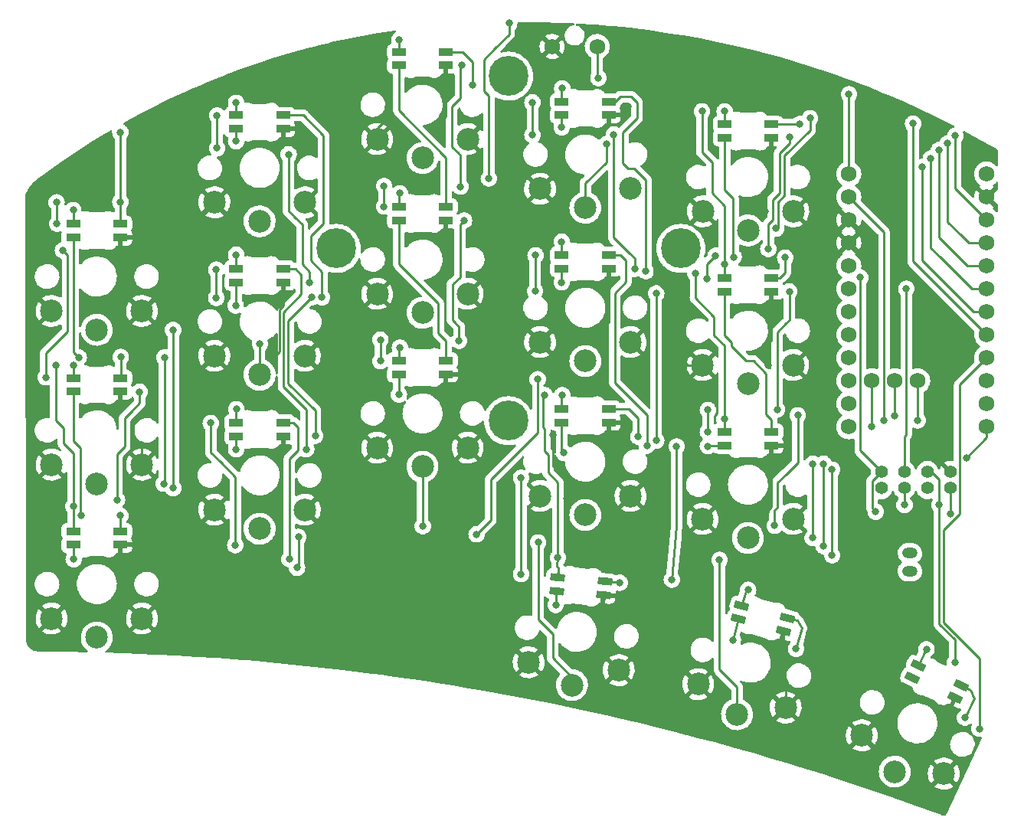
<source format=gbr>
%TF.GenerationSoftware,KiCad,Pcbnew,(6.0.4)*%
%TF.CreationDate,2022-10-21T08:01:46-04:00*%
%TF.ProjectId,half-swept,68616c66-2d73-4776-9570-742e6b696361,rev?*%
%TF.SameCoordinates,Original*%
%TF.FileFunction,Copper,L2,Bot*%
%TF.FilePolarity,Positive*%
%FSLAX46Y46*%
G04 Gerber Fmt 4.6, Leading zero omitted, Abs format (unit mm)*
G04 Created by KiCad (PCBNEW (6.0.4)) date 2022-10-21 08:01:46*
%MOMM*%
%LPD*%
G01*
G04 APERTURE LIST*
G04 Aperture macros list*
%AMRoundRect*
0 Rectangle with rounded corners*
0 $1 Rounding radius*
0 $2 $3 $4 $5 $6 $7 $8 $9 X,Y pos of 4 corners*
0 Add a 4 corners polygon primitive as box body*
4,1,4,$2,$3,$4,$5,$6,$7,$8,$9,$2,$3,0*
0 Add four circle primitives for the rounded corners*
1,1,$1+$1,$2,$3*
1,1,$1+$1,$4,$5*
1,1,$1+$1,$6,$7*
1,1,$1+$1,$8,$9*
0 Add four rect primitives between the rounded corners*
20,1,$1+$1,$2,$3,$4,$5,0*
20,1,$1+$1,$4,$5,$6,$7,0*
20,1,$1+$1,$6,$7,$8,$9,0*
20,1,$1+$1,$8,$9,$2,$3,0*%
G04 Aperture macros list end*
%TA.AperFunction,ComponentPad*%
%ADD10C,1.750000*%
%TD*%
%TA.AperFunction,ComponentPad*%
%ADD11C,2.500000*%
%TD*%
%TA.AperFunction,ComponentPad*%
%ADD12C,4.400000*%
%TD*%
%TA.AperFunction,SMDPad,CuDef*%
%ADD13RoundRect,0.082000X-0.686681X0.389330X-0.743855X-0.264174X0.686681X-0.389330X0.743855X0.264174X0*%
%TD*%
%TA.AperFunction,SMDPad,CuDef*%
%ADD14RoundRect,0.082000X-0.718000X0.328000X-0.718000X-0.328000X0.718000X-0.328000X0.718000X0.328000X0*%
%TD*%
%TA.AperFunction,SMDPad,CuDef*%
%ADD15RoundRect,0.082000X-0.608642X0.502656X-0.778427X-0.130992X0.608642X-0.502656X0.778427X0.130992X0*%
%TD*%
%TA.AperFunction,ComponentPad*%
%ADD16O,1.700000X1.200000*%
%TD*%
%TA.AperFunction,ComponentPad*%
%ADD17C,1.752600*%
%TD*%
%TA.AperFunction,ComponentPad*%
%ADD18C,1.397000*%
%TD*%
%TA.AperFunction,SMDPad,CuDef*%
%ADD19RoundRect,0.082000X-0.512110X0.600709X-0.789348X0.006171X0.512110X-0.600709X0.789348X-0.006171X0*%
%TD*%
%TA.AperFunction,ViaPad*%
%ADD20C,0.800000*%
%TD*%
%TA.AperFunction,Conductor*%
%ADD21C,0.250000*%
%TD*%
G04 APERTURE END LIST*
D10*
%TO.P,RSW1,1,1*%
%TO.N,gnd*%
X199860270Y-47465595D03*
%TO.P,RSW1,2,2*%
%TO.N,reset*%
X204860270Y-47465595D03*
%TD*%
D11*
%TO.P,SW2,1,1*%
%TO.N,Switch1*%
X149535270Y-78803095D03*
%TO.P,SW2,2,2*%
%TO.N,gnd*%
X144535270Y-76703095D03*
X154535270Y-76703095D03*
%TD*%
%TO.P,SW3,1,1*%
%TO.N,Switch2*%
X167535270Y-66803095D03*
%TO.P,SW3,2,2*%
%TO.N,gnd*%
X162535270Y-64703095D03*
X172535270Y-64703095D03*
%TD*%
%TO.P,SW4,1,1*%
%TO.N,Switch3*%
X185535270Y-59803095D03*
%TO.P,SW4,2,2*%
%TO.N,gnd*%
X180535270Y-57703095D03*
X190535270Y-57703095D03*
%TD*%
%TO.P,SW5,1,1*%
%TO.N,Switch4*%
X203535271Y-65303095D03*
%TO.P,SW5,2,2*%
%TO.N,gnd*%
X198535271Y-63203095D03*
X208535271Y-63203095D03*
%TD*%
%TO.P,SW6,1,1*%
%TO.N,Switch5*%
X221535269Y-67803095D03*
%TO.P,SW6,2,2*%
%TO.N,gnd*%
X226535269Y-65703095D03*
X216535269Y-65703095D03*
%TD*%
%TO.P,SW8,1,1*%
%TO.N,Switch6*%
X149535270Y-95803095D03*
%TO.P,SW8,2,2*%
%TO.N,gnd*%
X154535270Y-93703095D03*
X144535270Y-93703095D03*
%TD*%
%TO.P,SW9,1,1*%
%TO.N,Switch7*%
X167535271Y-83777095D03*
%TO.P,SW9,2,2*%
%TO.N,gnd*%
X172535271Y-81677095D03*
X162535271Y-81677095D03*
%TD*%
%TO.P,SW10,1,1*%
%TO.N,Switch8*%
X185535270Y-76919095D03*
%TO.P,SW10,2,2*%
%TO.N,gnd*%
X180535270Y-74819095D03*
X190535270Y-74819095D03*
%TD*%
%TO.P,SW11,1,1*%
%TO.N,Switch9*%
X203535270Y-82253096D03*
%TO.P,SW11,2,2*%
%TO.N,gnd*%
X208535270Y-80153096D03*
X198535270Y-80153096D03*
%TD*%
%TO.P,SW12,1,1*%
%TO.N,Switch10*%
X221515270Y-84793096D03*
%TO.P,SW12,2,2*%
%TO.N,gnd*%
X226515270Y-82693096D03*
X216515270Y-82693096D03*
%TD*%
%TO.P,SW14,1,1*%
%TO.N,Switch11*%
X149535271Y-112803095D03*
%TO.P,SW14,2,2*%
%TO.N,gnd*%
X154535271Y-110703095D03*
X144535271Y-110703095D03*
%TD*%
%TO.P,SW15,1,1*%
%TO.N,Switch12*%
X167535270Y-100795095D03*
%TO.P,SW15,2,2*%
%TO.N,gnd*%
X162535270Y-98695095D03*
X172535270Y-98695095D03*
%TD*%
%TO.P,SW16,1,1*%
%TO.N,Switch13*%
X185535269Y-93937095D03*
%TO.P,SW16,2,2*%
%TO.N,gnd*%
X180535269Y-91837095D03*
X190535269Y-91837095D03*
%TD*%
%TO.P,SW17,1,1*%
%TO.N,Switch14*%
X203535270Y-99271096D03*
%TO.P,SW17,2,2*%
%TO.N,gnd*%
X198535270Y-97171096D03*
X208535270Y-97171096D03*
%TD*%
%TO.P,SW18,1,1*%
%TO.N,Switch15*%
X221515270Y-101811095D03*
%TO.P,SW18,2,2*%
%TO.N,gnd*%
X216515270Y-99711095D03*
X226515270Y-99711095D03*
%TD*%
%TO.P,SW20,1,1*%
%TO.N,Switch16*%
X237741823Y-127650310D03*
%TO.P,SW20,2,2*%
%TO.N,gnd*%
X243160861Y-127860155D03*
X234097783Y-123633972D03*
%TD*%
%TO.P,SW21,1,1*%
%TO.N,Switch17*%
X220308238Y-121302056D03*
%TO.P,SW21,2,2*%
%TO.N,gnd*%
X225681387Y-120567707D03*
X216022128Y-117979517D03*
%TD*%
D12*
%TO.P,REF\u002A\u002A,1*%
%TO.N,N/C*%
X195035270Y-88853095D03*
X175985270Y-69803095D03*
X214085270Y-69803095D03*
X195035270Y-50753095D03*
%TD*%
D13*
%TO.P,D12,1,VDD*%
%TO.N,vcc*%
X200503283Y-106168674D03*
%TO.P,D12,2,DOUT*%
%TO.N,Net-(D12-Pad2)*%
X200372549Y-107662966D03*
%TO.P,D12,3,VSS*%
%TO.N,gnd*%
X205552762Y-108116176D03*
%TO.P,D12,4,DIN*%
%TO.N,Net-(D12-Pad4)*%
X205683495Y-106621884D03*
%TD*%
D14*
%TO.P,D16,1,VDD*%
%TO.N,vcc*%
X164935270Y-55073095D03*
%TO.P,D16,2,DOUT*%
%TO.N,Net-(D16-Pad2)*%
X164935270Y-56573095D03*
%TO.P,D16,3,VSS*%
%TO.N,gnd*%
X170135270Y-56573095D03*
%TO.P,D16,4,DIN*%
%TO.N,Net-(D13-Pad2)*%
X170135270Y-55073095D03*
%TD*%
%TO.P,D8,1,VDD*%
%TO.N,vcc*%
X182935269Y-82207095D03*
%TO.P,D8,2,DOUT*%
%TO.N,Net-(D11-Pad4)*%
X182935269Y-83707095D03*
%TO.P,D8,3,VSS*%
%TO.N,gnd*%
X188135269Y-83707095D03*
%TO.P,D8,4,DIN*%
%TO.N,Net-(D5-Pad2)*%
X188135269Y-82207095D03*
%TD*%
%TO.P,D2,1,VDD*%
%TO.N,vcc*%
X182935270Y-48073095D03*
%TO.P,D2,2,DOUT*%
%TO.N,Net-(D2-Pad2)*%
X182935270Y-49573095D03*
%TO.P,D2,3,VSS*%
%TO.N,gnd*%
X188135270Y-49573095D03*
%TO.P,D2,4,DIN*%
%TO.N,Net-(D16-Pad2)*%
X188135270Y-48073095D03*
%TD*%
D15*
%TO.P,D15,1,VDD*%
%TO.N,vcc*%
X220832778Y-109298817D03*
%TO.P,D15,2,DOUT*%
%TO.N,Net-(D15-Pad2)*%
X220444549Y-110747706D03*
%TO.P,D15,3,VSS*%
%TO.N,gnd*%
X225467364Y-112093565D03*
%TO.P,D15,4,DIN*%
%TO.N,Net-(D12-Pad2)*%
X225855592Y-110644676D03*
%TD*%
D16*
%TO.P,JST_PH2_SMT,1*%
%TO.N,N/C*%
X239415657Y-103496925D03*
%TO.P,JST_PH2_SMT,2*%
X239415657Y-105496925D03*
%TD*%
D14*
%TO.P,D11,1,VDD*%
%TO.N,vcc*%
X200935270Y-87541096D03*
%TO.P,D11,2,DOUT*%
%TO.N,Net-(D11-Pad2)*%
X200935270Y-89041096D03*
%TO.P,D11,3,VSS*%
%TO.N,gnd*%
X206135270Y-89041096D03*
%TO.P,D11,4,DIN*%
%TO.N,Net-(D11-Pad4)*%
X206135270Y-87541096D03*
%TD*%
D17*
%TO.P,U2,1,TX0/PD3*%
%TO.N,led*%
X232665269Y-61569846D03*
%TO.P,U2,2,RX1/PD2*%
%TO.N,Switch15*%
X232665269Y-64109846D03*
%TO.P,U2,3,GND*%
%TO.N,gnd*%
X232665269Y-66649846D03*
%TO.P,U2,4,GND*%
X232665269Y-69189846D03*
%TO.P,U2,5,2/PD1*%
%TO.N,sda*%
X232665269Y-71729846D03*
%TO.P,U2,6,3/PD0*%
%TO.N,scl*%
X232665269Y-74269846D03*
%TO.P,U2,7,4/PD4*%
%TO.N,Switch7*%
X232665269Y-76809846D03*
%TO.P,U2,8,5/PC6*%
%TO.N,Switch8*%
X232665269Y-79349846D03*
%TO.P,U2,9,6/PD7*%
%TO.N,Switch9*%
X232665269Y-81889846D03*
%TO.P,U2,10,7/PE6*%
%TO.N,Switch10*%
X232665269Y-84429846D03*
%TO.P,U2,11,8/PB4*%
%TO.N,Switch6*%
X232665269Y-86969846D03*
%TO.P,U2,12,9/PB5*%
%TO.N,Switch1*%
X232665269Y-89509846D03*
%TO.P,U2,13,10/PB6*%
%TO.N,Switch13*%
X247905269Y-89509846D03*
%TO.P,U2,14,16/PB2*%
%TO.N,Switch12*%
X247905269Y-86969846D03*
%TO.P,U2,15,14/PB3*%
%TO.N,Switch11*%
X247905269Y-84429846D03*
%TO.P,U2,16,15/PB1*%
%TO.N,Switch16*%
X247905269Y-81889846D03*
%TO.P,U2,17,A0/PF7*%
%TO.N,Switch2*%
X247905269Y-79349846D03*
%TO.P,U2,18,A1/PF6*%
%TO.N,Switch3*%
X247905269Y-76809846D03*
%TO.P,U2,19,A2/PF5*%
%TO.N,Switch4*%
X247905269Y-74269846D03*
%TO.P,U2,20,A3/PF4*%
%TO.N,Switch5*%
X247905269Y-71729846D03*
%TO.P,U2,21,VCC*%
%TO.N,vcc*%
X247905269Y-69189846D03*
%TO.P,U2,22,RST*%
%TO.N,reset*%
X247905269Y-66649846D03*
%TO.P,U2,23,GND*%
%TO.N,gnd*%
X247905269Y-64109846D03*
%TO.P,U2,24,B0*%
%TO.N,raw*%
X247905269Y-61569846D03*
%TO.P,U2,31*%
%TO.N,Switch14*%
X235205269Y-84429846D03*
%TO.P,U2,32*%
%TO.N,Switch18*%
X237745269Y-84429846D03*
%TO.P,U2,33*%
%TO.N,Switch17*%
X240285269Y-84429846D03*
%TD*%
D14*
%TO.P,D14,1,VDD*%
%TO.N,vcc*%
X200935270Y-70523096D03*
%TO.P,D14,2,DOUT*%
%TO.N,Net-(D14-Pad2)*%
X200935270Y-72023096D03*
%TO.P,D14,3,VSS*%
%TO.N,gnd*%
X206135270Y-72023096D03*
%TO.P,D14,4,DIN*%
%TO.N,Net-(D11-Pad2)*%
X206135270Y-70523096D03*
%TD*%
%TO.P,D10,1,VDD*%
%TO.N,vcc*%
X164935270Y-89065095D03*
%TO.P,D10,2,DOUT*%
%TO.N,Net-(D10-Pad2)*%
X164935270Y-90565095D03*
%TO.P,D10,3,VSS*%
%TO.N,gnd*%
X170135270Y-90565095D03*
%TO.P,D10,4,DIN*%
%TO.N,Net-(D10-Pad4)*%
X170135270Y-89065095D03*
%TD*%
%TO.P,D1,1,VDD*%
%TO.N,vcc*%
X146935270Y-67073095D03*
%TO.P,D1,2,DOUT*%
%TO.N,Net-(D1-Pad2)*%
X146935270Y-68573095D03*
%TO.P,D1,3,VSS*%
%TO.N,gnd*%
X152135270Y-68573095D03*
%TO.P,D1,4,DIN*%
%TO.N,led*%
X152135270Y-67073095D03*
%TD*%
%TO.P,D9,1,VDD*%
%TO.N,vcc*%
X218915270Y-90081095D03*
%TO.P,D9,2,DOUT*%
%TO.N,Net-(D12-Pad4)*%
X218915270Y-91581095D03*
%TO.P,D9,3,VSS*%
%TO.N,gnd*%
X224115270Y-91581095D03*
%TO.P,D9,4,DIN*%
%TO.N,Net-(D6-Pad2)*%
X224115270Y-90081095D03*
%TD*%
%TO.P,D17,1,VDD*%
%TO.N,vcc*%
X200935271Y-53573095D03*
%TO.P,D17,2,DOUT*%
%TO.N,Net-(D17-Pad2)*%
X200935271Y-55073095D03*
%TO.P,D17,3,VSS*%
%TO.N,gnd*%
X206135271Y-55073095D03*
%TO.P,D17,4,DIN*%
%TO.N,Net-(D14-Pad2)*%
X206135271Y-53573095D03*
%TD*%
D18*
%TO.P,OL2,1,SDA*%
%TO.N,sda*%
X236275271Y-96303095D03*
%TO.P,OL2,2,SCL*%
%TO.N,scl*%
X238815271Y-96303095D03*
%TO.P,OL2,3,VCC*%
%TO.N,vcc*%
X241355271Y-96303095D03*
%TO.P,OL2,4,GND*%
%TO.N,gnd*%
X243895271Y-96303095D03*
%TD*%
D19*
%TO.P,D18,1,VDD*%
%TO.N,vcc*%
X240342735Y-115920512D03*
%TO.P,D18,2,DOUT*%
%TO.N,unconnected-(D18-Pad2)*%
X239708808Y-117279974D03*
%TO.P,D18,3,VSS*%
%TO.N,gnd*%
X244421608Y-119477589D03*
%TO.P,D18,4,DIN*%
%TO.N,Net-(D15-Pad2)*%
X245055536Y-118118127D03*
%TD*%
D14*
%TO.P,D4,1,VDD*%
%TO.N,vcc*%
X146935270Y-84123095D03*
%TO.P,D4,2,DOUT*%
%TO.N,Net-(D4-Pad2)*%
X146935270Y-85623095D03*
%TO.P,D4,3,VSS*%
%TO.N,gnd*%
X152135270Y-85623095D03*
%TO.P,D4,4,DIN*%
%TO.N,Net-(D1-Pad2)*%
X152135270Y-84123095D03*
%TD*%
%TO.P,D3,1,VDD*%
%TO.N,vcc*%
X218935269Y-56073095D03*
%TO.P,D3,2,DOUT*%
%TO.N,Net-(D3-Pad2)*%
X218935269Y-57573095D03*
%TO.P,D3,3,VSS*%
%TO.N,gnd*%
X224135269Y-57573095D03*
%TO.P,D3,4,DIN*%
%TO.N,Net-(D17-Pad2)*%
X224135269Y-56073095D03*
%TD*%
%TO.P,D7,1,VDD*%
%TO.N,vcc*%
X146935271Y-101073095D03*
%TO.P,D7,2,DOUT*%
%TO.N,Net-(D10-Pad4)*%
X146935271Y-102573095D03*
%TO.P,D7,3,VSS*%
%TO.N,gnd*%
X152135271Y-102573095D03*
%TO.P,D7,4,DIN*%
%TO.N,Net-(D4-Pad2)*%
X152135271Y-101073095D03*
%TD*%
D18*
%TO.P,OL1,1,SDA*%
%TO.N,sda*%
X236275270Y-94483095D03*
%TO.P,OL1,2,SCL*%
%TO.N,scl*%
X238815270Y-94483095D03*
%TO.P,OL1,3,VCC*%
%TO.N,vcc*%
X241355270Y-94483095D03*
%TO.P,OL1,4,GND*%
%TO.N,gnd*%
X243895270Y-94483095D03*
%TD*%
D11*
%TO.P,SW1,1,1*%
%TO.N,Switch18*%
X202071052Y-118080643D03*
%TO.P,SW1,2,2*%
%TO.N,gnd*%
X207235053Y-116424413D03*
X197273106Y-115552855D03*
%TD*%
D14*
%TO.P,D5,1,VDD*%
%TO.N,vcc*%
X182935270Y-65189095D03*
%TO.P,D5,2,DOUT*%
%TO.N,Net-(D5-Pad2)*%
X182935270Y-66689095D03*
%TO.P,D5,3,VSS*%
%TO.N,gnd*%
X188135270Y-66689095D03*
%TO.P,D5,4,DIN*%
%TO.N,Net-(D2-Pad2)*%
X188135270Y-65189095D03*
%TD*%
%TO.P,D6,1,VDD*%
%TO.N,vcc*%
X218915270Y-73063096D03*
%TO.P,D6,2,DOUT*%
%TO.N,Net-(D6-Pad2)*%
X218915270Y-74563096D03*
%TO.P,D6,3,VSS*%
%TO.N,gnd*%
X224115270Y-74563096D03*
%TO.P,D6,4,DIN*%
%TO.N,Net-(D3-Pad2)*%
X224115270Y-73063096D03*
%TD*%
%TO.P,D13,1,VDD*%
%TO.N,vcc*%
X164935271Y-72047095D03*
%TO.P,D13,2,DOUT*%
%TO.N,Net-(D13-Pad2)*%
X164935271Y-73547095D03*
%TO.P,D13,3,VSS*%
%TO.N,gnd*%
X170135271Y-73547095D03*
%TO.P,D13,4,DIN*%
%TO.N,Net-(D10-Pad2)*%
X170135271Y-72047095D03*
%TD*%
D20*
%TO.N,gnd*%
X210970741Y-73455029D03*
X187520741Y-57255029D03*
X201470741Y-97455028D03*
X151620741Y-87605028D03*
X215620741Y-90655028D03*
X223420741Y-65705028D03*
X223520741Y-98955028D03*
X213670740Y-79155028D03*
X230520741Y-120605028D03*
X208270741Y-54105028D03*
X187470741Y-74105028D03*
X180520741Y-50505029D03*
X155270740Y-87555029D03*
X223782673Y-82693096D03*
X212968358Y-117057230D03*
X230470741Y-113355029D03*
X169120740Y-81755028D03*
X211370741Y-63205028D03*
X213745741Y-63730028D03*
X215038910Y-109329823D03*
X210520741Y-54105028D03*
X205470740Y-80355029D03*
X214970741Y-57555029D03*
X199970741Y-90455028D03*
%TO.N,vcc*%
X218915271Y-88673096D03*
X146935270Y-65553095D03*
X164935270Y-70503094D03*
X183035270Y-80753095D03*
X164968807Y-87579529D03*
X183035270Y-63703095D03*
X221536392Y-107540653D03*
X215710270Y-72528096D03*
X242670740Y-98155028D03*
X146935270Y-82703097D03*
X218935271Y-54653095D03*
X200503282Y-103985083D03*
X218915270Y-71583096D03*
X238820741Y-98155028D03*
X200985271Y-52103095D03*
X199035270Y-86003095D03*
X244390863Y-115584907D03*
X144985270Y-82703096D03*
X241251755Y-114121117D03*
X164935270Y-53703095D03*
X200935270Y-69053094D03*
X200985271Y-86003094D03*
X243585270Y-58203094D03*
X146935271Y-98303094D03*
X182985272Y-46703095D03*
X216435270Y-54653095D03*
%TO.N,Switch18*%
X198320741Y-102305029D03*
X237746991Y-88278851D03*
X229870740Y-102705028D03*
X229870741Y-93605028D03*
%TO.N,reset*%
X244435271Y-57353095D03*
X204985270Y-50953095D03*
%TO.N,Switch1*%
X157970741Y-78805028D03*
X157970740Y-96305028D03*
%TO.N,Switch2*%
X239770741Y-56005028D03*
X192870740Y-62055028D03*
X195120741Y-44905028D03*
%TO.N,Switch3*%
X240770741Y-60805028D03*
%TO.N,Switch4*%
X241720740Y-59855029D03*
X205870741Y-58255028D03*
%TO.N,Switch5*%
X224620740Y-67605029D03*
X242620741Y-58927594D03*
X228370741Y-55405028D03*
%TO.N,Switch6*%
X156920741Y-95805028D03*
X157020741Y-81855028D03*
%TO.N,Switch7*%
X167570741Y-80355028D03*
%TO.N,Switch11*%
X198270741Y-84255028D03*
X171670741Y-105105028D03*
X191520741Y-101405028D03*
X171820741Y-101705029D03*
%TO.N,Switch12*%
X224470741Y-100455029D03*
X227020740Y-88255028D03*
%TO.N,Switch13*%
X185570740Y-100505028D03*
X245642781Y-92978303D03*
%TO.N,Switch14*%
X235197426Y-89514747D03*
%TO.N,Switch15*%
X228670740Y-101805029D03*
X228670741Y-93605028D03*
X236550310Y-88779484D03*
%TO.N,Switch16*%
X247120740Y-122905028D03*
%TO.N,Switch17*%
X240285226Y-88813686D03*
X230820741Y-94255029D03*
X218370741Y-104244893D03*
X230820741Y-103705029D03*
%TO.N,Net-(D1-Pad2)*%
X152185271Y-81803095D03*
X147535271Y-81853095D03*
%TO.N,led*%
X145135271Y-67053095D03*
X232685270Y-52753095D03*
X145085270Y-64703094D03*
X152135271Y-64653095D03*
X152135269Y-56953094D03*
%TO.N,Net-(D16-Pad2)*%
X164935269Y-57953095D03*
X191085270Y-51703095D03*
%TO.N,Net-(D3-Pad2)*%
X219935269Y-70753095D03*
X225635270Y-70803094D03*
%TO.N,Net-(D17-Pad2)*%
X200935269Y-56403095D03*
X227235270Y-56053095D03*
%TO.N,Net-(D4-Pad2)*%
X147785270Y-99353094D03*
X152135270Y-99353096D03*
%TO.N,Net-(D10-Pad4)*%
X170835270Y-104153095D03*
X146985270Y-104153096D03*
%TO.N,Net-(D11-Pad4)*%
X209385270Y-90603095D03*
X182935271Y-85953096D03*
%TO.N,Net-(D12-Pad4)*%
X213635269Y-91703096D03*
X217085270Y-91653095D03*
X207352290Y-106764466D03*
X213104682Y-106414489D03*
%TO.N,Net-(D10-Pad2)*%
X164935271Y-92003095D03*
X172685271Y-92003095D03*
%TO.N,Net-(D11-Pad2)*%
X210335270Y-91603095D03*
X201170741Y-92405029D03*
%TO.N,Net-(D12-Pad2)*%
X226829416Y-114068450D03*
X200262530Y-109205843D03*
%TO.N,Net-(D13-Pad2)*%
X174435271Y-75203095D03*
X164885269Y-76103095D03*
%TO.N,Net-(D14-Pad2)*%
X210235269Y-72303095D03*
X200935271Y-73553095D03*
%TO.N,Net-(D15-Pad2)*%
X245517313Y-121673678D03*
X219847939Y-113077753D03*
%TO.N,sda*%
X243920741Y-99105029D03*
X233927885Y-73010692D03*
X235635270Y-98903095D03*
%TO.N,scl*%
X239020741Y-74255028D03*
%TO.N,Net-(D19-Pad2)*%
X143885271Y-84053096D03*
X145785271Y-70003095D03*
%TO.N,Net-(D20-Pad2)*%
X189735270Y-62953095D03*
X181285271Y-62903096D03*
X181285272Y-65153096D03*
X189885272Y-49553095D03*
%TO.N,Net-(D21-Pad2)*%
X226135270Y-57453095D03*
X223768808Y-69853095D03*
X216985270Y-73153096D03*
X217935269Y-70603095D03*
%TO.N,Net-(D22-Pad2)*%
X154270740Y-85655029D03*
X151770741Y-97605029D03*
%TO.N,Net-(D23-Pad2)*%
X189585271Y-80003097D03*
X180885271Y-82253096D03*
X190135270Y-66703096D03*
X180885270Y-79903094D03*
%TO.N,Net-(D24-Pad2)*%
X217085269Y-87653095D03*
X226085270Y-74553095D03*
X224735270Y-87603095D03*
X217085269Y-90053095D03*
%TO.N,Net-(D25-Pad2)*%
X164835269Y-102603096D03*
X162135271Y-89103096D03*
%TO.N,Net-(D27-Pad2)*%
X196435271Y-105803095D03*
X196435269Y-95153096D03*
%TO.N,Net-(D28-Pad2)*%
X173685270Y-90503095D03*
X162735271Y-72153095D03*
X173285270Y-75203095D03*
X162735271Y-75253096D03*
%TO.N,Net-(D29-Pad2)*%
X211385270Y-91053096D03*
X197985270Y-74503096D03*
X198035270Y-70553095D03*
X211385270Y-74753094D03*
%TO.N,Net-(D31-Pad2)*%
X173035270Y-73553095D03*
X162835272Y-55103096D03*
X162835270Y-58703095D03*
X170735270Y-59403097D03*
%TO.N,Net-(D32-Pad2)*%
X197685271Y-57253096D03*
X197685270Y-53653095D03*
X208985271Y-72053095D03*
X206685271Y-57203095D03*
%TD*%
D21*
%TO.N,gnd*%
X225681388Y-118465675D02*
X225681388Y-120567707D01*
X201470741Y-95355028D02*
X201470741Y-97455028D01*
X225467365Y-113058405D02*
X224970740Y-113555029D01*
X225467365Y-112093565D02*
X225467365Y-113058405D01*
X224970740Y-113555029D02*
X224970740Y-117755028D01*
X170135271Y-73547096D02*
X170135271Y-76140499D01*
X215620741Y-92555028D02*
X217070741Y-94005028D01*
X211170741Y-72005028D02*
X211170740Y-73255029D01*
X207120741Y-94505029D02*
X207120740Y-95756566D01*
X152135270Y-87090500D02*
X151620741Y-87605028D01*
X181820741Y-55205028D02*
X180535269Y-56490499D01*
X199970741Y-90455028D02*
X199970740Y-93855028D01*
X180535269Y-56490499D02*
X180535269Y-57703095D01*
X211170740Y-73255029D02*
X210970741Y-73455029D01*
X211370741Y-61005028D02*
X211370741Y-63205028D01*
X206135271Y-77940499D02*
X205920741Y-78155028D01*
X187520740Y-55805028D02*
X187520741Y-57255029D01*
X218320741Y-94655028D02*
X218320740Y-96955029D01*
X224135270Y-63190499D02*
X223870741Y-63455029D01*
X205920741Y-78155028D02*
X205470741Y-78605028D01*
X224115271Y-98360499D02*
X223520741Y-98955028D01*
X181820741Y-51805029D02*
X181820741Y-55205028D01*
X206135270Y-93519558D02*
X207120741Y-94505029D01*
X224115271Y-91581094D02*
X224115271Y-98360499D01*
X180520741Y-50505029D02*
X181820741Y-51805029D01*
X206135271Y-72023095D02*
X206135271Y-77940499D01*
X199970740Y-93855028D02*
X200520740Y-94405029D01*
X169720740Y-81155028D02*
X169120740Y-81755028D01*
X213670740Y-79155028D02*
X213670741Y-81505028D01*
X215038910Y-109329823D02*
X212968358Y-117057230D01*
X169720741Y-76555028D02*
X169720741Y-77755028D01*
X223870741Y-63455029D02*
X223420741Y-63905029D01*
X215620741Y-90655028D02*
X215620741Y-92555028D01*
X217620741Y-98605624D02*
X216515271Y-99711095D01*
X152135269Y-85623094D02*
X152135270Y-87090500D01*
X188135269Y-72590500D02*
X187570741Y-73155029D01*
X217070741Y-94005028D02*
X217670740Y-94005028D01*
X153570741Y-89255029D02*
X153570741Y-90805028D01*
X200520740Y-94405029D02*
X201470741Y-95355028D01*
X187720741Y-55605028D02*
X187520740Y-55805028D01*
X205470741Y-78605028D02*
X205470740Y-80355029D01*
X210520740Y-60155029D02*
X211020741Y-60655028D01*
X187470740Y-73255028D02*
X187470741Y-74105028D01*
X213670741Y-81505028D02*
X214858808Y-82693096D01*
X224115271Y-79960498D02*
X223670740Y-80405028D01*
X211170741Y-72005028D02*
X211170741Y-63405028D01*
X224970740Y-117755028D02*
X225681388Y-118465675D01*
X169720741Y-77755028D02*
X169720740Y-81155028D01*
X210520741Y-54105028D02*
X210520740Y-60155029D01*
X188135270Y-49573096D02*
X188135270Y-55190499D01*
X155270740Y-87555029D02*
X153570741Y-89255029D01*
X214858808Y-82693096D02*
X216515271Y-82693096D01*
X187570741Y-73155029D02*
X187470740Y-73255028D01*
X230520741Y-120605028D02*
X230520741Y-113405028D01*
X213670740Y-79155028D02*
X213670741Y-75655028D01*
X153570741Y-90805028D02*
X154535270Y-91769557D01*
X223670740Y-80405028D02*
X223670741Y-82581164D01*
X223670741Y-82581164D02*
X223782673Y-82693096D01*
X206135272Y-55073094D02*
X207302675Y-55073094D01*
X213670741Y-75655028D02*
X211470741Y-73455028D01*
X213745741Y-58780028D02*
X213745741Y-63730028D01*
X223420741Y-63905029D02*
X223420741Y-65705028D01*
X214970741Y-57555029D02*
X213745741Y-58780028D01*
X224115271Y-74563096D02*
X224115271Y-79960498D01*
X211470741Y-73455028D02*
X210970741Y-73455029D01*
X207120740Y-95756566D02*
X208535271Y-97171096D01*
X217620741Y-97655028D02*
X217620741Y-98605624D01*
X188135270Y-66689095D02*
X188135269Y-72590500D01*
X170135271Y-76140499D02*
X169820740Y-76455028D01*
X169820740Y-76455028D02*
X169720741Y-76555028D01*
X206135271Y-89041096D02*
X206135270Y-93519558D01*
X154535270Y-91769557D02*
X154535269Y-93703095D01*
X224135270Y-57573096D02*
X224135270Y-63190499D01*
X211020741Y-60655028D02*
X211370741Y-61005028D01*
X218320740Y-96955029D02*
X217620741Y-97655028D01*
X188135270Y-55190499D02*
X187720741Y-55605028D01*
X217670740Y-94005028D02*
X218320741Y-94655028D01*
X230520741Y-113405028D02*
X230470741Y-113355029D01*
X211170741Y-63405028D02*
X211370741Y-63205028D01*
X207302675Y-55073094D02*
X208270741Y-54105028D01*
%TO.N,vcc*%
X164935271Y-72047095D02*
X164935270Y-70503094D01*
X200935269Y-70523095D02*
X200935270Y-69053094D01*
X218915272Y-90081095D02*
X218915271Y-88673096D01*
X242670740Y-111312199D02*
X242670740Y-98155028D01*
X244390863Y-115584907D02*
X244403271Y-115572498D01*
X145835269Y-89703096D02*
X145835270Y-91353096D01*
X198820741Y-86217623D02*
X199035270Y-86003095D01*
X200935270Y-87541095D02*
X200935270Y-86053095D01*
X244403271Y-113044730D02*
X242670740Y-111312199D01*
X182935270Y-63803095D02*
X183035270Y-63703095D01*
X144985270Y-82703096D02*
X144985270Y-88853095D01*
X200935270Y-86053095D02*
X200985271Y-86003094D01*
X242670741Y-96355028D02*
X242670740Y-98155028D01*
X200503282Y-106168675D02*
X200592903Y-105144311D01*
X217535271Y-60253095D02*
X216435270Y-59153095D01*
X240342735Y-115920513D02*
X241167509Y-114151781D01*
X146935270Y-65553095D02*
X146935269Y-67073096D01*
X241167509Y-114151781D02*
X241251755Y-114121117D01*
X164935270Y-89065095D02*
X164935271Y-87613065D01*
X182935272Y-65189096D02*
X182935270Y-63803095D01*
X199035270Y-89769558D02*
X198820741Y-89555029D01*
X247905270Y-69189845D02*
X245922021Y-69189844D01*
X182935270Y-48073096D02*
X182935271Y-46753095D01*
X242670741Y-95355028D02*
X242670741Y-96355028D01*
X182935271Y-46753095D02*
X182985272Y-46703095D01*
X218915271Y-88673096D02*
X218915270Y-80533096D01*
X218935271Y-56073096D02*
X218935271Y-54653095D01*
X164935270Y-53703095D02*
X164935271Y-55073095D01*
X244403271Y-115572498D02*
X244403271Y-113044730D01*
X200503282Y-103985083D02*
X200503282Y-95672488D01*
X199035271Y-92219559D02*
X199420740Y-92605028D01*
X220832779Y-109298818D02*
X221261323Y-107699464D01*
X198820741Y-89555029D02*
X198820741Y-86217623D01*
X241355270Y-94483096D02*
X241798807Y-94483095D01*
X215710271Y-75278095D02*
X215710270Y-72528096D01*
X164935271Y-87613065D02*
X164968807Y-87579529D01*
X182935271Y-80853095D02*
X183035270Y-80753095D01*
X199035271Y-92219559D02*
X199035270Y-89769558D01*
X218915270Y-80533096D02*
X217785270Y-79403096D01*
X200592903Y-105144311D02*
X200419900Y-104938136D01*
X199420740Y-92605028D02*
X199420741Y-94589947D01*
X200419900Y-104938136D02*
X200503282Y-103985083D01*
X217535269Y-63703096D02*
X217535271Y-60253095D01*
X200935270Y-52153094D02*
X200985271Y-52103095D01*
X146935271Y-98303094D02*
X146935270Y-101073095D01*
X200935270Y-53573095D02*
X200935270Y-52153094D01*
X217785270Y-79403096D02*
X217785272Y-77353096D01*
X144985270Y-88853095D02*
X145835269Y-89703096D01*
X146935270Y-82703097D02*
X146935272Y-84123095D01*
X238820741Y-98155028D02*
X238820740Y-96308563D01*
X182935270Y-82207096D02*
X182935271Y-80853095D01*
X241798807Y-94483095D02*
X242420741Y-95105029D01*
X217785272Y-77353096D02*
X215710271Y-75278095D01*
X243585271Y-66853095D02*
X243585271Y-60603095D01*
X218915270Y-71583096D02*
X218915270Y-65083097D01*
X245922021Y-69189844D02*
X245135270Y-68403095D01*
X216435270Y-59153095D02*
X216435270Y-54653095D01*
X218915270Y-65083097D02*
X217535269Y-63703096D01*
X145835270Y-91353096D02*
X146935270Y-92453095D01*
X146935270Y-92453095D02*
X146935271Y-98303094D01*
X221261323Y-107699464D02*
X221536392Y-107540653D01*
X218915271Y-73063096D02*
X218915270Y-71583096D01*
X245135270Y-68403095D02*
X243585271Y-66853095D01*
X238820740Y-96308563D02*
X238815271Y-96303095D01*
X243585271Y-60603095D02*
X243585270Y-58203094D01*
X199420741Y-94589947D02*
X200503282Y-95672488D01*
X242420741Y-95105029D02*
X242670741Y-95355028D01*
%TO.N,Switch18*%
X237746991Y-88278851D02*
X237745269Y-88277129D01*
X198320741Y-110855028D02*
X199920740Y-112455028D01*
X198320741Y-102305029D02*
X198320741Y-110855028D01*
X237745269Y-88277129D02*
X237745269Y-84429846D01*
X199920740Y-112455028D02*
X199920741Y-115105029D01*
X229870741Y-93605028D02*
X229870740Y-102705028D01*
X202071053Y-117255341D02*
X202071053Y-118080643D01*
X199920741Y-115105029D02*
X202071053Y-117255341D01*
%TO.N,reset*%
X247905271Y-66649846D02*
X244435271Y-63179845D01*
X204985270Y-50953095D02*
X204860271Y-50828095D01*
X244435271Y-63179845D02*
X244435271Y-57353095D01*
X204860271Y-50828095D02*
X204860269Y-47465596D01*
%TO.N,Switch1*%
X157970740Y-96305028D02*
X157970741Y-78805028D01*
%TO.N,Switch2*%
X195120741Y-44905028D02*
X195120741Y-46105028D01*
X192320741Y-52405028D02*
X192870740Y-52955028D01*
X192320741Y-48905029D02*
X192320740Y-50455028D01*
X192320740Y-50455028D02*
X192320741Y-52405028D01*
X247905270Y-79349846D02*
X239770741Y-71215317D01*
X193520741Y-47705028D02*
X192320741Y-48905029D01*
X239770741Y-71215317D02*
X239770741Y-56005028D01*
X192870740Y-52955028D02*
X192870740Y-62055028D01*
X195120741Y-46105028D02*
X193520741Y-47705028D01*
%TO.N,Switch3*%
X247905269Y-76809846D02*
X246475559Y-76809847D01*
X245770740Y-76105028D02*
X240770741Y-71105028D01*
X246475559Y-76809847D02*
X245770740Y-76105028D01*
X240770741Y-71105028D02*
X240770741Y-60805028D01*
%TO.N,Switch4*%
X205870741Y-58255028D02*
X205870741Y-60255028D01*
X203535272Y-62590498D02*
X203535272Y-65303094D01*
X242770741Y-70805029D02*
X241720741Y-69755028D01*
X247905270Y-74269847D02*
X246235559Y-74269846D01*
X241720741Y-69755028D02*
X241720740Y-59855029D01*
X246235559Y-74269846D02*
X242770741Y-70805029D01*
X205870741Y-60255028D02*
X203535272Y-62590498D01*
%TO.N,Switch5*%
X224820741Y-64705028D02*
X225570741Y-63955028D01*
X225570741Y-63955028D02*
X225570740Y-59555029D01*
X243070740Y-69005028D02*
X242620741Y-68555028D01*
X228370740Y-56755028D02*
X228370741Y-55405028D01*
X242620741Y-68555028D02*
X242620741Y-58927594D01*
X245795558Y-71729847D02*
X243070740Y-69005028D01*
X247905270Y-71729846D02*
X245795558Y-71729847D01*
X224820741Y-67405029D02*
X224820741Y-64705028D01*
X225570740Y-59555029D02*
X228370740Y-56755028D01*
X224620740Y-67605029D02*
X224820741Y-67405029D01*
%TO.N,Switch6*%
X157020740Y-95705028D02*
X156920741Y-95805028D01*
X157020741Y-81855028D02*
X157020740Y-95705028D01*
%TO.N,Switch7*%
X167570741Y-80355028D02*
X167535271Y-80390498D01*
X167535271Y-80390498D02*
X167535270Y-83777096D01*
%TO.N,Switch11*%
X193070741Y-95355028D02*
X193070740Y-98055028D01*
X198270740Y-90155029D02*
X197270740Y-91155029D01*
X198270741Y-84255028D02*
X198270740Y-90155029D01*
X193070740Y-98055028D02*
X193070741Y-99855028D01*
X171820741Y-101705029D02*
X171820741Y-104955029D01*
X171820741Y-104955029D02*
X171670741Y-105105028D01*
X197270740Y-91155029D02*
X193070741Y-95355028D01*
X193070741Y-99855028D02*
X191520741Y-101405028D01*
%TO.N,Switch12*%
X224470741Y-98744893D02*
X224770741Y-98444893D01*
X227020740Y-93455028D02*
X225770741Y-94705029D01*
X224470741Y-100455029D02*
X224470741Y-98744893D01*
X225770741Y-94705029D02*
X224770741Y-95705028D01*
X224770741Y-95705028D02*
X224770741Y-98444893D01*
X227020740Y-88255028D02*
X227020740Y-93455028D01*
%TO.N,Switch13*%
X245642781Y-92978303D02*
X247905270Y-90715814D01*
X247905270Y-90715814D02*
X247905270Y-89509846D01*
X185570740Y-100505028D02*
X185535269Y-100469557D01*
X185535269Y-100469557D02*
X185535270Y-93937095D01*
%TO.N,Switch14*%
X235197426Y-89514747D02*
X235205269Y-89506904D01*
X235205269Y-89506904D02*
X235205269Y-84429846D01*
%TO.N,Switch15*%
X236544458Y-88773632D02*
X236544458Y-67989035D01*
X236544458Y-67989035D02*
X232665269Y-64109846D01*
X228670741Y-93605028D02*
X228670740Y-101805029D01*
X236550310Y-88779484D02*
X236544458Y-88773632D01*
%TO.N,Switch16*%
X244918281Y-99132103D02*
X243120260Y-100930124D01*
X243120260Y-100930124D02*
X243120260Y-111126001D01*
X247120740Y-115126481D02*
X247120740Y-122905028D01*
X247905269Y-81889846D02*
X244918281Y-84876834D01*
X243120260Y-111126001D02*
X247120740Y-115126481D01*
X244918281Y-84876834D02*
X244918281Y-99132103D01*
%TO.N,Switch17*%
X220308239Y-121302056D02*
X220308239Y-118292527D01*
X240285269Y-88813643D02*
X240285269Y-84429846D01*
X218370740Y-116355029D02*
X218370741Y-104244893D01*
X230820741Y-94255029D02*
X230820741Y-103705029D01*
X220308239Y-118292527D02*
X218370740Y-116355029D01*
X240285226Y-88813686D02*
X240285269Y-88813643D01*
%TO.N,Net-(D1-Pad2)*%
X146935272Y-68573095D02*
X146935272Y-81253095D01*
X152185270Y-84073095D02*
X152135271Y-84123095D01*
X152185271Y-81803095D02*
X152185270Y-84073095D01*
X146935272Y-81253095D02*
X147535271Y-81853095D01*
%TO.N,led*%
X232665270Y-52773095D02*
X232685270Y-52753095D01*
X152135271Y-64653095D02*
X152135270Y-67073095D01*
X152135269Y-56953094D02*
X152135271Y-64653095D01*
X145135271Y-67053095D02*
X145135269Y-64753095D01*
X232665270Y-61569844D02*
X232665270Y-52773095D01*
X145135269Y-64753095D02*
X145085270Y-64703094D01*
%TO.N,Net-(D2-Pad2)*%
X188135271Y-59753095D02*
X188135270Y-65189095D01*
X182935271Y-49573094D02*
X182935269Y-54553095D01*
X182935269Y-54553095D02*
X188135271Y-59753095D01*
%TO.N,Net-(D16-Pad2)*%
X189985271Y-48053096D02*
X188155269Y-48053095D01*
X191085271Y-49153096D02*
X189985271Y-48053096D01*
X188155269Y-48053095D02*
X188135271Y-48073096D01*
X191085270Y-51703095D02*
X191085271Y-49153096D01*
X164935270Y-56573095D02*
X164935269Y-57953095D01*
%TO.N,Net-(D3-Pad2)*%
X218935270Y-63353096D02*
X219285270Y-63703095D01*
X219285270Y-63703095D02*
X219885269Y-64303095D01*
X225635270Y-70803094D02*
X225635270Y-72453095D01*
X218935271Y-57573096D02*
X218935270Y-63353096D01*
X219885270Y-65703095D02*
X219885271Y-70703095D01*
X225635270Y-72453095D02*
X225025271Y-73063096D01*
X225025271Y-73063096D02*
X224115270Y-73063096D01*
X219885271Y-70703095D02*
X219935269Y-70753095D01*
X219885269Y-64303095D02*
X219885270Y-65703095D01*
%TO.N,Net-(D17-Pad2)*%
X227235270Y-56053095D02*
X224155270Y-56053096D01*
X224155270Y-56053096D02*
X224135270Y-56073096D01*
X200935270Y-55073095D02*
X200935269Y-56403095D01*
%TO.N,Net-(D4-Pad2)*%
X147735271Y-91903095D02*
X147735270Y-94503095D01*
X147735270Y-94503095D02*
X147735270Y-99303095D01*
X147735270Y-99303095D02*
X147785270Y-99353094D01*
X146935269Y-85623095D02*
X146935270Y-91103095D01*
X146935270Y-91103095D02*
X147435271Y-91603095D01*
X147435271Y-91603095D02*
X147735271Y-91903095D01*
X152135270Y-99353096D02*
X152135271Y-101073095D01*
%TO.N,Net-(D5-Pad2)*%
X182935270Y-66689096D02*
X182935270Y-71553095D01*
X187285272Y-79153095D02*
X188135270Y-80003097D01*
X187285269Y-75903096D02*
X187285272Y-79153095D01*
X188135270Y-80003097D02*
X188135270Y-82207095D01*
X182935270Y-71553095D02*
X187285269Y-75903096D01*
%TO.N,Net-(D6-Pad2)*%
X224115271Y-88733096D02*
X224115270Y-90081095D01*
X218915271Y-74563096D02*
X218915271Y-79383096D01*
X219685271Y-80603096D02*
X221335271Y-82253095D01*
X223535270Y-83653095D02*
X223535272Y-88153095D01*
X221335271Y-82253095D02*
X222135271Y-82253095D01*
X222135271Y-82253095D02*
X223535270Y-83653095D01*
X218915271Y-79383096D02*
X219685271Y-80153095D01*
X223535272Y-88153095D02*
X224115271Y-88733096D01*
X219685271Y-80153095D02*
X219685271Y-80603096D01*
%TO.N,Net-(D10-Pad4)*%
X171735272Y-92153095D02*
X171735272Y-89553096D01*
X146935270Y-102573094D02*
X146935269Y-104103096D01*
X146935269Y-104103096D02*
X146985270Y-104153096D01*
X170835270Y-104153095D02*
X170835271Y-93053096D01*
X171247271Y-89065095D02*
X170135271Y-89065096D01*
X170835271Y-93053096D02*
X171735272Y-92153095D01*
X171735272Y-89553096D02*
X171247271Y-89065095D01*
%TO.N,Net-(D11-Pad4)*%
X209385270Y-90603095D02*
X209385270Y-88603095D01*
X209385270Y-88603095D02*
X208323270Y-87541095D01*
X182935271Y-83707095D02*
X182935271Y-85953096D01*
X208323270Y-87541095D02*
X206135270Y-87541095D01*
%TO.N,Net-(D12-Pad4)*%
X217157271Y-91581095D02*
X217085270Y-91653095D01*
X213635269Y-91703096D02*
X213635270Y-100477050D01*
X205683495Y-106621885D02*
X207348599Y-106767563D01*
X213104682Y-106414489D02*
X213623259Y-100487131D01*
X213623259Y-100487131D02*
X213635270Y-100477050D01*
X207348599Y-106767563D02*
X207352290Y-106764466D01*
X218915271Y-91581095D02*
X217157271Y-91581095D01*
%TO.N,Net-(D10-Pad2)*%
X164935271Y-90565095D02*
X164935271Y-92003095D01*
X171479269Y-72047096D02*
X170135270Y-72047096D01*
X172135270Y-72703095D02*
X171479269Y-72047096D01*
X172135270Y-74880364D02*
X172135270Y-72703095D01*
X170170261Y-85088086D02*
X170170261Y-76845373D01*
X172685271Y-92003095D02*
X172685270Y-87603094D01*
X170170261Y-76845373D02*
X172135270Y-74880364D01*
X172685270Y-87603094D02*
X170170261Y-85088086D01*
%TO.N,Net-(D11-Pad2)*%
X207455270Y-70523094D02*
X206135270Y-70523096D01*
X210335270Y-91603095D02*
X210335271Y-88203095D01*
X208035271Y-73503095D02*
X208035271Y-71103096D01*
X206785270Y-74753096D02*
X208035271Y-73503095D01*
X208035271Y-71103096D02*
X207455270Y-70523094D01*
X210335271Y-88203095D02*
X206785271Y-84653095D01*
X206785271Y-84653095D02*
X206785270Y-74753096D01*
X200935271Y-89041096D02*
X200935271Y-92169558D01*
X200935271Y-92169558D02*
X201170741Y-92405029D01*
%TO.N,Net-(D12-Pad2)*%
X226829416Y-114068450D02*
X227437641Y-111798524D01*
X226939083Y-110934996D02*
X225855592Y-110644676D01*
X200239923Y-109178899D02*
X200262530Y-109205843D01*
X227437641Y-111798524D02*
X226939083Y-110934996D01*
X200372548Y-107662967D02*
X200239923Y-109178899D01*
%TO.N,Net-(D13-Pad2)*%
X164935270Y-73547095D02*
X164935270Y-76053096D01*
X173185270Y-68453094D02*
X174585269Y-67053094D01*
X174435271Y-75203095D02*
X174435270Y-72403094D01*
X172355271Y-55073095D02*
X170135272Y-55073096D01*
X173185269Y-71153097D02*
X173185270Y-68453094D01*
X164935270Y-76053096D02*
X164885269Y-76103095D01*
X174585269Y-67053094D02*
X174585271Y-57303095D01*
X174435270Y-72403094D02*
X173185269Y-71153097D01*
X174585271Y-57303095D02*
X172355271Y-55073095D01*
%TO.N,Net-(D14-Pad2)*%
X206852675Y-53573094D02*
X207420741Y-53005028D01*
X210235269Y-72303095D02*
X210235271Y-62253095D01*
X200935270Y-72023096D02*
X200935271Y-73553095D01*
X208570741Y-53005028D02*
X209270741Y-53705028D01*
X207685270Y-60403095D02*
X207685270Y-56953094D01*
X207685270Y-56953094D02*
X208485271Y-56153096D01*
X208235272Y-60953095D02*
X207685270Y-60403095D01*
X207420741Y-53005028D02*
X208570741Y-53005028D01*
X208935269Y-60953096D02*
X208235272Y-60953095D01*
X210235271Y-62253095D02*
X208935269Y-60953096D01*
X209270741Y-55367625D02*
X208485271Y-56153096D01*
X209270741Y-53705028D02*
X209270741Y-55367625D01*
X206135272Y-53573095D02*
X206852675Y-53573094D01*
%TO.N,Net-(D15-Pad2)*%
X246137563Y-118622685D02*
X245055535Y-118118127D01*
X219829002Y-113044956D02*
X219847939Y-113077753D01*
X245517313Y-121673678D02*
X246489335Y-119589170D01*
X246489335Y-119589170D02*
X246137563Y-118622685D01*
X220444549Y-110747706D02*
X219829002Y-113044956D01*
%TO.N,sda*%
X236275271Y-96303095D02*
X236275271Y-96830837D01*
X233927885Y-73010692D02*
X233927885Y-92135710D01*
X243895272Y-99079559D02*
X243920741Y-99105029D01*
X233927885Y-92135710D02*
X236275270Y-94483095D01*
X235252260Y-95506105D02*
X235252260Y-98520085D01*
X235252260Y-98520085D02*
X235635270Y-98903095D01*
X243895271Y-96303094D02*
X243895272Y-99079559D01*
X236275270Y-94483095D02*
X235252260Y-95506105D01*
%TO.N,scl*%
X239020740Y-89455029D02*
X239020741Y-74255028D01*
X239020740Y-90355028D02*
X239020740Y-89455029D01*
X238815269Y-90560499D02*
X238970741Y-90405028D01*
X238970741Y-90405028D02*
X239020740Y-90355028D01*
X238815270Y-94483095D02*
X238815269Y-90560499D01*
%TO.N,Net-(D19-Pad2)*%
X146285271Y-76203095D02*
X146285271Y-70503096D01*
X146285271Y-70503096D02*
X145785271Y-70003095D01*
X143885270Y-81353096D02*
X145585270Y-79653095D01*
X145585270Y-79653095D02*
X146285270Y-78953095D01*
X146285270Y-78953095D02*
X146285271Y-76203095D01*
X143885271Y-84053096D02*
X143885270Y-81353096D01*
%TO.N,Net-(D20-Pad2)*%
X188785271Y-58553096D02*
X189435270Y-59203094D01*
X188785270Y-58453096D02*
X188785271Y-58553096D01*
X189735270Y-51853096D02*
X189735271Y-53153096D01*
X189885272Y-49553095D02*
X189735271Y-49703095D01*
X188785270Y-54103095D02*
X188785270Y-58453096D01*
X181285271Y-62903096D02*
X181285272Y-65153096D01*
X189735271Y-49703095D02*
X189735270Y-51853096D01*
X189435270Y-59203094D02*
X189735270Y-59503096D01*
X189735271Y-53153096D02*
X188785270Y-54103095D01*
X189735270Y-59503096D02*
X189735270Y-62953095D01*
%TO.N,Net-(D21-Pad2)*%
X223770741Y-67105029D02*
X223770740Y-69851163D01*
X224270740Y-64405029D02*
X224270741Y-66605028D01*
X226135271Y-58140498D02*
X225020740Y-59255028D01*
X225020740Y-63655028D02*
X224270740Y-64405029D01*
X223770740Y-69851163D02*
X223768808Y-69853095D01*
X226135270Y-57453095D02*
X226135271Y-58140498D01*
X216985270Y-71553095D02*
X216985270Y-73153096D01*
X224270741Y-66605028D02*
X223770741Y-67105029D01*
X217935269Y-70603095D02*
X216985270Y-71553095D01*
X225020740Y-59255028D02*
X225020740Y-63655028D01*
%TO.N,Net-(D22-Pad2)*%
X154270740Y-85655029D02*
X154270741Y-86905029D01*
X152620741Y-91705028D02*
X151920741Y-92405029D01*
X152620740Y-89955028D02*
X152620741Y-91705028D01*
X152620741Y-88555029D02*
X152620740Y-89955028D01*
X151770741Y-92555028D02*
X151770741Y-97605029D01*
X153270741Y-87905029D02*
X152620741Y-88555029D01*
X151920741Y-92405029D02*
X151770741Y-92555028D01*
X154270741Y-86905029D02*
X153270741Y-87905029D01*
%TO.N,Net-(D23-Pad2)*%
X188835271Y-73803095D02*
X188835271Y-75553096D01*
X190135270Y-66703096D02*
X189685271Y-67153095D01*
X189685271Y-67153095D02*
X189685271Y-69803095D01*
X189085270Y-77953095D02*
X189585270Y-78453097D01*
X189585270Y-78453097D02*
X189585271Y-80003097D01*
X189685270Y-72953095D02*
X188985269Y-73653095D01*
X189685271Y-69803095D02*
X189685270Y-72953095D01*
X188835271Y-75553096D02*
X188835271Y-77703096D01*
X188985269Y-73653095D02*
X188835271Y-73803095D01*
X188835271Y-77703096D02*
X189085270Y-77953095D01*
X180885270Y-79903094D02*
X180885271Y-82253096D01*
%TO.N,Net-(D24-Pad2)*%
X226085272Y-77753095D02*
X225735271Y-78103095D01*
X217085269Y-87653095D02*
X217085269Y-90053095D01*
X225735271Y-78103095D02*
X224735270Y-79103096D01*
X226085270Y-74553095D02*
X226085272Y-77753095D01*
X224735270Y-79103096D02*
X224735270Y-87603095D01*
%TO.N,Net-(D25-Pad2)*%
X164835269Y-95053095D02*
X163185271Y-93403094D01*
X164835269Y-102603096D02*
X164835269Y-95053095D01*
X162135271Y-92353095D02*
X162135271Y-89103096D01*
X163185271Y-93403094D02*
X162135271Y-92353095D01*
%TO.N,Net-(D27-Pad2)*%
X196435269Y-95153096D02*
X196435271Y-105803095D01*
%TO.N,Net-(D28-Pad2)*%
X170705034Y-77783331D02*
X173285270Y-75203095D01*
X173685270Y-90503095D02*
X173685272Y-87690838D01*
X170705034Y-84710600D02*
X170705034Y-77783331D01*
X162735271Y-75253096D02*
X162735271Y-72153095D01*
X173685272Y-87690838D02*
X170705034Y-84710600D01*
%TO.N,Net-(D29-Pad2)*%
X211385269Y-87803095D02*
X211385270Y-75153095D01*
X197985269Y-70603094D02*
X198035270Y-70553095D01*
X197985270Y-74503096D02*
X197985269Y-70603094D01*
X211385270Y-75153095D02*
X211385270Y-74753094D01*
X211385270Y-91053096D02*
X211385269Y-87803095D01*
%TO.N,Net-(D31-Pad2)*%
X172235270Y-67153095D02*
X171435270Y-66353097D01*
X162835270Y-58703095D02*
X162835272Y-55103096D01*
X170735271Y-65653096D02*
X170735271Y-63253095D01*
X173035270Y-72353096D02*
X172235270Y-71553095D01*
X170735271Y-63253095D02*
X170735270Y-59403097D01*
X172235270Y-68403094D02*
X172235270Y-67153095D01*
X173035270Y-73553095D02*
X173035270Y-72353096D01*
X171435270Y-66353097D02*
X170735271Y-65653096D01*
X172235270Y-71553095D02*
X172235270Y-68403094D01*
%TO.N,Net-(D32-Pad2)*%
X208985271Y-72053095D02*
X208985271Y-70903095D01*
X208985271Y-70903095D02*
X208335272Y-70253094D01*
X197685271Y-57253096D02*
X197685270Y-53653095D01*
X208335272Y-70253094D02*
X206685271Y-68603096D01*
X206685271Y-68603096D02*
X206685271Y-57203095D01*
%TD*%
%TA.AperFunction,Conductor*%
%TO.N,gnd*%
G36*
X196778086Y-44761095D02*
G01*
X196798746Y-44762979D01*
X196799009Y-44763025D01*
X196819284Y-44766576D01*
X196824215Y-44766026D01*
X196829110Y-44766787D01*
X196838011Y-44765621D01*
X196857828Y-44763025D01*
X196875352Y-44761963D01*
X198224849Y-44774364D01*
X198789080Y-44779549D01*
X198791439Y-44779593D01*
X200743310Y-44834279D01*
X200745639Y-44834366D01*
X202220724Y-44903496D01*
X202287833Y-44926665D01*
X202331763Y-44982439D01*
X202338566Y-45053108D01*
X202306082Y-45116238D01*
X202244625Y-45151783D01*
X202226792Y-45154788D01*
X202212568Y-45156145D01*
X202149704Y-45162143D01*
X201946736Y-45221687D01*
X201941409Y-45224431D01*
X201941408Y-45224431D01*
X201764021Y-45315791D01*
X201764018Y-45315793D01*
X201758690Y-45318537D01*
X201592350Y-45449199D01*
X201588418Y-45453730D01*
X201588415Y-45453733D01*
X201496908Y-45559186D01*
X201453718Y-45608958D01*
X201450718Y-45614144D01*
X201450715Y-45614148D01*
X201405388Y-45692499D01*
X201347797Y-45792049D01*
X201278409Y-45991866D01*
X201277548Y-45997801D01*
X201277548Y-45997803D01*
X201249284Y-46192739D01*
X201248057Y-46201199D01*
X201257837Y-46412494D01*
X201259241Y-46418319D01*
X201259241Y-46418320D01*
X201303194Y-46600696D01*
X201307395Y-46618129D01*
X201309877Y-46623587D01*
X201309878Y-46623591D01*
X201353323Y-46719141D01*
X201394944Y-46810682D01*
X201517324Y-46983206D01*
X201670120Y-47129476D01*
X201847818Y-47244215D01*
X201853384Y-47246458D01*
X202038438Y-47321037D01*
X202038441Y-47321038D01*
X202044007Y-47323281D01*
X202251607Y-47363823D01*
X202257169Y-47364095D01*
X202413116Y-47364095D01*
X202570836Y-47349047D01*
X202773804Y-47289503D01*
X202857381Y-47246458D01*
X202956519Y-47195399D01*
X202956522Y-47195397D01*
X202961850Y-47192653D01*
X203128190Y-47061991D01*
X203132122Y-47057460D01*
X203132125Y-47057457D01*
X203262891Y-46906762D01*
X203266822Y-46902232D01*
X203269822Y-46897046D01*
X203269825Y-46897042D01*
X203369737Y-46724337D01*
X203372743Y-46719141D01*
X203442131Y-46519324D01*
X203443024Y-46513167D01*
X203471622Y-46315931D01*
X203471622Y-46315928D01*
X203472483Y-46309991D01*
X203462703Y-46098696D01*
X203422853Y-45933343D01*
X203414551Y-45898894D01*
X203414550Y-45898892D01*
X203413145Y-45893061D01*
X203406993Y-45879529D01*
X203328076Y-45705963D01*
X203325596Y-45700508D01*
X203203216Y-45527984D01*
X203050420Y-45381714D01*
X202872722Y-45266975D01*
X202812624Y-45242755D01*
X202682102Y-45190153D01*
X202682099Y-45190152D01*
X202676533Y-45187909D01*
X202594895Y-45171966D01*
X202531871Y-45139278D01*
X202496524Y-45077706D01*
X202500077Y-45006798D01*
X202541401Y-44949068D01*
X202607377Y-44922843D01*
X202624944Y-44922440D01*
X202696083Y-44925774D01*
X202698450Y-44925907D01*
X204646857Y-45054006D01*
X204649222Y-45054184D01*
X206228531Y-45187909D01*
X206594886Y-45218929D01*
X206597236Y-45219151D01*
X208539372Y-45420476D01*
X208541696Y-45420738D01*
X209031081Y-45480798D01*
X210479797Y-45658590D01*
X210482148Y-45658901D01*
X212415369Y-45933175D01*
X212417713Y-45933530D01*
X213557882Y-46117242D01*
X214345521Y-46244152D01*
X214347791Y-46244541D01*
X216269340Y-46591377D01*
X216271630Y-46591812D01*
X217744868Y-46886460D01*
X218186348Y-46974756D01*
X218188668Y-46975243D01*
X220095749Y-47394133D01*
X220098061Y-47394663D01*
X221997042Y-47849398D01*
X221999268Y-47849954D01*
X223889337Y-48340342D01*
X223891589Y-48340949D01*
X224910979Y-48626015D01*
X225772045Y-48866807D01*
X225774323Y-48867467D01*
X227644557Y-49428623D01*
X227646822Y-49429326D01*
X229506180Y-50025585D01*
X229508431Y-50026331D01*
X231356142Y-50657444D01*
X231358379Y-50658231D01*
X231927283Y-50864583D01*
X233178343Y-51318366D01*
X233194016Y-51324051D01*
X233196220Y-51324875D01*
X233811498Y-51561243D01*
X235018905Y-52025087D01*
X235021111Y-52025958D01*
X236091046Y-52460270D01*
X236718007Y-52714768D01*
X236830316Y-52760357D01*
X236832504Y-52761269D01*
X238627632Y-53529613D01*
X238629776Y-53530555D01*
X240410090Y-54332530D01*
X240412193Y-54333501D01*
X242177175Y-55168875D01*
X242179268Y-55169890D01*
X242848304Y-55502101D01*
X243928087Y-56038269D01*
X243930201Y-56039343D01*
X244061109Y-56107446D01*
X244290574Y-56226822D01*
X244341774Y-56276005D01*
X244358256Y-56345062D01*
X244334787Y-56412067D01*
X244278818Y-56455747D01*
X244258619Y-56461847D01*
X244224932Y-56469008D01*
X244152983Y-56484301D01*
X244146953Y-56486986D01*
X244146952Y-56486986D01*
X243984549Y-56559292D01*
X243984547Y-56559293D01*
X243978519Y-56561977D01*
X243973178Y-56565857D01*
X243973177Y-56565858D01*
X243955817Y-56578471D01*
X243824018Y-56674229D01*
X243819597Y-56679139D01*
X243819596Y-56679140D01*
X243702202Y-56809520D01*
X243696231Y-56816151D01*
X243661783Y-56875817D01*
X243616121Y-56954906D01*
X243600744Y-56981539D01*
X243541729Y-57163167D01*
X243541039Y-57169728D01*
X243541039Y-57169730D01*
X243538356Y-57195260D01*
X243511343Y-57260917D01*
X243453122Y-57301547D01*
X243439248Y-57305336D01*
X243302982Y-57334300D01*
X243296952Y-57336985D01*
X243296951Y-57336985D01*
X243134548Y-57409291D01*
X243134546Y-57409292D01*
X243128518Y-57411976D01*
X243123177Y-57415856D01*
X243123176Y-57415857D01*
X243077143Y-57449302D01*
X242974017Y-57524228D01*
X242969596Y-57529138D01*
X242969595Y-57529139D01*
X242854895Y-57656527D01*
X242846230Y-57666150D01*
X242822460Y-57707321D01*
X242756838Y-57820982D01*
X242750743Y-57831538D01*
X242724139Y-57913415D01*
X242718091Y-57932030D01*
X242678017Y-57990636D01*
X242612621Y-58018273D01*
X242598258Y-58019094D01*
X242525254Y-58019094D01*
X242518802Y-58020466D01*
X242518797Y-58020466D01*
X242438590Y-58037515D01*
X242338453Y-58058800D01*
X242332423Y-58061485D01*
X242332422Y-58061485D01*
X242170019Y-58133791D01*
X242170017Y-58133792D01*
X242163989Y-58136476D01*
X242158648Y-58140356D01*
X242158647Y-58140357D01*
X242123145Y-58166151D01*
X242009488Y-58248728D01*
X242005067Y-58253638D01*
X242005066Y-58253639D01*
X241913175Y-58355695D01*
X241881701Y-58390650D01*
X241832195Y-58476396D01*
X241790727Y-58548222D01*
X241786214Y-58556038D01*
X241727199Y-58737666D01*
X241726509Y-58744227D01*
X241726509Y-58744229D01*
X241725102Y-58757619D01*
X241716960Y-58835090D01*
X241716644Y-58838093D01*
X241689631Y-58903750D01*
X241631410Y-58944380D01*
X241617531Y-58948170D01*
X241542756Y-58964064D01*
X241438452Y-58986235D01*
X241432422Y-58988920D01*
X241432421Y-58988920D01*
X241270018Y-59061226D01*
X241270016Y-59061227D01*
X241263988Y-59063911D01*
X241258647Y-59067791D01*
X241258646Y-59067792D01*
X241241952Y-59079921D01*
X241109487Y-59176163D01*
X241105066Y-59181073D01*
X241105065Y-59181074D01*
X241000083Y-59297669D01*
X240981700Y-59318085D01*
X240944821Y-59381961D01*
X240897201Y-59464442D01*
X240886213Y-59483473D01*
X240827198Y-59665101D01*
X240826509Y-59671660D01*
X240826508Y-59671663D01*
X240814733Y-59783699D01*
X240787720Y-59849355D01*
X240729498Y-59889985D01*
X240689423Y-59896528D01*
X240675254Y-59896528D01*
X240668802Y-59897900D01*
X240668797Y-59897900D01*
X240556438Y-59921783D01*
X240485647Y-59916381D01*
X240429014Y-59873564D01*
X240404521Y-59806926D01*
X240404241Y-59798536D01*
X240404241Y-56707552D01*
X240424243Y-56639431D01*
X240436599Y-56623249D01*
X240509781Y-56541972D01*
X240582980Y-56415188D01*
X240601964Y-56382307D01*
X240601965Y-56382306D01*
X240605268Y-56376584D01*
X240664283Y-56194956D01*
X240667342Y-56165857D01*
X240683555Y-56011593D01*
X240684245Y-56005028D01*
X240681614Y-55979997D01*
X240664973Y-55821663D01*
X240664973Y-55821661D01*
X240664283Y-55815100D01*
X240605268Y-55633472D01*
X240509781Y-55468084D01*
X240497934Y-55454926D01*
X240386416Y-55331073D01*
X240386415Y-55331072D01*
X240381994Y-55326162D01*
X240271215Y-55245676D01*
X240232835Y-55217791D01*
X240232834Y-55217790D01*
X240227493Y-55213910D01*
X240221465Y-55211226D01*
X240221463Y-55211225D01*
X240059060Y-55138919D01*
X240059059Y-55138919D01*
X240053029Y-55136234D01*
X239954750Y-55115344D01*
X239872685Y-55097900D01*
X239872680Y-55097900D01*
X239866228Y-55096528D01*
X239675254Y-55096528D01*
X239668802Y-55097900D01*
X239668797Y-55097900D01*
X239586732Y-55115344D01*
X239488453Y-55136234D01*
X239482423Y-55138919D01*
X239482422Y-55138919D01*
X239320019Y-55211225D01*
X239320017Y-55211226D01*
X239313989Y-55213910D01*
X239308648Y-55217790D01*
X239308647Y-55217791D01*
X239270267Y-55245676D01*
X239159488Y-55326162D01*
X239155067Y-55331072D01*
X239155066Y-55331073D01*
X239043549Y-55454926D01*
X239031701Y-55468084D01*
X238936214Y-55633472D01*
X238877199Y-55815100D01*
X238876509Y-55821661D01*
X238876509Y-55821663D01*
X238859868Y-55979997D01*
X238857237Y-56005028D01*
X238857927Y-56011593D01*
X238874141Y-56165857D01*
X238877199Y-56194956D01*
X238936214Y-56376584D01*
X238939517Y-56382306D01*
X238939518Y-56382307D01*
X238958502Y-56415188D01*
X239031701Y-56541972D01*
X239104878Y-56623243D01*
X239135594Y-56687249D01*
X239137241Y-56707552D01*
X239137241Y-71136550D01*
X239136714Y-71147733D01*
X239135039Y-71155226D01*
X239135288Y-71163152D01*
X239135288Y-71163153D01*
X239137179Y-71223303D01*
X239137241Y-71227262D01*
X239137241Y-71255173D01*
X239137738Y-71259107D01*
X239137738Y-71259108D01*
X239137746Y-71259173D01*
X239138679Y-71271010D01*
X239140068Y-71315206D01*
X239145621Y-71334320D01*
X239145719Y-71334656D01*
X239149728Y-71354017D01*
X239152267Y-71374114D01*
X239155186Y-71381485D01*
X239155186Y-71381487D01*
X239168545Y-71415229D01*
X239172390Y-71426459D01*
X239175117Y-71435844D01*
X239184723Y-71468910D01*
X239188756Y-71475729D01*
X239188758Y-71475734D01*
X239195034Y-71486345D01*
X239203729Y-71504093D01*
X239211189Y-71522934D01*
X239215851Y-71529350D01*
X239215851Y-71529351D01*
X239237177Y-71558704D01*
X239243693Y-71568624D01*
X239262009Y-71599594D01*
X239266199Y-71606679D01*
X239280520Y-71621000D01*
X239293360Y-71636033D01*
X239305269Y-71652424D01*
X239324173Y-71668063D01*
X239339346Y-71680615D01*
X239348125Y-71688605D01*
X246533679Y-78874159D01*
X246567705Y-78936471D01*
X246566001Y-78996926D01*
X246540336Y-79089471D01*
X246516138Y-79315896D01*
X246516435Y-79321048D01*
X246516435Y-79321052D01*
X246519182Y-79368694D01*
X246529246Y-79543233D01*
X246530381Y-79548270D01*
X246530382Y-79548276D01*
X246575046Y-79746466D01*
X246579308Y-79765377D01*
X246581252Y-79770163D01*
X246581253Y-79770168D01*
X246660715Y-79965858D01*
X246664980Y-79976361D01*
X246716763Y-80060863D01*
X246767721Y-80144018D01*
X246783961Y-80170520D01*
X246933055Y-80342639D01*
X247108258Y-80488095D01*
X247112709Y-80490696D01*
X247112719Y-80490703D01*
X247145535Y-80509879D01*
X247194258Y-80561518D01*
X247207328Y-80631301D01*
X247180595Y-80697073D01*
X247157622Y-80719421D01*
X246982713Y-80850746D01*
X246967302Y-80866873D01*
X246836057Y-81004213D01*
X246825389Y-81015376D01*
X246822475Y-81019648D01*
X246822474Y-81019649D01*
X246781787Y-81079294D01*
X246697066Y-81203491D01*
X246601190Y-81410038D01*
X246540336Y-81629471D01*
X246516138Y-81855896D01*
X246516435Y-81861048D01*
X246516435Y-81861052D01*
X246519540Y-81914896D01*
X246529246Y-82083233D01*
X246566720Y-82249519D01*
X246562184Y-82320369D01*
X246532898Y-82366313D01*
X245525264Y-83373946D01*
X244526028Y-84373182D01*
X244517742Y-84380722D01*
X244511263Y-84384834D01*
X244468498Y-84430375D01*
X244464638Y-84434485D01*
X244461883Y-84437327D01*
X244442146Y-84457064D01*
X244439666Y-84460261D01*
X244431963Y-84469281D01*
X244401695Y-84501513D01*
X244397876Y-84508459D01*
X244397874Y-84508462D01*
X244391933Y-84519268D01*
X244381082Y-84535787D01*
X244368667Y-84551793D01*
X244365522Y-84559062D01*
X244365519Y-84559066D01*
X244351107Y-84592371D01*
X244345890Y-84603021D01*
X244324586Y-84641774D01*
X244322615Y-84649449D01*
X244322615Y-84649450D01*
X244319548Y-84661396D01*
X244313144Y-84680100D01*
X244305100Y-84698689D01*
X244303861Y-84706512D01*
X244303858Y-84706522D01*
X244298182Y-84742358D01*
X244295776Y-84753978D01*
X244287490Y-84786254D01*
X244284781Y-84796804D01*
X244284781Y-84817058D01*
X244283230Y-84836768D01*
X244280061Y-84856777D01*
X244280807Y-84864669D01*
X244284222Y-84900795D01*
X244284781Y-84912653D01*
X244284781Y-93176818D01*
X244264779Y-93244939D01*
X244211123Y-93291432D01*
X244134200Y-93300397D01*
X244027592Y-93279191D01*
X244016145Y-93277988D01*
X243805986Y-93275237D01*
X243794506Y-93276140D01*
X243587357Y-93311735D01*
X243576249Y-93314712D01*
X243379052Y-93387461D01*
X243368670Y-93392413D01*
X243255789Y-93459570D01*
X243246191Y-93469903D01*
X243249676Y-93478289D01*
X244165386Y-94394000D01*
X244199411Y-94456312D01*
X244194346Y-94527128D01*
X244165385Y-94572190D01*
X243984365Y-94753210D01*
X243922053Y-94787236D01*
X243851238Y-94782171D01*
X243806175Y-94753211D01*
X242890875Y-93837911D01*
X242878497Y-93831153D01*
X242872532Y-93835618D01*
X242778526Y-94014293D01*
X242774121Y-94024927D01*
X242746599Y-94113561D01*
X242707295Y-94172686D01*
X242642266Y-94201177D01*
X242572157Y-94189987D01*
X242519227Y-94142670D01*
X242504559Y-94108808D01*
X242495235Y-94074010D01*
X242495234Y-94074008D01*
X242493812Y-94068700D01*
X242482100Y-94043584D01*
X242406879Y-93882271D01*
X242406877Y-93882268D01*
X242404556Y-93877290D01*
X242283418Y-93704286D01*
X242134079Y-93554947D01*
X242129571Y-93551790D01*
X242129568Y-93551788D01*
X241965585Y-93436966D01*
X241965582Y-93436964D01*
X241961076Y-93433809D01*
X241956094Y-93431486D01*
X241956089Y-93431483D01*
X241774647Y-93346876D01*
X241774646Y-93346876D01*
X241769665Y-93344553D01*
X241764357Y-93343131D01*
X241764355Y-93343130D01*
X241570979Y-93291315D01*
X241570977Y-93291315D01*
X241565664Y-93289891D01*
X241355270Y-93271484D01*
X241144876Y-93289891D01*
X241139563Y-93291315D01*
X241139561Y-93291315D01*
X240946185Y-93343130D01*
X240946183Y-93343131D01*
X240940875Y-93344553D01*
X240935894Y-93346875D01*
X240935893Y-93346876D01*
X240754446Y-93431486D01*
X240754443Y-93431488D01*
X240749465Y-93433809D01*
X240576461Y-93554947D01*
X240427122Y-93704286D01*
X240305984Y-93877290D01*
X240303663Y-93882268D01*
X240303661Y-93882271D01*
X240228440Y-94043584D01*
X240216728Y-94068700D01*
X240215306Y-94074008D01*
X240215305Y-94074010D01*
X240206977Y-94105091D01*
X240170025Y-94165714D01*
X240106164Y-94196735D01*
X240035670Y-94188307D01*
X239980923Y-94143104D01*
X239963563Y-94105091D01*
X239955235Y-94074010D01*
X239955234Y-94074008D01*
X239953812Y-94068700D01*
X239942100Y-94043584D01*
X239866879Y-93882271D01*
X239866877Y-93882268D01*
X239864556Y-93877290D01*
X239743418Y-93704286D01*
X239594079Y-93554947D01*
X239588693Y-93551175D01*
X239522583Y-93504885D01*
X239502498Y-93490821D01*
X239458171Y-93435365D01*
X239448770Y-93387609D01*
X239448769Y-90875093D01*
X239468771Y-90806972D01*
X239485674Y-90785998D01*
X239496879Y-90774793D01*
X239499359Y-90771595D01*
X239507062Y-90762577D01*
X239526110Y-90742293D01*
X239537326Y-90730349D01*
X239547086Y-90712595D01*
X239557943Y-90696068D01*
X239565498Y-90686328D01*
X239565500Y-90686324D01*
X239570357Y-90680063D01*
X239587914Y-90639490D01*
X239593137Y-90628828D01*
X239598489Y-90619094D01*
X239614435Y-90590088D01*
X239619476Y-90570456D01*
X239625877Y-90551762D01*
X239630774Y-90540445D01*
X239630775Y-90540443D01*
X239633923Y-90533167D01*
X239637359Y-90511475D01*
X239640839Y-90489502D01*
X239643246Y-90477881D01*
X239652268Y-90442739D01*
X239652268Y-90442738D01*
X239654240Y-90435058D01*
X239654240Y-90414798D01*
X239655791Y-90395089D01*
X239657720Y-90382909D01*
X239658960Y-90375079D01*
X239654799Y-90331063D01*
X239654240Y-90319205D01*
X239654240Y-89721253D01*
X239674242Y-89653132D01*
X239727898Y-89606639D01*
X239798172Y-89596535D01*
X239831487Y-89606145D01*
X239926119Y-89648278D01*
X239982077Y-89673192D01*
X240002938Y-89682480D01*
X240076302Y-89698074D01*
X240183282Y-89720814D01*
X240183287Y-89720814D01*
X240189739Y-89722186D01*
X240380713Y-89722186D01*
X240387165Y-89720814D01*
X240387170Y-89720814D01*
X240494150Y-89698074D01*
X240567514Y-89682480D01*
X240582482Y-89675816D01*
X240735948Y-89607489D01*
X240735950Y-89607488D01*
X240741978Y-89604804D01*
X240753360Y-89596535D01*
X240832468Y-89539059D01*
X240896479Y-89492552D01*
X240918255Y-89468367D01*
X241019847Y-89355538D01*
X241019848Y-89355537D01*
X241024266Y-89350630D01*
X241119753Y-89185242D01*
X241178768Y-89003614D01*
X241179792Y-88993876D01*
X241198040Y-88820251D01*
X241198730Y-88813686D01*
X241188583Y-88717140D01*
X241179458Y-88630321D01*
X241179458Y-88630319D01*
X241178768Y-88623758D01*
X241119753Y-88442130D01*
X241112797Y-88430081D01*
X241027569Y-88282463D01*
X241024266Y-88276742D01*
X241009734Y-88260602D01*
X240978869Y-88226324D01*
X240951133Y-88195520D01*
X240920416Y-88131512D01*
X240918769Y-88111209D01*
X240918769Y-85740206D01*
X240938771Y-85672085D01*
X240987764Y-85628458D01*
X240987690Y-85628334D01*
X240988333Y-85627951D01*
X240989341Y-85627053D01*
X240992133Y-85625685D01*
X240992137Y-85625683D01*
X240996776Y-85623410D01*
X241182162Y-85491176D01*
X241343462Y-85330438D01*
X241372694Y-85289758D01*
X241473324Y-85149715D01*
X241476342Y-85145515D01*
X241479445Y-85139238D01*
X241574942Y-84946014D01*
X241574943Y-84946012D01*
X241577236Y-84941372D01*
X241636017Y-84747901D01*
X241641931Y-84728436D01*
X241641931Y-84728435D01*
X241643433Y-84723492D01*
X241646365Y-84701225D01*
X241672719Y-84501047D01*
X241672720Y-84501040D01*
X241673156Y-84497725D01*
X241673465Y-84485100D01*
X241674733Y-84433211D01*
X241674733Y-84433206D01*
X241674815Y-84429846D01*
X241660982Y-84261593D01*
X241656580Y-84208048D01*
X241656579Y-84208042D01*
X241656156Y-84202897D01*
X241607230Y-84008111D01*
X241601941Y-83987054D01*
X241601940Y-83987050D01*
X241600682Y-83982043D01*
X241597610Y-83974977D01*
X241511941Y-83777952D01*
X241511939Y-83777949D01*
X241509881Y-83773215D01*
X241414261Y-83625409D01*
X241389000Y-83586361D01*
X241388998Y-83586358D01*
X241386192Y-83582021D01*
X241232937Y-83413596D01*
X241054232Y-83272464D01*
X240854876Y-83162413D01*
X240720210Y-83114725D01*
X240645098Y-83088126D01*
X240645094Y-83088125D01*
X240640223Y-83086400D01*
X240635130Y-83085493D01*
X240635127Y-83085492D01*
X240421126Y-83047373D01*
X240421120Y-83047372D01*
X240416037Y-83046467D01*
X240328967Y-83045403D01*
X240193508Y-83043748D01*
X240193506Y-83043748D01*
X240188339Y-83043685D01*
X239963245Y-83078129D01*
X239819385Y-83125150D01*
X239748421Y-83127301D01*
X239687560Y-83090745D01*
X239656123Y-83027088D01*
X239654240Y-83005385D01*
X239654241Y-79043320D01*
X239654241Y-74957552D01*
X239674243Y-74889431D01*
X239686599Y-74873249D01*
X239759781Y-74791972D01*
X239855268Y-74626584D01*
X239914283Y-74444956D01*
X239915320Y-74435096D01*
X239933555Y-74261593D01*
X239934245Y-74255028D01*
X239930257Y-74217087D01*
X239914973Y-74071663D01*
X239914973Y-74071661D01*
X239914283Y-74065100D01*
X239855268Y-73883472D01*
X239844546Y-73864900D01*
X239805766Y-73797732D01*
X239759781Y-73718084D01*
X239749272Y-73706412D01*
X239636416Y-73581073D01*
X239636415Y-73581072D01*
X239631994Y-73576162D01*
X239477493Y-73463910D01*
X239471465Y-73461226D01*
X239471463Y-73461225D01*
X239309060Y-73388919D01*
X239309059Y-73388919D01*
X239303029Y-73386234D01*
X239203042Y-73364981D01*
X239122685Y-73347900D01*
X239122680Y-73347900D01*
X239116228Y-73346528D01*
X238925254Y-73346528D01*
X238918802Y-73347900D01*
X238918797Y-73347900D01*
X238838440Y-73364981D01*
X238738453Y-73386234D01*
X238732423Y-73388919D01*
X238732422Y-73388919D01*
X238570019Y-73461225D01*
X238570017Y-73461226D01*
X238563989Y-73463910D01*
X238409488Y-73576162D01*
X238405067Y-73581072D01*
X238405066Y-73581073D01*
X238292211Y-73706412D01*
X238281701Y-73718084D01*
X238235716Y-73797732D01*
X238196937Y-73864900D01*
X238186214Y-73883472D01*
X238127199Y-74065100D01*
X238126509Y-74071661D01*
X238126509Y-74071663D01*
X238111225Y-74217087D01*
X238107237Y-74255028D01*
X238107927Y-74261593D01*
X238126163Y-74435096D01*
X238127199Y-74444956D01*
X238186214Y-74626584D01*
X238281701Y-74791972D01*
X238354878Y-74873243D01*
X238385594Y-74937249D01*
X238387241Y-74957552D01*
X238387240Y-83009752D01*
X238367238Y-83077873D01*
X238313582Y-83124366D01*
X238243308Y-83134469D01*
X238219180Y-83128525D01*
X238105098Y-83088126D01*
X238105094Y-83088125D01*
X238100223Y-83086400D01*
X238095130Y-83085493D01*
X238095127Y-83085492D01*
X237881126Y-83047373D01*
X237881120Y-83047372D01*
X237876037Y-83046467D01*
X237788967Y-83045403D01*
X237653508Y-83043748D01*
X237653506Y-83043748D01*
X237648339Y-83043685D01*
X237423245Y-83078129D01*
X237343101Y-83104324D01*
X237272140Y-83106475D01*
X237211278Y-83069920D01*
X237179841Y-83006262D01*
X237177958Y-82984559D01*
X237177958Y-68067803D01*
X237178485Y-68056620D01*
X237180160Y-68049127D01*
X237179753Y-68036161D01*
X237178020Y-67981037D01*
X237177958Y-67977079D01*
X237177958Y-67949179D01*
X237177454Y-67945188D01*
X237176521Y-67933346D01*
X237176474Y-67931827D01*
X237175132Y-67889146D01*
X237172920Y-67881532D01*
X237172919Y-67881527D01*
X237169480Y-67869689D01*
X237165471Y-67850329D01*
X237163927Y-67838106D01*
X237163925Y-67838098D01*
X237162932Y-67830238D01*
X237160015Y-67822871D01*
X237160014Y-67822866D01*
X237146656Y-67789127D01*
X237142812Y-67777900D01*
X237132688Y-67743057D01*
X237130476Y-67735442D01*
X237120165Y-67718007D01*
X237111470Y-67700259D01*
X237104010Y-67681418D01*
X237093518Y-67666976D01*
X237078022Y-67645648D01*
X237071506Y-67635728D01*
X237053038Y-67604500D01*
X237053036Y-67604497D01*
X237049000Y-67597673D01*
X237034679Y-67583352D01*
X237021838Y-67568318D01*
X237016643Y-67561168D01*
X237009930Y-67551928D01*
X236975853Y-67523737D01*
X236967074Y-67515747D01*
X234037571Y-64586243D01*
X234003545Y-64523931D01*
X234006107Y-64460520D01*
X234021931Y-64408437D01*
X234021932Y-64408432D01*
X234023433Y-64403492D01*
X234028249Y-64366914D01*
X234052719Y-64181047D01*
X234052720Y-64181040D01*
X234053156Y-64177725D01*
X234053505Y-64163439D01*
X234054733Y-64113211D01*
X234054733Y-64113206D01*
X234054815Y-64109846D01*
X234045978Y-64002365D01*
X234036580Y-63888048D01*
X234036579Y-63888042D01*
X234036156Y-63882897D01*
X234001596Y-63745307D01*
X233981941Y-63667054D01*
X233981940Y-63667050D01*
X233980682Y-63662043D01*
X233978211Y-63656359D01*
X233891941Y-63457952D01*
X233891939Y-63457949D01*
X233889881Y-63453215D01*
X233785718Y-63292203D01*
X233769000Y-63266361D01*
X233768998Y-63266358D01*
X233766192Y-63262021D01*
X233612937Y-63093596D01*
X233434232Y-62952464D01*
X233427604Y-62948805D01*
X233426920Y-62948115D01*
X233425400Y-62947105D01*
X233425608Y-62946791D01*
X233377632Y-62898379D01*
X233362854Y-62828937D01*
X233387965Y-62762530D01*
X233415323Y-62735915D01*
X233557958Y-62634175D01*
X233557960Y-62634173D01*
X233562162Y-62631176D01*
X233723462Y-62470438D01*
X233729607Y-62461887D01*
X233853324Y-62289715D01*
X233856342Y-62285515D01*
X233866256Y-62265457D01*
X233954942Y-62086014D01*
X233954943Y-62086012D01*
X233957236Y-62081372D01*
X234017224Y-61883927D01*
X234021931Y-61868436D01*
X234021931Y-61868435D01*
X234023433Y-61863492D01*
X234024322Y-61856740D01*
X234052719Y-61641047D01*
X234052720Y-61641040D01*
X234053156Y-61637725D01*
X234053562Y-61621120D01*
X234054733Y-61573211D01*
X234054733Y-61573206D01*
X234054815Y-61569846D01*
X234044475Y-61444084D01*
X234036580Y-61348048D01*
X234036579Y-61348042D01*
X234036156Y-61342897D01*
X233995329Y-61180355D01*
X233981941Y-61127054D01*
X233981940Y-61127050D01*
X233980682Y-61122043D01*
X233969249Y-61095748D01*
X233891941Y-60917952D01*
X233891939Y-60917949D01*
X233889881Y-60913215D01*
X233782653Y-60747466D01*
X233769000Y-60726361D01*
X233768998Y-60726358D01*
X233766192Y-60722021D01*
X233612937Y-60553596D01*
X233496922Y-60461973D01*
X233438286Y-60415665D01*
X233438281Y-60415662D01*
X233434232Y-60412464D01*
X233429717Y-60409971D01*
X233429704Y-60409963D01*
X233363876Y-60373624D01*
X233313906Y-60323191D01*
X233298770Y-60263316D01*
X233298770Y-53477832D01*
X233318772Y-53409711D01*
X233331134Y-53393521D01*
X233333410Y-53390994D01*
X233392880Y-53324946D01*
X233419891Y-53294947D01*
X233419892Y-53294946D01*
X233424310Y-53290039D01*
X233469697Y-53211426D01*
X233516493Y-53130374D01*
X233516494Y-53130373D01*
X233519797Y-53124651D01*
X233578812Y-52943023D01*
X233580434Y-52927597D01*
X233598084Y-52759660D01*
X233598774Y-52753095D01*
X233588845Y-52658621D01*
X233579502Y-52569730D01*
X233579502Y-52569728D01*
X233578812Y-52563167D01*
X233519797Y-52381539D01*
X233513982Y-52371466D01*
X233474297Y-52302731D01*
X233424310Y-52216151D01*
X233403794Y-52193365D01*
X233300945Y-52079140D01*
X233300944Y-52079139D01*
X233296523Y-52074229D01*
X233142022Y-51961977D01*
X233135994Y-51959293D01*
X233135992Y-51959292D01*
X232973589Y-51886986D01*
X232973588Y-51886986D01*
X232967558Y-51884301D01*
X232865478Y-51862603D01*
X232787214Y-51845967D01*
X232787209Y-51845967D01*
X232780757Y-51844595D01*
X232589783Y-51844595D01*
X232583331Y-51845967D01*
X232583326Y-51845967D01*
X232505062Y-51862603D01*
X232402982Y-51884301D01*
X232396952Y-51886986D01*
X232396951Y-51886986D01*
X232234548Y-51959292D01*
X232234546Y-51959293D01*
X232228518Y-51961977D01*
X232074017Y-52074229D01*
X232069596Y-52079139D01*
X232069595Y-52079140D01*
X231966747Y-52193365D01*
X231946230Y-52216151D01*
X231896243Y-52302731D01*
X231856559Y-52371466D01*
X231850743Y-52381539D01*
X231791728Y-52563167D01*
X231791038Y-52569728D01*
X231791038Y-52569730D01*
X231781695Y-52658621D01*
X231771766Y-52753095D01*
X231772456Y-52759660D01*
X231790107Y-52927597D01*
X231791728Y-52943023D01*
X231850743Y-53124651D01*
X231854046Y-53130373D01*
X231854047Y-53130374D01*
X231871869Y-53161243D01*
X231946230Y-53290039D01*
X231950648Y-53294946D01*
X231950649Y-53294947D01*
X231983243Y-53331146D01*
X231999013Y-53348660D01*
X231999406Y-53349097D01*
X232030124Y-53413104D01*
X232031770Y-53433407D01*
X232031770Y-60261886D01*
X232011768Y-60330007D01*
X231963951Y-60373648D01*
X231924813Y-60394022D01*
X231920680Y-60397125D01*
X231920677Y-60397127D01*
X231748076Y-60526719D01*
X231742713Y-60530746D01*
X231728390Y-60545734D01*
X231598382Y-60681780D01*
X231585389Y-60695376D01*
X231582475Y-60699648D01*
X231582474Y-60699649D01*
X231540371Y-60761370D01*
X231457066Y-60883491D01*
X231361190Y-61090038D01*
X231300336Y-61309471D01*
X231276138Y-61535896D01*
X231276435Y-61541048D01*
X231276435Y-61541052D01*
X231278342Y-61574121D01*
X231289246Y-61763233D01*
X231290381Y-61768270D01*
X231290382Y-61768276D01*
X231334560Y-61964307D01*
X231339308Y-61985377D01*
X231341252Y-61990163D01*
X231341253Y-61990168D01*
X231416615Y-62175761D01*
X231424980Y-62196361D01*
X231543961Y-62390520D01*
X231693055Y-62562639D01*
X231868258Y-62708095D01*
X231872709Y-62710696D01*
X231872719Y-62710703D01*
X231905535Y-62729879D01*
X231954258Y-62781518D01*
X231967328Y-62851301D01*
X231940595Y-62917073D01*
X231917622Y-62939421D01*
X231742713Y-63070746D01*
X231708184Y-63106879D01*
X231593431Y-63226961D01*
X231585389Y-63235376D01*
X231582475Y-63239648D01*
X231582474Y-63239649D01*
X231554693Y-63280375D01*
X231457066Y-63423491D01*
X231361190Y-63630038D01*
X231359808Y-63635020D01*
X231359808Y-63635021D01*
X231353798Y-63656694D01*
X231300336Y-63849471D01*
X231276138Y-64075896D01*
X231276435Y-64081048D01*
X231276435Y-64081052D01*
X231280468Y-64150994D01*
X231289246Y-64303233D01*
X231290381Y-64308270D01*
X231290382Y-64308276D01*
X231335128Y-64506828D01*
X231339308Y-64525377D01*
X231341252Y-64530163D01*
X231341253Y-64530168D01*
X231423036Y-64731574D01*
X231424980Y-64736361D01*
X231543961Y-64930520D01*
X231693055Y-65102639D01*
X231806950Y-65197196D01*
X231861612Y-65242577D01*
X231868258Y-65248095D01*
X231872710Y-65250697D01*
X231872715Y-65250700D01*
X231906002Y-65270151D01*
X231954725Y-65321790D01*
X231967796Y-65391573D01*
X231941064Y-65457345D01*
X231918082Y-65479700D01*
X231896159Y-65496160D01*
X231887705Y-65507486D01*
X231894449Y-65519816D01*
X233794589Y-67419956D01*
X233806599Y-67426515D01*
X233818338Y-67417547D01*
X233852894Y-67369457D01*
X233858205Y-67360618D01*
X233954475Y-67165829D01*
X233958274Y-67156233D01*
X234021439Y-66948337D01*
X234023618Y-66938256D01*
X234052218Y-66721021D01*
X234052737Y-66714348D01*
X234053215Y-66694772D01*
X234074874Y-66627160D01*
X234129649Y-66581991D01*
X234200148Y-66573605D01*
X234268272Y-66608753D01*
X235874053Y-68214534D01*
X235908079Y-68276846D01*
X235910958Y-68303629D01*
X235910958Y-83032316D01*
X235890956Y-83100437D01*
X235837300Y-83146930D01*
X235767026Y-83157034D01*
X235742898Y-83151089D01*
X235731154Y-83146930D01*
X235679180Y-83128525D01*
X235565098Y-83088126D01*
X235565094Y-83088125D01*
X235560223Y-83086400D01*
X235555130Y-83085493D01*
X235555127Y-83085492D01*
X235341126Y-83047373D01*
X235341120Y-83047372D01*
X235336037Y-83046467D01*
X235248967Y-83045403D01*
X235113508Y-83043748D01*
X235113506Y-83043748D01*
X235108339Y-83043685D01*
X234883245Y-83078129D01*
X234726528Y-83129352D01*
X234655567Y-83131503D01*
X234594705Y-83094947D01*
X234563268Y-83031290D01*
X234561385Y-83009587D01*
X234561385Y-73713216D01*
X234581387Y-73645095D01*
X234593743Y-73628913D01*
X234666925Y-73547636D01*
X234729892Y-73438575D01*
X234759108Y-73387971D01*
X234759109Y-73387970D01*
X234762412Y-73382248D01*
X234821427Y-73200620D01*
X234822483Y-73190579D01*
X234840699Y-73017257D01*
X234841389Y-73010692D01*
X234840101Y-72998433D01*
X234822117Y-72827327D01*
X234822117Y-72827325D01*
X234821427Y-72820764D01*
X234762412Y-72639136D01*
X234753332Y-72623408D01*
X234711249Y-72550520D01*
X234666925Y-72473748D01*
X234659282Y-72465259D01*
X234543560Y-72336737D01*
X234543559Y-72336736D01*
X234539138Y-72331826D01*
X234421605Y-72246433D01*
X234389979Y-72223455D01*
X234389978Y-72223454D01*
X234384637Y-72219574D01*
X234378609Y-72216890D01*
X234378607Y-72216889D01*
X234216204Y-72144583D01*
X234216203Y-72144583D01*
X234210173Y-72141898D01*
X234203718Y-72140526D01*
X234203709Y-72140523D01*
X234127279Y-72124277D01*
X234064806Y-72090549D01*
X234030485Y-72028399D01*
X234028555Y-71984584D01*
X234028676Y-71983670D01*
X234051451Y-71810673D01*
X234052719Y-71801045D01*
X234052719Y-71801043D01*
X234053156Y-71797725D01*
X234053398Y-71787824D01*
X234054733Y-71733211D01*
X234054733Y-71733206D01*
X234054815Y-71729846D01*
X234054352Y-71724210D01*
X234036580Y-71508048D01*
X234036579Y-71508042D01*
X234036156Y-71502897D01*
X233998864Y-71354430D01*
X233981941Y-71287054D01*
X233981940Y-71287050D01*
X233980682Y-71282043D01*
X233976422Y-71272245D01*
X233891941Y-71077952D01*
X233891939Y-71077949D01*
X233889881Y-71073215D01*
X233766192Y-70882021D01*
X233612937Y-70713596D01*
X233434232Y-70572464D01*
X233427118Y-70568537D01*
X233426275Y-70567686D01*
X233425400Y-70567105D01*
X233425520Y-70566924D01*
X233377145Y-70518107D01*
X233362369Y-70448665D01*
X233387483Y-70382259D01*
X233414837Y-70355648D01*
X233433372Y-70342427D01*
X233441773Y-70331727D01*
X233434784Y-70318571D01*
X232678081Y-69561868D01*
X232664137Y-69554254D01*
X232662304Y-69554385D01*
X232655689Y-69558636D01*
X231892779Y-70321546D01*
X231886019Y-70333926D01*
X231891300Y-70340980D01*
X231905967Y-70349551D01*
X231954691Y-70401189D01*
X231967762Y-70470972D01*
X231941031Y-70536744D01*
X231918050Y-70559099D01*
X231746848Y-70687641D01*
X231742713Y-70690746D01*
X231690920Y-70744944D01*
X231598382Y-70841780D01*
X231585389Y-70855376D01*
X231582480Y-70859641D01*
X231582474Y-70859649D01*
X231561909Y-70889796D01*
X231457066Y-71043491D01*
X231361190Y-71250038D01*
X231359808Y-71255020D01*
X231359808Y-71255021D01*
X231351621Y-71284541D01*
X231300336Y-71469471D01*
X231276138Y-71695896D01*
X231276435Y-71701048D01*
X231276435Y-71701052D01*
X231280563Y-71772635D01*
X231289246Y-71923233D01*
X231290381Y-71928270D01*
X231290382Y-71928276D01*
X231336127Y-72131263D01*
X231339308Y-72145377D01*
X231341252Y-72150163D01*
X231341253Y-72150168D01*
X231418702Y-72340901D01*
X231424980Y-72356361D01*
X231490442Y-72463185D01*
X231530220Y-72528096D01*
X231543961Y-72550520D01*
X231693055Y-72722639D01*
X231811323Y-72820827D01*
X231859168Y-72860548D01*
X231868258Y-72868095D01*
X231872709Y-72870696D01*
X231872719Y-72870703D01*
X231905535Y-72889879D01*
X231954258Y-72941518D01*
X231967328Y-73011301D01*
X231940595Y-73077073D01*
X231917622Y-73099421D01*
X231742713Y-73230746D01*
X231739141Y-73234484D01*
X231598382Y-73381780D01*
X231585389Y-73395376D01*
X231582475Y-73399648D01*
X231582474Y-73399649D01*
X231576365Y-73408605D01*
X231457066Y-73583491D01*
X231361190Y-73790038D01*
X231359808Y-73795020D01*
X231359808Y-73795021D01*
X231350370Y-73829053D01*
X231300336Y-74009471D01*
X231276138Y-74235896D01*
X231276435Y-74241048D01*
X231276435Y-74241052D01*
X231278998Y-74285495D01*
X231289246Y-74463233D01*
X231290381Y-74468270D01*
X231290382Y-74468276D01*
X231337607Y-74677830D01*
X231339308Y-74685377D01*
X231341252Y-74690163D01*
X231341253Y-74690168D01*
X231423036Y-74891574D01*
X231424980Y-74896361D01*
X231543961Y-75090520D01*
X231693055Y-75262639D01*
X231834037Y-75379684D01*
X231859168Y-75400548D01*
X231868258Y-75408095D01*
X231872709Y-75410696D01*
X231872719Y-75410703D01*
X231905535Y-75429879D01*
X231954258Y-75481518D01*
X231967328Y-75551301D01*
X231940595Y-75617073D01*
X231917622Y-75639421D01*
X231742713Y-75770746D01*
X231724275Y-75790040D01*
X231593345Y-75927051D01*
X231585389Y-75935376D01*
X231582478Y-75939644D01*
X231582474Y-75939649D01*
X231576365Y-75948605D01*
X231457066Y-76123491D01*
X231361190Y-76330038D01*
X231359808Y-76335020D01*
X231359808Y-76335021D01*
X231353006Y-76359550D01*
X231300336Y-76549471D01*
X231276138Y-76775896D01*
X231276435Y-76781048D01*
X231276435Y-76781052D01*
X231280482Y-76851239D01*
X231289246Y-77003233D01*
X231290381Y-77008270D01*
X231290382Y-77008276D01*
X231338170Y-77220328D01*
X231339308Y-77225377D01*
X231341252Y-77230163D01*
X231341253Y-77230168D01*
X231423036Y-77431574D01*
X231424980Y-77436361D01*
X231543961Y-77630520D01*
X231693055Y-77802639D01*
X231868258Y-77948095D01*
X231872709Y-77950696D01*
X231872719Y-77950703D01*
X231905535Y-77969879D01*
X231954258Y-78021518D01*
X231967328Y-78091301D01*
X231940595Y-78157073D01*
X231917622Y-78179421D01*
X231742713Y-78310746D01*
X231723937Y-78330394D01*
X231598382Y-78461780D01*
X231585389Y-78475376D01*
X231582475Y-78479648D01*
X231582474Y-78479649D01*
X231526574Y-78561596D01*
X231457066Y-78663491D01*
X231361190Y-78870038D01*
X231359808Y-78875020D01*
X231359808Y-78875021D01*
X231355462Y-78890691D01*
X231300336Y-79089471D01*
X231276138Y-79315896D01*
X231276435Y-79321048D01*
X231276435Y-79321052D01*
X231279182Y-79368694D01*
X231289246Y-79543233D01*
X231290381Y-79548270D01*
X231290382Y-79548276D01*
X231335046Y-79746466D01*
X231339308Y-79765377D01*
X231341252Y-79770163D01*
X231341253Y-79770168D01*
X231420715Y-79965858D01*
X231424980Y-79976361D01*
X231476763Y-80060863D01*
X231527721Y-80144018D01*
X231543961Y-80170520D01*
X231693055Y-80342639D01*
X231868258Y-80488095D01*
X231872709Y-80490696D01*
X231872719Y-80490703D01*
X231905535Y-80509879D01*
X231954258Y-80561518D01*
X231967328Y-80631301D01*
X231940595Y-80697073D01*
X231917622Y-80719421D01*
X231742713Y-80850746D01*
X231727302Y-80866873D01*
X231596057Y-81004213D01*
X231585389Y-81015376D01*
X231582475Y-81019648D01*
X231582474Y-81019649D01*
X231541787Y-81079294D01*
X231457066Y-81203491D01*
X231361190Y-81410038D01*
X231300336Y-81629471D01*
X231276138Y-81855896D01*
X231276435Y-81861048D01*
X231276435Y-81861052D01*
X231279540Y-81914896D01*
X231289246Y-82083233D01*
X231290381Y-82088270D01*
X231290382Y-82088276D01*
X231331726Y-82271732D01*
X231339308Y-82305377D01*
X231341252Y-82310163D01*
X231341253Y-82310168D01*
X231423036Y-82511574D01*
X231424980Y-82516361D01*
X231543961Y-82710520D01*
X231693055Y-82882639D01*
X231813694Y-82982795D01*
X231847824Y-83011130D01*
X231868258Y-83028095D01*
X231872709Y-83030696D01*
X231872719Y-83030703D01*
X231905535Y-83049879D01*
X231954258Y-83101518D01*
X231967328Y-83171301D01*
X231940595Y-83237073D01*
X231917622Y-83259421D01*
X231742713Y-83390746D01*
X231739141Y-83394484D01*
X231598382Y-83541780D01*
X231585389Y-83555376D01*
X231582475Y-83559648D01*
X231582474Y-83559649D01*
X231557145Y-83596780D01*
X231457066Y-83743491D01*
X231361190Y-83950038D01*
X231359808Y-83955020D01*
X231359808Y-83955021D01*
X231342066Y-84018996D01*
X231300336Y-84169471D01*
X231276138Y-84395896D01*
X231276435Y-84401048D01*
X231276435Y-84401052D01*
X231279618Y-84456244D01*
X231289246Y-84623233D01*
X231290381Y-84628270D01*
X231290382Y-84628276D01*
X231331762Y-84811892D01*
X231339308Y-84845377D01*
X231341252Y-84850163D01*
X231341253Y-84850168D01*
X231423036Y-85051574D01*
X231424980Y-85056361D01*
X231543961Y-85250520D01*
X231693055Y-85422639D01*
X231821397Y-85529190D01*
X231862631Y-85563423D01*
X231868258Y-85568095D01*
X231872709Y-85570696D01*
X231872719Y-85570703D01*
X231905535Y-85589879D01*
X231954258Y-85641518D01*
X231967328Y-85711301D01*
X231940595Y-85777073D01*
X231917622Y-85799421D01*
X231742713Y-85930746D01*
X231681083Y-85995238D01*
X231598382Y-86081780D01*
X231585389Y-86095376D01*
X231582475Y-86099648D01*
X231582474Y-86099649D01*
X231538831Y-86163627D01*
X231457066Y-86283491D01*
X231361190Y-86490038D01*
X231359808Y-86495020D01*
X231359808Y-86495021D01*
X231347180Y-86540557D01*
X231300336Y-86709471D01*
X231276138Y-86935896D01*
X231276435Y-86941048D01*
X231276435Y-86941052D01*
X231279868Y-87000595D01*
X231289246Y-87163233D01*
X231290381Y-87168270D01*
X231290382Y-87168276D01*
X231330419Y-87345934D01*
X231339308Y-87385377D01*
X231341252Y-87390163D01*
X231341253Y-87390168D01*
X231421711Y-87588310D01*
X231424980Y-87596361D01*
X231543961Y-87790520D01*
X231693055Y-87962639D01*
X231868258Y-88108095D01*
X231872709Y-88110696D01*
X231872719Y-88110703D01*
X231905535Y-88129879D01*
X231954258Y-88181518D01*
X231967328Y-88251301D01*
X231940595Y-88317073D01*
X231917622Y-88339421D01*
X231742713Y-88470746D01*
X231724571Y-88489731D01*
X231598382Y-88621780D01*
X231585389Y-88635376D01*
X231582475Y-88639648D01*
X231582474Y-88639649D01*
X231519791Y-88731540D01*
X231457066Y-88823491D01*
X231361190Y-89030038D01*
X231359808Y-89035020D01*
X231359808Y-89035021D01*
X231348060Y-89077382D01*
X231300336Y-89249471D01*
X231276138Y-89475896D01*
X231276435Y-89481048D01*
X231276435Y-89481052D01*
X231279780Y-89539059D01*
X231289246Y-89703233D01*
X231290381Y-89708270D01*
X231290382Y-89708276D01*
X231330185Y-89884896D01*
X231339308Y-89925377D01*
X231341252Y-89930163D01*
X231341253Y-89930168D01*
X231422206Y-90129529D01*
X231424980Y-90136361D01*
X231482526Y-90230267D01*
X231528889Y-90305924D01*
X231543961Y-90330520D01*
X231693055Y-90502639D01*
X231868258Y-90648095D01*
X231872710Y-90650697D01*
X231872715Y-90650700D01*
X232060408Y-90760379D01*
X232064866Y-90762984D01*
X232277598Y-90844218D01*
X232282664Y-90845249D01*
X232282665Y-90845249D01*
X232332240Y-90855335D01*
X232500741Y-90889617D01*
X232628557Y-90894304D01*
X232723139Y-90897773D01*
X232723144Y-90897773D01*
X232728303Y-90897962D01*
X232733423Y-90897306D01*
X232733425Y-90897306D01*
X232845878Y-90882900D01*
X232954172Y-90869027D01*
X232959121Y-90867542D01*
X232959127Y-90867541D01*
X233132178Y-90815623D01*
X233203173Y-90815207D01*
X233263124Y-90853239D01*
X233292995Y-90917646D01*
X233294385Y-90936309D01*
X233294385Y-92056943D01*
X233293858Y-92068126D01*
X233292183Y-92075619D01*
X233292432Y-92083545D01*
X233292432Y-92083546D01*
X233294323Y-92143696D01*
X233294385Y-92147655D01*
X233294385Y-92175566D01*
X233294882Y-92179500D01*
X233294882Y-92179501D01*
X233294890Y-92179566D01*
X233295823Y-92191403D01*
X233297212Y-92235599D01*
X233302863Y-92255049D01*
X233306872Y-92274410D01*
X233308317Y-92285844D01*
X233309411Y-92294507D01*
X233312330Y-92301878D01*
X233312330Y-92301880D01*
X233325689Y-92335622D01*
X233329534Y-92346852D01*
X233333076Y-92359044D01*
X233341867Y-92389303D01*
X233345900Y-92396122D01*
X233345902Y-92396127D01*
X233352178Y-92406738D01*
X233360873Y-92424486D01*
X233368333Y-92443327D01*
X233372995Y-92449743D01*
X233372995Y-92449744D01*
X233394321Y-92479097D01*
X233400837Y-92489017D01*
X233418922Y-92519596D01*
X233423343Y-92527072D01*
X233437664Y-92541393D01*
X233450504Y-92556426D01*
X233462413Y-92572817D01*
X233479607Y-92587041D01*
X233496490Y-92601008D01*
X233505269Y-92608998D01*
X235049126Y-94152855D01*
X235083152Y-94215167D01*
X235084117Y-94263831D01*
X235083490Y-94267385D01*
X235082066Y-94272701D01*
X235063659Y-94483095D01*
X235064138Y-94488570D01*
X235080151Y-94671598D01*
X235082066Y-94693489D01*
X235083488Y-94698795D01*
X235084116Y-94702357D01*
X235076249Y-94772916D01*
X235049126Y-94813334D01*
X234860007Y-95002453D01*
X234851721Y-95009993D01*
X234845242Y-95014105D01*
X234839817Y-95019882D01*
X234798617Y-95063756D01*
X234795862Y-95066598D01*
X234776125Y-95086335D01*
X234773645Y-95089532D01*
X234765942Y-95098552D01*
X234735674Y-95130784D01*
X234731855Y-95137730D01*
X234731853Y-95137733D01*
X234725912Y-95148539D01*
X234715061Y-95165058D01*
X234702646Y-95181064D01*
X234699501Y-95188333D01*
X234699498Y-95188337D01*
X234685086Y-95221642D01*
X234679869Y-95232292D01*
X234658565Y-95271045D01*
X234656594Y-95278720D01*
X234656594Y-95278721D01*
X234653527Y-95290667D01*
X234647123Y-95309371D01*
X234646921Y-95309839D01*
X234639079Y-95327960D01*
X234637840Y-95335783D01*
X234637837Y-95335793D01*
X234632161Y-95371629D01*
X234629755Y-95383249D01*
X234622129Y-95412953D01*
X234618760Y-95426075D01*
X234618760Y-95446329D01*
X234617209Y-95466039D01*
X234614040Y-95486048D01*
X234614786Y-95493940D01*
X234618201Y-95530066D01*
X234618760Y-95541924D01*
X234618760Y-98441318D01*
X234618233Y-98452501D01*
X234616558Y-98459994D01*
X234616807Y-98467920D01*
X234616807Y-98467921D01*
X234618698Y-98528071D01*
X234618760Y-98532030D01*
X234618760Y-98559941D01*
X234619257Y-98563875D01*
X234619257Y-98563876D01*
X234619265Y-98563941D01*
X234620198Y-98575778D01*
X234621587Y-98619974D01*
X234627238Y-98639424D01*
X234631247Y-98658785D01*
X234631828Y-98663380D01*
X234633786Y-98678882D01*
X234636705Y-98686253D01*
X234636705Y-98686255D01*
X234650064Y-98719997D01*
X234653909Y-98731227D01*
X234660966Y-98755519D01*
X234666242Y-98773678D01*
X234670275Y-98780497D01*
X234670277Y-98780502D01*
X234676553Y-98791113D01*
X234685248Y-98808861D01*
X234692708Y-98827702D01*
X234697371Y-98834120D01*
X234697373Y-98834124D01*
X234698393Y-98835528D01*
X234698752Y-98836632D01*
X234701188Y-98841064D01*
X234700343Y-98841529D01*
X234720394Y-98903239D01*
X234721766Y-98903095D01*
X234722456Y-98909660D01*
X234739467Y-99071507D01*
X234741728Y-99093023D01*
X234800743Y-99274651D01*
X234804046Y-99280373D01*
X234804047Y-99280374D01*
X234821295Y-99310248D01*
X234896230Y-99440039D01*
X234900648Y-99444946D01*
X234900649Y-99444947D01*
X235015956Y-99573008D01*
X235024017Y-99581961D01*
X235123113Y-99653959D01*
X235161816Y-99682078D01*
X235178518Y-99694213D01*
X235184546Y-99696897D01*
X235184548Y-99696898D01*
X235343052Y-99767468D01*
X235352982Y-99771889D01*
X235446382Y-99791742D01*
X235533326Y-99810223D01*
X235533331Y-99810223D01*
X235539783Y-99811595D01*
X235730757Y-99811595D01*
X235737209Y-99810223D01*
X235737214Y-99810223D01*
X235824158Y-99791742D01*
X235917558Y-99771889D01*
X235927488Y-99767468D01*
X236085992Y-99696898D01*
X236085994Y-99696897D01*
X236092022Y-99694213D01*
X236108725Y-99682078D01*
X236147427Y-99653959D01*
X236246523Y-99581961D01*
X236254584Y-99573008D01*
X236369891Y-99444947D01*
X236369892Y-99444946D01*
X236374310Y-99440039D01*
X236449245Y-99310248D01*
X236466493Y-99280374D01*
X236466494Y-99280373D01*
X236469797Y-99274651D01*
X236528812Y-99093023D01*
X236531074Y-99071507D01*
X236548084Y-98909660D01*
X236548774Y-98903095D01*
X236538871Y-98808872D01*
X236529502Y-98719730D01*
X236529502Y-98719728D01*
X236528812Y-98713167D01*
X236469797Y-98531539D01*
X236458470Y-98511919D01*
X236390171Y-98393623D01*
X236374310Y-98366151D01*
X236344473Y-98333013D01*
X236250945Y-98229140D01*
X236250944Y-98229139D01*
X236246523Y-98224229D01*
X236092022Y-98111977D01*
X236085996Y-98109294D01*
X236085989Y-98109290D01*
X235960512Y-98053425D01*
X235906416Y-98007445D01*
X235885760Y-97938318D01*
X235885760Y-97612511D01*
X235905762Y-97544390D01*
X235959418Y-97497897D01*
X236029692Y-97487793D01*
X236044370Y-97490804D01*
X236050360Y-97492409D01*
X236059561Y-97494875D01*
X236059565Y-97494876D01*
X236064877Y-97496299D01*
X236275271Y-97514706D01*
X236485665Y-97496299D01*
X236490978Y-97494875D01*
X236490980Y-97494875D01*
X236684356Y-97443060D01*
X236684358Y-97443059D01*
X236689666Y-97441637D01*
X236707588Y-97433280D01*
X236876090Y-97354707D01*
X236876095Y-97354704D01*
X236881077Y-97352381D01*
X236914240Y-97329160D01*
X237049569Y-97234402D01*
X237049572Y-97234400D01*
X237054080Y-97231243D01*
X237203419Y-97081904D01*
X237324557Y-96908900D01*
X237347161Y-96860427D01*
X237411490Y-96722472D01*
X237411491Y-96722471D01*
X237413813Y-96717490D01*
X237416944Y-96705807D01*
X237423564Y-96681099D01*
X237460516Y-96620476D01*
X237524377Y-96589455D01*
X237594871Y-96597883D01*
X237649618Y-96643086D01*
X237666978Y-96681099D01*
X237673599Y-96705807D01*
X237676729Y-96717490D01*
X237679051Y-96722471D01*
X237679052Y-96722472D01*
X237743382Y-96860427D01*
X237765985Y-96908900D01*
X237887123Y-97081904D01*
X238036462Y-97231243D01*
X238091135Y-97269525D01*
X238133511Y-97299197D01*
X238177840Y-97354654D01*
X238187241Y-97402410D01*
X238187241Y-97452504D01*
X238167239Y-97520625D01*
X238154883Y-97536807D01*
X238081701Y-97618084D01*
X238053020Y-97667761D01*
X237992914Y-97771868D01*
X237986214Y-97783472D01*
X237927199Y-97965100D01*
X237926509Y-97971661D01*
X237926509Y-97971663D01*
X237916348Y-98068342D01*
X237907237Y-98155028D01*
X237907927Y-98161593D01*
X237925686Y-98330556D01*
X237927199Y-98344956D01*
X237986214Y-98526584D01*
X237989517Y-98532306D01*
X237989518Y-98532307D01*
X238005473Y-98559941D01*
X238081701Y-98691972D01*
X238086116Y-98696875D01*
X238086120Y-98696880D01*
X238203913Y-98827702D01*
X238209488Y-98833894D01*
X238251838Y-98864663D01*
X238345129Y-98932443D01*
X238363989Y-98946146D01*
X238370017Y-98948830D01*
X238370019Y-98948831D01*
X238501339Y-99007298D01*
X238538453Y-99023822D01*
X238623639Y-99041929D01*
X238718797Y-99062156D01*
X238718802Y-99062156D01*
X238725254Y-99063528D01*
X238916228Y-99063528D01*
X238922680Y-99062156D01*
X238922685Y-99062156D01*
X239017843Y-99041929D01*
X239103029Y-99023822D01*
X239140143Y-99007298D01*
X239271463Y-98948831D01*
X239271465Y-98948830D01*
X239277493Y-98946146D01*
X239296354Y-98932443D01*
X239389644Y-98864663D01*
X239431994Y-98833894D01*
X239437569Y-98827702D01*
X239555362Y-98696880D01*
X239555366Y-98696875D01*
X239559781Y-98691972D01*
X239636009Y-98559941D01*
X239651964Y-98532307D01*
X239651965Y-98532306D01*
X239655268Y-98526584D01*
X239714283Y-98344956D01*
X239715797Y-98330556D01*
X239733555Y-98161593D01*
X239734245Y-98155028D01*
X239725134Y-98068342D01*
X239714973Y-97971663D01*
X239714973Y-97971661D01*
X239714283Y-97965100D01*
X239655268Y-97783472D01*
X239651964Y-97777749D01*
X239563085Y-97623806D01*
X239563082Y-97623802D01*
X239559781Y-97618084D01*
X239486604Y-97536812D01*
X239455887Y-97472804D01*
X239454241Y-97452502D01*
X239454241Y-97394751D01*
X239474243Y-97326630D01*
X239507970Y-97291538D01*
X239533496Y-97273665D01*
X239562043Y-97253676D01*
X239589569Y-97234402D01*
X239589571Y-97234400D01*
X239594080Y-97231243D01*
X239743419Y-97081904D01*
X239864557Y-96908900D01*
X239887161Y-96860427D01*
X239951490Y-96722472D01*
X239951491Y-96722471D01*
X239953813Y-96717490D01*
X239956944Y-96705807D01*
X239963564Y-96681099D01*
X240000516Y-96620476D01*
X240064377Y-96589455D01*
X240134871Y-96597883D01*
X240189618Y-96643086D01*
X240206978Y-96681099D01*
X240213599Y-96705807D01*
X240216729Y-96717490D01*
X240219051Y-96722471D01*
X240219052Y-96722472D01*
X240283382Y-96860427D01*
X240305985Y-96908900D01*
X240427123Y-97081904D01*
X240576462Y-97231243D01*
X240580970Y-97234400D01*
X240580973Y-97234402D01*
X240716302Y-97329160D01*
X240749465Y-97352381D01*
X240754447Y-97354704D01*
X240754452Y-97354707D01*
X240922954Y-97433280D01*
X240940876Y-97441637D01*
X240946184Y-97443059D01*
X240946186Y-97443060D01*
X241139562Y-97494875D01*
X241139564Y-97494875D01*
X241144877Y-97496299D01*
X241355271Y-97514706D01*
X241565665Y-97496299D01*
X241570978Y-97494875D01*
X241570980Y-97494875D01*
X241662127Y-97470452D01*
X241769666Y-97441637D01*
X241774650Y-97439313D01*
X241778848Y-97437785D01*
X241849702Y-97433280D01*
X241911743Y-97467797D01*
X241945274Y-97530377D01*
X241939649Y-97601150D01*
X241931064Y-97619185D01*
X241839517Y-97777749D01*
X241836213Y-97783472D01*
X241777198Y-97965100D01*
X241776508Y-97971661D01*
X241776508Y-97971663D01*
X241766347Y-98068342D01*
X241757236Y-98155028D01*
X241757926Y-98161593D01*
X241775685Y-98330556D01*
X241777198Y-98344956D01*
X241836213Y-98526584D01*
X241839516Y-98532306D01*
X241839517Y-98532307D01*
X241855472Y-98559941D01*
X241931700Y-98691972D01*
X242004877Y-98773243D01*
X242035593Y-98837249D01*
X242037240Y-98857552D01*
X242037240Y-111233432D01*
X242036713Y-111244615D01*
X242035038Y-111252108D01*
X242035287Y-111260034D01*
X242035287Y-111260035D01*
X242037178Y-111320185D01*
X242037240Y-111324144D01*
X242037240Y-111352055D01*
X242037737Y-111355989D01*
X242037737Y-111355990D01*
X242037745Y-111356055D01*
X242038678Y-111367892D01*
X242040067Y-111412088D01*
X242045431Y-111430551D01*
X242045718Y-111431538D01*
X242049727Y-111450899D01*
X242052266Y-111470996D01*
X242055185Y-111478367D01*
X242055185Y-111478369D01*
X242068544Y-111512111D01*
X242072389Y-111523341D01*
X242080448Y-111551082D01*
X242084722Y-111565792D01*
X242088755Y-111572611D01*
X242088757Y-111572616D01*
X242095033Y-111583227D01*
X242103728Y-111600975D01*
X242111188Y-111619816D01*
X242115850Y-111626232D01*
X242115850Y-111626233D01*
X242137176Y-111655586D01*
X242143692Y-111665506D01*
X242147371Y-111671726D01*
X242166198Y-111703561D01*
X242180519Y-111717882D01*
X242193359Y-111732915D01*
X242205268Y-111749306D01*
X242211374Y-111754357D01*
X242239345Y-111777497D01*
X242248124Y-111785487D01*
X243732866Y-113270230D01*
X243766892Y-113332542D01*
X243769771Y-113359325D01*
X243769771Y-114868602D01*
X243749769Y-114936723D01*
X243737407Y-114952912D01*
X243663417Y-115035087D01*
X243651823Y-115047963D01*
X243629233Y-115087090D01*
X243576374Y-115178645D01*
X243556336Y-115213351D01*
X243497321Y-115394979D01*
X243496631Y-115401540D01*
X243496631Y-115401542D01*
X243480416Y-115555820D01*
X243477359Y-115584907D01*
X243497321Y-115774835D01*
X243499361Y-115781113D01*
X243499376Y-115781183D01*
X243493975Y-115851974D01*
X243451159Y-115908607D01*
X243384522Y-115933102D01*
X243322880Y-115921577D01*
X243305643Y-115913539D01*
X242924716Y-115735910D01*
X242555735Y-115563851D01*
X242538793Y-115554294D01*
X242526460Y-115546021D01*
X242500018Y-115522240D01*
X242404315Y-115407864D01*
X242403331Y-115406688D01*
X242399650Y-115402289D01*
X242390830Y-115394979D01*
X242257940Y-115284842D01*
X242171477Y-115236474D01*
X242149836Y-115224368D01*
X242102317Y-115197785D01*
X242102315Y-115197784D01*
X242097313Y-115194986D01*
X241965738Y-115150208D01*
X241923073Y-115135688D01*
X241806163Y-115118495D01*
X241794570Y-115116790D01*
X241730085Y-115087090D01*
X241691893Y-115027240D01*
X241692122Y-114956244D01*
X241730697Y-114896642D01*
X241738842Y-114890195D01*
X241857664Y-114803866D01*
X241857666Y-114803864D01*
X241863008Y-114799983D01*
X241873410Y-114788430D01*
X241986376Y-114662969D01*
X241986377Y-114662968D01*
X241990795Y-114658061D01*
X242086282Y-114492673D01*
X242145297Y-114311045D01*
X242148856Y-114277189D01*
X242164569Y-114127682D01*
X242165259Y-114121117D01*
X242154362Y-114017435D01*
X242145987Y-113937752D01*
X242145987Y-113937750D01*
X242145297Y-113931189D01*
X242086282Y-113749561D01*
X241990795Y-113584173D01*
X241971373Y-113562602D01*
X241867430Y-113447162D01*
X241867429Y-113447161D01*
X241863008Y-113442251D01*
X241708507Y-113329999D01*
X241702479Y-113327315D01*
X241702477Y-113327314D01*
X241540074Y-113255008D01*
X241540073Y-113255008D01*
X241534043Y-113252323D01*
X241440642Y-113232470D01*
X241353699Y-113213989D01*
X241353694Y-113213989D01*
X241347242Y-113212617D01*
X241156268Y-113212617D01*
X241149816Y-113213989D01*
X241149811Y-113213989D01*
X241062868Y-113232470D01*
X240969467Y-113252323D01*
X240963437Y-113255008D01*
X240963436Y-113255008D01*
X240801033Y-113327314D01*
X240801031Y-113327315D01*
X240795003Y-113329999D01*
X240640502Y-113442251D01*
X240636081Y-113447161D01*
X240636080Y-113447162D01*
X240532138Y-113562602D01*
X240512715Y-113584173D01*
X240417228Y-113749561D01*
X240358213Y-113931189D01*
X240357523Y-113937750D01*
X240357523Y-113937752D01*
X240349148Y-114017435D01*
X240338251Y-114121117D01*
X240338941Y-114127682D01*
X240356902Y-114298569D01*
X240358213Y-114311045D01*
X240360253Y-114317323D01*
X240361217Y-114321856D01*
X240355815Y-114392647D01*
X240352167Y-114401299D01*
X240210193Y-114705764D01*
X240209937Y-114706312D01*
X240163020Y-114759597D01*
X240094742Y-114779058D01*
X240050077Y-114770496D01*
X240048837Y-114770014D01*
X240045106Y-114768274D01*
X239934049Y-114733256D01*
X239815466Y-114728079D01*
X239786963Y-114726835D01*
X239778715Y-114726475D01*
X239770655Y-114728262D01*
X239770653Y-114728262D01*
X239685861Y-114747060D01*
X239626919Y-114760127D01*
X239619594Y-114763940D01*
X239619592Y-114763941D01*
X239496328Y-114828109D01*
X239496326Y-114828110D01*
X239489006Y-114831921D01*
X239374372Y-114936962D01*
X239369939Y-114943921D01*
X239369937Y-114943923D01*
X239345103Y-114982906D01*
X239311806Y-115035172D01*
X239205183Y-115263826D01*
X239009245Y-115684018D01*
X239001858Y-115699859D01*
X238966840Y-115810917D01*
X238960059Y-115966251D01*
X238971840Y-116019390D01*
X238973018Y-116024704D01*
X238968233Y-116095539D01*
X238925912Y-116152542D01*
X238908187Y-116163736D01*
X238855079Y-116191383D01*
X238740445Y-116296424D01*
X238736012Y-116303383D01*
X238736010Y-116303385D01*
X238710433Y-116343534D01*
X238677879Y-116394634D01*
X238517245Y-116739115D01*
X238382522Y-117028031D01*
X238367931Y-117059321D01*
X238332913Y-117170379D01*
X238330165Y-117233336D01*
X238326635Y-117314202D01*
X238326132Y-117325713D01*
X238359784Y-117477508D01*
X238384831Y-117525623D01*
X238427113Y-117606844D01*
X238431578Y-117615422D01*
X238536619Y-117730056D01*
X238543578Y-117734489D01*
X238543580Y-117734491D01*
X238584157Y-117760341D01*
X238634829Y-117792622D01*
X239648664Y-118265380D01*
X239659640Y-118270498D01*
X239712925Y-118317415D01*
X239731542Y-118370098D01*
X239733680Y-118388428D01*
X239735362Y-118393903D01*
X239735363Y-118393906D01*
X239786052Y-118558864D01*
X239786054Y-118558870D01*
X239787739Y-118564352D01*
X239817414Y-118621333D01*
X239852152Y-118688036D01*
X239872748Y-118727585D01*
X239948411Y-118824644D01*
X239962464Y-118842671D01*
X239985900Y-118872735D01*
X239990185Y-118876544D01*
X239990188Y-118876547D01*
X240106249Y-118979710D01*
X240123456Y-118995005D01*
X240128369Y-118997981D01*
X240263027Y-119079548D01*
X240280871Y-119090357D01*
X240286239Y-119092394D01*
X240286242Y-119092395D01*
X240447576Y-119153604D01*
X240447579Y-119153605D01*
X240452946Y-119155641D01*
X240458591Y-119156672D01*
X240458592Y-119156672D01*
X240628351Y-119187670D01*
X240628357Y-119187671D01*
X240633995Y-119188700D01*
X240639734Y-119188692D01*
X240772676Y-119188506D01*
X240782199Y-119188853D01*
X240805630Y-119190596D01*
X240805553Y-119191637D01*
X240852836Y-119202044D01*
X242208593Y-119834245D01*
X242225536Y-119843803D01*
X242238210Y-119852305D01*
X242264656Y-119876091D01*
X242361064Y-119991326D01*
X242361067Y-119991329D01*
X242364749Y-119995730D01*
X242369167Y-119999392D01*
X242369169Y-119999394D01*
X242381083Y-120009269D01*
X242506448Y-120113180D01*
X242667065Y-120203042D01*
X242841296Y-120262345D01*
X242846969Y-120263180D01*
X242846971Y-120263180D01*
X243017704Y-120288297D01*
X243017709Y-120288297D01*
X243023383Y-120289132D01*
X243029113Y-120288926D01*
X243029115Y-120288926D01*
X243115347Y-120285824D01*
X243207311Y-120282516D01*
X243387003Y-120242717D01*
X243423517Y-120227280D01*
X243551241Y-120173282D01*
X243551244Y-120173280D01*
X243556522Y-120171049D01*
X243572434Y-120160578D01*
X243640333Y-120139842D01*
X243694945Y-120151641D01*
X243787025Y-120194579D01*
X243802727Y-120196964D01*
X243804408Y-120196212D01*
X243809168Y-120189959D01*
X244245501Y-119254237D01*
X244292418Y-119200952D01*
X244360696Y-119181491D01*
X244412946Y-119193292D01*
X244644960Y-119301482D01*
X244698245Y-119348399D01*
X244717706Y-119416677D01*
X244705905Y-119468927D01*
X244271502Y-120400508D01*
X244269118Y-120416209D01*
X244269869Y-120417890D01*
X244276124Y-120422650D01*
X244715691Y-120627623D01*
X244723348Y-120630600D01*
X244822501Y-120661863D01*
X244838637Y-120664708D01*
X244970364Y-120670460D01*
X245037548Y-120693414D01*
X245081656Y-120749047D01*
X245088685Y-120819695D01*
X245056403Y-120882928D01*
X245038929Y-120898276D01*
X244959748Y-120955805D01*
X244906060Y-120994812D01*
X244901639Y-120999722D01*
X244901638Y-120999723D01*
X244817965Y-121092652D01*
X244778273Y-121136734D01*
X244757796Y-121172201D01*
X244686332Y-121295981D01*
X244682786Y-121302122D01*
X244623771Y-121483750D01*
X244603809Y-121673678D01*
X244623771Y-121863606D01*
X244682786Y-122045234D01*
X244686089Y-122050956D01*
X244686090Y-122050957D01*
X244694160Y-122064934D01*
X244778273Y-122210622D01*
X244782691Y-122215529D01*
X244782692Y-122215530D01*
X244901638Y-122347633D01*
X244906060Y-122352544D01*
X245005156Y-122424542D01*
X245052544Y-122458971D01*
X245060561Y-122464796D01*
X245066589Y-122467480D01*
X245066591Y-122467481D01*
X245228918Y-122539753D01*
X245235025Y-122542472D01*
X245328425Y-122562325D01*
X245415369Y-122580806D01*
X245415374Y-122580806D01*
X245421826Y-122582178D01*
X245612800Y-122582178D01*
X245619252Y-122580806D01*
X245619257Y-122580806D01*
X245706201Y-122562325D01*
X245799601Y-122542472D01*
X245805708Y-122539753D01*
X245968035Y-122467481D01*
X245968037Y-122467480D01*
X245974065Y-122464796D01*
X245982083Y-122458971D01*
X246021692Y-122430193D01*
X246101350Y-122372318D01*
X246168216Y-122348460D01*
X246237368Y-122364540D01*
X246286848Y-122415453D01*
X246300948Y-122485036D01*
X246290517Y-122525502D01*
X246289514Y-122527754D01*
X246286213Y-122533472D01*
X246227198Y-122715100D01*
X246226508Y-122721661D01*
X246226508Y-122721663D01*
X246213802Y-122842554D01*
X246207236Y-122905028D01*
X246207926Y-122911593D01*
X246225534Y-123079121D01*
X246227198Y-123094956D01*
X246286213Y-123276584D01*
X246381700Y-123441972D01*
X246509487Y-123583894D01*
X246663988Y-123696146D01*
X246670016Y-123698830D01*
X246670018Y-123698831D01*
X246832421Y-123771137D01*
X246838452Y-123773822D01*
X246931853Y-123793675D01*
X247018796Y-123812156D01*
X247018801Y-123812156D01*
X247025253Y-123813528D01*
X247216227Y-123813528D01*
X247220981Y-123812517D01*
X247290183Y-123825173D01*
X247342030Y-123873675D01*
X247359424Y-123942508D01*
X247347670Y-123991046D01*
X243454540Y-132323713D01*
X243448090Y-132334283D01*
X243448477Y-132334503D01*
X243444045Y-132342307D01*
X243438550Y-132349406D01*
X243435269Y-132357761D01*
X243430835Y-132365568D01*
X243430621Y-132365446D01*
X243420236Y-132384206D01*
X243392229Y-132422058D01*
X243369021Y-132446004D01*
X243319108Y-132485414D01*
X243290429Y-132502435D01*
X243231924Y-132527370D01*
X243199782Y-132536271D01*
X243194379Y-132537018D01*
X243136787Y-132544982D01*
X243103439Y-132545139D01*
X243040362Y-132537018D01*
X243008139Y-132528419D01*
X242967752Y-132511652D01*
X242951451Y-132503454D01*
X242948871Y-132501913D01*
X242941893Y-132496262D01*
X242912050Y-132483778D01*
X242897677Y-132476658D01*
X242890976Y-132472789D01*
X242869664Y-132460483D01*
X242857957Y-132455954D01*
X242854859Y-132455278D01*
X242851988Y-132454322D01*
X239774628Y-131326719D01*
X239774434Y-131326650D01*
X239774383Y-131326632D01*
X236679008Y-130232488D01*
X236678962Y-130232472D01*
X236678741Y-130232394D01*
X233570520Y-129173609D01*
X230650514Y-128216131D01*
X230450723Y-128150619D01*
X230450708Y-128150614D01*
X230450372Y-128150504D01*
X230415119Y-128139390D01*
X228717345Y-127604149D01*
X235978996Y-127604149D01*
X235991536Y-127865218D01*
X236042527Y-128121566D01*
X236130849Y-128367562D01*
X236133065Y-128371686D01*
X236197576Y-128491747D01*
X236254560Y-128597801D01*
X236257355Y-128601544D01*
X236257357Y-128601547D01*
X236408153Y-128803487D01*
X236408158Y-128803493D01*
X236410945Y-128807225D01*
X236414254Y-128810505D01*
X236414259Y-128810511D01*
X236593249Y-128987945D01*
X236596566Y-128991233D01*
X236600328Y-128993991D01*
X236600331Y-128993994D01*
X236776493Y-129123161D01*
X236807347Y-129145784D01*
X236811490Y-129147964D01*
X236811492Y-129147965D01*
X237034507Y-129265299D01*
X237034512Y-129265301D01*
X237038657Y-129267482D01*
X237285413Y-129353654D01*
X237290006Y-129354526D01*
X237537608Y-129401534D01*
X237537611Y-129401534D01*
X237542197Y-129402405D01*
X237672781Y-129407536D01*
X237798698Y-129412484D01*
X237798704Y-129412484D01*
X237803366Y-129412667D01*
X237882800Y-129403967D01*
X238058530Y-129384722D01*
X238058535Y-129384721D01*
X238063183Y-129384212D01*
X238175939Y-129354526D01*
X238311417Y-129318858D01*
X238311419Y-129318857D01*
X238315940Y-129317667D01*
X238383002Y-129288855D01*
X238428545Y-129269288D01*
X242116473Y-129269288D01*
X242125186Y-129280808D01*
X242222879Y-129352439D01*
X242230789Y-129357382D01*
X242453751Y-129474688D01*
X242462314Y-129478411D01*
X242700165Y-129561473D01*
X242709174Y-129563887D01*
X242956703Y-129610882D01*
X242965959Y-129611936D01*
X243217718Y-129621828D01*
X243227032Y-129621502D01*
X243477476Y-129594075D01*
X243486653Y-129592374D01*
X243730292Y-129528229D01*
X243739112Y-129525192D01*
X243970597Y-129425738D01*
X243978869Y-129421431D01*
X244193110Y-129288855D01*
X244200049Y-129283813D01*
X244208379Y-129271174D01*
X244202317Y-129260821D01*
X243173673Y-128232177D01*
X243159729Y-128224563D01*
X243157896Y-128224694D01*
X243151281Y-128228945D01*
X242123131Y-129257095D01*
X242116473Y-129269288D01*
X238428545Y-129269288D01*
X238551795Y-129216335D01*
X238556085Y-129214492D01*
X238778342Y-129076956D01*
X238781905Y-129073939D01*
X238781910Y-129073936D01*
X238974262Y-128911097D01*
X238974263Y-128911096D01*
X238977828Y-128908078D01*
X238998559Y-128884438D01*
X239147080Y-128715084D01*
X239147084Y-128715079D01*
X239150162Y-128711569D01*
X239291556Y-128491747D01*
X239398906Y-128253439D01*
X239412006Y-128206989D01*
X239468583Y-128006386D01*
X239468584Y-128006383D01*
X239469853Y-128001882D01*
X239486664Y-127869735D01*
X239493159Y-127818678D01*
X241398759Y-127818678D01*
X241410848Y-128070330D01*
X241411985Y-128079590D01*
X241461135Y-128326690D01*
X241463629Y-128335683D01*
X241548761Y-128572794D01*
X241552561Y-128581329D01*
X241671807Y-128803256D01*
X241676818Y-128811123D01*
X241740307Y-128896145D01*
X241751565Y-128904594D01*
X241763984Y-128897822D01*
X242788839Y-127872967D01*
X242795217Y-127861287D01*
X243525269Y-127861287D01*
X243525400Y-127863120D01*
X243529651Y-127869735D01*
X244560774Y-128900858D01*
X244573154Y-128907618D01*
X244581495Y-128901374D01*
X244707626Y-128705282D01*
X244712073Y-128697091D01*
X244815552Y-128467377D01*
X244818743Y-128458610D01*
X244887130Y-128216131D01*
X244888990Y-128206989D01*
X244920977Y-127955551D01*
X244921458Y-127949263D01*
X244923708Y-127863315D01*
X244923557Y-127857006D01*
X244904773Y-127604229D01*
X244903397Y-127595023D01*
X244847790Y-127349281D01*
X244845066Y-127340370D01*
X244753749Y-127105547D01*
X244749738Y-127097138D01*
X244624715Y-126878395D01*
X244619504Y-126870669D01*
X244582252Y-126823416D01*
X244570327Y-126814945D01*
X244558795Y-126821431D01*
X243532883Y-127847343D01*
X243525269Y-127861287D01*
X242795217Y-127861287D01*
X242796453Y-127859023D01*
X242796322Y-127857190D01*
X242792071Y-127850575D01*
X241762182Y-126820686D01*
X241748874Y-126813419D01*
X241738835Y-126820541D01*
X241728622Y-126832821D01*
X241723207Y-126840413D01*
X241592507Y-127055801D01*
X241588269Y-127064118D01*
X241490842Y-127296454D01*
X241487881Y-127305304D01*
X241425867Y-127549486D01*
X241424245Y-127558683D01*
X241399004Y-127809353D01*
X241398759Y-127818678D01*
X239493159Y-127818678D01*
X239502439Y-127745731D01*
X239502439Y-127745727D01*
X239502837Y-127742601D01*
X239505254Y-127650310D01*
X239498445Y-127558683D01*
X239486230Y-127394310D01*
X239486229Y-127394306D01*
X239485884Y-127389658D01*
X239474732Y-127340370D01*
X239429231Y-127139290D01*
X239428200Y-127134733D01*
X239333470Y-126891133D01*
X239203774Y-126664212D01*
X239041961Y-126458953D01*
X239031336Y-126448958D01*
X242114077Y-126448958D01*
X242118650Y-126458734D01*
X243148049Y-127488133D01*
X243161993Y-127495747D01*
X243163826Y-127495616D01*
X243170441Y-127491365D01*
X244199280Y-126462526D01*
X244205664Y-126450836D01*
X244196252Y-126438725D01*
X244059454Y-126343825D01*
X244051426Y-126339097D01*
X243825454Y-126227660D01*
X243816821Y-126224172D01*
X243576859Y-126147360D01*
X243567799Y-126145184D01*
X243319121Y-126104684D01*
X243309834Y-126103872D01*
X243057914Y-126100574D01*
X243048603Y-126101144D01*
X242798958Y-126135119D01*
X242789839Y-126137057D01*
X242547959Y-126207559D01*
X242539228Y-126210822D01*
X242310419Y-126316306D01*
X242302267Y-126320825D01*
X242123214Y-126438217D01*
X242114077Y-126448958D01*
X239031336Y-126448958D01*
X238851586Y-126279867D01*
X238660579Y-126147360D01*
X238640674Y-126133551D01*
X238640671Y-126133549D01*
X238636832Y-126130886D01*
X238632639Y-126128818D01*
X238406604Y-126017350D01*
X238406601Y-126017349D01*
X238402416Y-126015285D01*
X238356272Y-126000514D01*
X238157946Y-125937030D01*
X238153488Y-125935603D01*
X237895516Y-125893589D01*
X237781765Y-125892100D01*
X237638845Y-125890229D01*
X237638842Y-125890229D01*
X237634168Y-125890168D01*
X237375185Y-125925414D01*
X237370699Y-125926722D01*
X237370697Y-125926722D01*
X237311999Y-125943831D01*
X237124256Y-125998553D01*
X237120003Y-126000513D01*
X237120002Y-126000514D01*
X237083482Y-126017350D01*
X236886895Y-126107978D01*
X236847890Y-126133551D01*
X236672227Y-126248720D01*
X236672222Y-126248724D01*
X236668314Y-126251286D01*
X236473317Y-126425328D01*
X236306186Y-126626280D01*
X236303757Y-126630283D01*
X236187766Y-126821431D01*
X236170594Y-126849729D01*
X236069520Y-127090765D01*
X236005182Y-127344093D01*
X236004714Y-127348744D01*
X236004713Y-127348748D01*
X236001052Y-127385104D01*
X235978996Y-127604149D01*
X228717345Y-127604149D01*
X227319070Y-127163328D01*
X227319010Y-127163310D01*
X227318707Y-127163214D01*
X225683662Y-126668270D01*
X224176183Y-126211941D01*
X224176127Y-126211925D01*
X224175937Y-126211867D01*
X222025844Y-125587812D01*
X221022802Y-125296684D01*
X221022768Y-125296674D01*
X221022474Y-125296589D01*
X220796198Y-125233715D01*
X220110215Y-125043105D01*
X233053395Y-125043105D01*
X233062108Y-125054625D01*
X233159801Y-125126256D01*
X233167711Y-125131199D01*
X233390673Y-125248505D01*
X233399236Y-125252228D01*
X233637087Y-125335290D01*
X233646096Y-125337704D01*
X233893625Y-125384699D01*
X233902881Y-125385753D01*
X234154640Y-125395645D01*
X234163954Y-125395319D01*
X234414398Y-125367892D01*
X234423575Y-125366191D01*
X234667214Y-125302046D01*
X234676034Y-125299009D01*
X234907519Y-125199555D01*
X234915791Y-125195248D01*
X235130032Y-125062672D01*
X235136971Y-125057630D01*
X235145301Y-125044991D01*
X235139239Y-125034638D01*
X234110595Y-124005994D01*
X234096651Y-123998380D01*
X234094818Y-123998511D01*
X234088203Y-124002762D01*
X233060053Y-125030912D01*
X233053395Y-125043105D01*
X220110215Y-125043105D01*
X217858970Y-124417565D01*
X217858916Y-124417551D01*
X217858731Y-124417499D01*
X215961959Y-123913791D01*
X214752082Y-123592495D01*
X232335681Y-123592495D01*
X232347770Y-123844147D01*
X232348907Y-123853407D01*
X232398057Y-124100507D01*
X232400551Y-124109500D01*
X232485683Y-124346611D01*
X232489483Y-124355146D01*
X232608729Y-124577073D01*
X232613740Y-124584940D01*
X232677229Y-124669962D01*
X232688487Y-124678411D01*
X232700906Y-124671639D01*
X233725761Y-123646784D01*
X233732139Y-123635104D01*
X234462191Y-123635104D01*
X234462322Y-123636937D01*
X234466573Y-123643552D01*
X235497696Y-124674675D01*
X235510076Y-124681435D01*
X235518417Y-124675191D01*
X235590409Y-124563268D01*
X243858066Y-124563268D01*
X243858266Y-124568597D01*
X243858266Y-124568599D01*
X243862071Y-124669962D01*
X243866715Y-124793652D01*
X243914057Y-125019285D01*
X243916015Y-125024244D01*
X243916016Y-125024246D01*
X243983549Y-125195248D01*
X243998740Y-125233715D01*
X244001507Y-125238274D01*
X244001508Y-125238277D01*
X244090999Y-125385753D01*
X244118341Y-125430811D01*
X244121838Y-125434841D01*
X244208402Y-125534597D01*
X244269441Y-125604939D01*
X244273572Y-125608326D01*
X244443591Y-125747734D01*
X244443597Y-125747738D01*
X244447719Y-125751118D01*
X244452355Y-125753757D01*
X244452358Y-125753759D01*
X244561386Y-125815821D01*
X244648078Y-125865169D01*
X244864789Y-125943831D01*
X244870038Y-125944780D01*
X244870041Y-125944781D01*
X245087572Y-125984117D01*
X245087579Y-125984118D01*
X245091656Y-125984855D01*
X245109378Y-125985691D01*
X245114320Y-125985924D01*
X245114327Y-125985924D01*
X245115808Y-125985994D01*
X245277854Y-125985994D01*
X245344773Y-125980316D01*
X245444373Y-125971865D01*
X245444377Y-125971864D01*
X245449684Y-125971414D01*
X245454839Y-125970076D01*
X245454845Y-125970075D01*
X245667667Y-125914837D01*
X245667671Y-125914836D01*
X245672836Y-125913495D01*
X245677702Y-125911303D01*
X245677705Y-125911302D01*
X245878166Y-125821001D01*
X245883039Y-125818806D01*
X246074283Y-125690053D01*
X246241099Y-125530918D01*
X246378718Y-125345952D01*
X246382912Y-125337704D01*
X246480786Y-125145198D01*
X246483204Y-125140443D01*
X246486075Y-125131199D01*
X246549988Y-124925365D01*
X246551571Y-124920267D01*
X246552272Y-124914978D01*
X246581162Y-124697005D01*
X246581162Y-124697000D01*
X246581862Y-124691720D01*
X246581242Y-124675191D01*
X246575097Y-124511530D01*
X246573213Y-124461336D01*
X246525871Y-124235703D01*
X246472357Y-124100197D01*
X246443149Y-124026238D01*
X246443148Y-124026236D01*
X246441188Y-124021273D01*
X246431917Y-124005994D01*
X246324354Y-123828737D01*
X246321587Y-123824177D01*
X246277891Y-123773822D01*
X246173987Y-123654082D01*
X246173985Y-123654080D01*
X246170487Y-123650049D01*
X246089805Y-123583894D01*
X245996337Y-123507254D01*
X245996331Y-123507250D01*
X245992209Y-123503870D01*
X245987573Y-123501231D01*
X245987570Y-123501229D01*
X245796493Y-123392462D01*
X245791850Y-123389819D01*
X245575139Y-123311157D01*
X245569890Y-123310208D01*
X245569887Y-123310207D01*
X245352356Y-123270871D01*
X245352349Y-123270870D01*
X245348272Y-123270133D01*
X245330550Y-123269297D01*
X245325608Y-123269064D01*
X245325601Y-123269064D01*
X245324120Y-123268994D01*
X245162074Y-123268994D01*
X245095155Y-123274672D01*
X244995555Y-123283123D01*
X244995551Y-123283124D01*
X244990244Y-123283574D01*
X244985089Y-123284912D01*
X244985083Y-123284913D01*
X244772261Y-123340151D01*
X244772257Y-123340152D01*
X244767092Y-123341493D01*
X244762226Y-123343685D01*
X244762223Y-123343686D01*
X244653944Y-123392462D01*
X244556889Y-123436182D01*
X244365645Y-123564935D01*
X244198829Y-123724070D01*
X244061210Y-123909036D01*
X244058794Y-123913787D01*
X244058792Y-123913791D01*
X244044192Y-123942508D01*
X243956724Y-124114545D01*
X243955142Y-124119639D01*
X243955141Y-124119642D01*
X243917398Y-124241194D01*
X243888357Y-124334721D01*
X243887656Y-124340010D01*
X243864915Y-124511594D01*
X243858066Y-124563268D01*
X235590409Y-124563268D01*
X235644548Y-124479099D01*
X235648995Y-124470908D01*
X235752474Y-124241194D01*
X235755665Y-124232427D01*
X235824052Y-123989948D01*
X235825912Y-123980806D01*
X235857899Y-123729368D01*
X235858380Y-123723080D01*
X235860630Y-123637132D01*
X235860479Y-123630823D01*
X235841695Y-123378046D01*
X235840319Y-123368840D01*
X235784712Y-123123098D01*
X235781988Y-123114187D01*
X235690671Y-122879364D01*
X235686660Y-122870955D01*
X235561637Y-122652212D01*
X235556426Y-122644486D01*
X235519174Y-122597233D01*
X235507249Y-122588762D01*
X235495717Y-122595248D01*
X234469805Y-123621160D01*
X234462191Y-123635104D01*
X233732139Y-123635104D01*
X233733375Y-123632840D01*
X233733244Y-123631007D01*
X233728993Y-123624392D01*
X232699104Y-122594503D01*
X232685796Y-122587236D01*
X232675757Y-122594358D01*
X232665544Y-122606638D01*
X232660129Y-122614230D01*
X232529429Y-122829618D01*
X232525191Y-122837935D01*
X232427764Y-123070271D01*
X232424803Y-123079121D01*
X232362789Y-123323303D01*
X232361167Y-123332500D01*
X232335926Y-123583170D01*
X232335681Y-123592495D01*
X214752082Y-123592495D01*
X214685506Y-123574815D01*
X214685478Y-123574808D01*
X214685125Y-123574714D01*
X213480582Y-123269564D01*
X211502420Y-122768431D01*
X211502364Y-122768417D01*
X211502071Y-122768343D01*
X209559838Y-122299926D01*
X208310353Y-121998582D01*
X208310314Y-121998573D01*
X208309987Y-121998494D01*
X205109293Y-121265266D01*
X205106663Y-121264695D01*
X204656670Y-121167021D01*
X201900409Y-120568755D01*
X201900132Y-120568698D01*
X201900084Y-120568688D01*
X199607974Y-120098602D01*
X198683755Y-119909055D01*
X198683433Y-119908993D01*
X198683414Y-119908989D01*
X195460156Y-119286327D01*
X195460089Y-119286314D01*
X195459755Y-119286250D01*
X195459281Y-119286164D01*
X192229273Y-118700503D01*
X192229213Y-118700492D01*
X192228830Y-118700423D01*
X192228506Y-118700368D01*
X192228443Y-118700357D01*
X190126483Y-118344056D01*
X188991406Y-118151650D01*
X188991042Y-118151593D01*
X188991008Y-118151587D01*
X187707626Y-117949140D01*
X185747908Y-117640004D01*
X182498760Y-117165552D01*
X182396089Y-117151759D01*
X180983481Y-116961988D01*
X196228718Y-116961988D01*
X196237431Y-116973508D01*
X196335124Y-117045139D01*
X196343034Y-117050082D01*
X196565996Y-117167388D01*
X196574559Y-117171111D01*
X196812410Y-117254173D01*
X196821419Y-117256587D01*
X197068948Y-117303582D01*
X197078204Y-117304636D01*
X197329963Y-117314528D01*
X197339277Y-117314202D01*
X197589721Y-117286775D01*
X197598898Y-117285074D01*
X197842537Y-117220929D01*
X197851357Y-117217892D01*
X198082842Y-117118438D01*
X198091114Y-117114131D01*
X198305355Y-116981555D01*
X198312294Y-116976513D01*
X198320624Y-116963874D01*
X198314562Y-116953521D01*
X197285918Y-115924877D01*
X197271974Y-115917263D01*
X197270141Y-115917394D01*
X197263526Y-115921645D01*
X196235376Y-116949795D01*
X196228718Y-116961988D01*
X180983481Y-116961988D01*
X179244859Y-116728420D01*
X179244858Y-116728420D01*
X179244390Y-116728357D01*
X178671840Y-116658108D01*
X175985609Y-116328521D01*
X175985567Y-116328516D01*
X175985224Y-116328474D01*
X175984903Y-116328438D01*
X175984883Y-116328436D01*
X172721999Y-115965992D01*
X172721982Y-115965990D01*
X172721692Y-115965958D01*
X172721382Y-115965927D01*
X172721371Y-115965926D01*
X169454612Y-115640894D01*
X169454611Y-115640894D01*
X169454220Y-115640855D01*
X169453870Y-115640824D01*
X169453857Y-115640823D01*
X168743068Y-115578317D01*
X167981870Y-115511378D01*
X195511004Y-115511378D01*
X195523093Y-115763030D01*
X195524230Y-115772290D01*
X195573380Y-116019390D01*
X195575874Y-116028383D01*
X195661006Y-116265494D01*
X195664806Y-116274029D01*
X195784052Y-116495956D01*
X195789063Y-116503823D01*
X195852552Y-116588845D01*
X195863810Y-116597294D01*
X195876229Y-116590522D01*
X196901084Y-115565667D01*
X196907462Y-115553987D01*
X197637514Y-115553987D01*
X197637645Y-115555820D01*
X197641896Y-115562435D01*
X198673019Y-116593558D01*
X198685399Y-116600318D01*
X198693740Y-116594074D01*
X198819871Y-116397982D01*
X198824318Y-116389791D01*
X198927797Y-116160077D01*
X198930988Y-116151310D01*
X198999375Y-115908831D01*
X199001235Y-115899689D01*
X199033222Y-115648251D01*
X199033703Y-115641963D01*
X199035953Y-115556015D01*
X199035802Y-115549706D01*
X199017018Y-115296929D01*
X199015642Y-115287723D01*
X198960035Y-115041981D01*
X198957311Y-115033070D01*
X198865994Y-114798247D01*
X198861983Y-114789838D01*
X198736960Y-114571095D01*
X198731749Y-114563369D01*
X198694497Y-114516116D01*
X198682572Y-114507645D01*
X198671040Y-114514131D01*
X197645128Y-115540043D01*
X197637514Y-115553987D01*
X196907462Y-115553987D01*
X196908698Y-115551723D01*
X196908567Y-115549890D01*
X196904316Y-115543275D01*
X195874427Y-114513386D01*
X195861119Y-114506119D01*
X195851080Y-114513241D01*
X195840867Y-114525521D01*
X195835452Y-114533113D01*
X195704752Y-114748501D01*
X195700514Y-114756818D01*
X195603087Y-114989154D01*
X195600126Y-114998004D01*
X195538112Y-115242186D01*
X195536490Y-115251383D01*
X195511249Y-115502053D01*
X195511004Y-115511378D01*
X167981870Y-115511378D01*
X166183237Y-115353208D01*
X165623741Y-115310460D01*
X162909479Y-115103078D01*
X162909422Y-115103074D01*
X162909174Y-115103055D01*
X162908959Y-115103041D01*
X162908888Y-115103036D01*
X160375055Y-114938616D01*
X159632460Y-114890429D01*
X159632240Y-114890417D01*
X159632219Y-114890416D01*
X158261260Y-114817217D01*
X156353525Y-114715358D01*
X156353195Y-114715344D01*
X156353129Y-114715341D01*
X153777980Y-114607419D01*
X153072799Y-114577865D01*
X152145957Y-114549654D01*
X150571396Y-114501729D01*
X150503915Y-114479663D01*
X150459076Y-114424618D01*
X150451115Y-114354069D01*
X150482559Y-114290416D01*
X150508927Y-114268642D01*
X150567813Y-114232203D01*
X150567822Y-114232196D01*
X150571790Y-114229741D01*
X150575353Y-114226724D01*
X150575358Y-114226721D01*
X150675838Y-114141658D01*
X196226322Y-114141658D01*
X196230895Y-114151434D01*
X197260294Y-115180833D01*
X197274238Y-115188447D01*
X197276071Y-115188316D01*
X197282686Y-115184065D01*
X198311525Y-114155226D01*
X198317909Y-114143536D01*
X198308497Y-114131425D01*
X198171699Y-114036525D01*
X198163671Y-114031797D01*
X197937699Y-113920360D01*
X197929066Y-113916872D01*
X197689104Y-113840060D01*
X197680044Y-113837884D01*
X197431366Y-113797384D01*
X197422079Y-113796572D01*
X197170159Y-113793274D01*
X197160848Y-113793844D01*
X196911203Y-113827819D01*
X196902084Y-113829757D01*
X196660204Y-113900259D01*
X196651473Y-113903522D01*
X196422664Y-114009006D01*
X196414512Y-114013525D01*
X196235459Y-114130917D01*
X196226322Y-114141658D01*
X150675838Y-114141658D01*
X150767710Y-114063882D01*
X150767711Y-114063881D01*
X150771276Y-114060863D01*
X150802699Y-114025032D01*
X150940528Y-113867869D01*
X150940532Y-113867864D01*
X150943610Y-113864354D01*
X150949945Y-113854506D01*
X151074276Y-113661211D01*
X151085004Y-113644532D01*
X151192354Y-113406224D01*
X151224221Y-113293234D01*
X151262031Y-113159171D01*
X151262032Y-113159168D01*
X151263301Y-113154667D01*
X151268873Y-113110864D01*
X151295887Y-112898516D01*
X151295887Y-112898512D01*
X151296285Y-112895386D01*
X151296648Y-112881547D01*
X151298021Y-112829095D01*
X151298702Y-112803095D01*
X151291380Y-112704569D01*
X151279678Y-112547095D01*
X151279677Y-112547091D01*
X151279332Y-112542443D01*
X151276378Y-112529385D01*
X151234510Y-112344358D01*
X151221648Y-112287518D01*
X151187740Y-112200322D01*
X151153482Y-112112228D01*
X153490883Y-112112228D01*
X153499596Y-112123748D01*
X153597289Y-112195379D01*
X153605199Y-112200322D01*
X153828161Y-112317628D01*
X153836724Y-112321351D01*
X154074575Y-112404413D01*
X154083584Y-112406827D01*
X154331113Y-112453822D01*
X154340369Y-112454876D01*
X154592128Y-112464768D01*
X154601442Y-112464442D01*
X154851886Y-112437015D01*
X154861063Y-112435314D01*
X155104702Y-112371169D01*
X155113522Y-112368132D01*
X155345007Y-112268678D01*
X155353279Y-112264371D01*
X155567520Y-112131795D01*
X155574459Y-112126753D01*
X155582789Y-112114114D01*
X155576727Y-112103761D01*
X154548083Y-111075117D01*
X154534139Y-111067503D01*
X154532306Y-111067634D01*
X154525691Y-111071885D01*
X153497541Y-112100035D01*
X153490883Y-112112228D01*
X151153482Y-112112228D01*
X151128611Y-112048271D01*
X151128610Y-112048268D01*
X151126918Y-112043918D01*
X151123862Y-112038570D01*
X151068282Y-111941326D01*
X150997222Y-111816997D01*
X150835409Y-111611738D01*
X150645034Y-111432652D01*
X150468690Y-111310317D01*
X150434122Y-111286336D01*
X150434119Y-111286334D01*
X150430280Y-111283671D01*
X150424047Y-111280597D01*
X150200052Y-111170135D01*
X150200049Y-111170134D01*
X150195864Y-111168070D01*
X150149720Y-111153299D01*
X149951394Y-111089815D01*
X149946936Y-111088388D01*
X149688964Y-111046374D01*
X149575213Y-111044885D01*
X149432293Y-111043014D01*
X149432290Y-111043014D01*
X149427616Y-111042953D01*
X149168633Y-111078199D01*
X149164147Y-111079507D01*
X149164145Y-111079507D01*
X149136259Y-111087635D01*
X148917704Y-111151338D01*
X148913451Y-111153298D01*
X148913450Y-111153299D01*
X148878026Y-111169630D01*
X148680343Y-111260763D01*
X148641338Y-111286336D01*
X148465675Y-111401505D01*
X148465670Y-111401509D01*
X148461762Y-111404071D01*
X148266765Y-111578113D01*
X148099634Y-111779065D01*
X148097205Y-111783068D01*
X147974093Y-111985951D01*
X147964042Y-112002514D01*
X147862968Y-112243550D01*
X147798630Y-112496878D01*
X147798162Y-112501529D01*
X147798161Y-112501533D01*
X147794500Y-112537889D01*
X147772444Y-112756934D01*
X147772668Y-112761600D01*
X147772668Y-112761606D01*
X147776847Y-112848609D01*
X147784984Y-113018003D01*
X147835975Y-113274351D01*
X147924297Y-113520347D01*
X147926513Y-113524471D01*
X148008887Y-113677777D01*
X148048008Y-113750586D01*
X148050803Y-113754329D01*
X148050805Y-113754332D01*
X148201601Y-113956272D01*
X148201606Y-113956278D01*
X148204393Y-113960010D01*
X148207702Y-113963290D01*
X148207707Y-113963296D01*
X148386697Y-114140730D01*
X148390014Y-114144018D01*
X148393776Y-114146776D01*
X148393779Y-114146779D01*
X148499674Y-114224424D01*
X148542782Y-114280835D01*
X148548549Y-114351597D01*
X148515144Y-114414244D01*
X148453172Y-114448885D01*
X148422780Y-114452013D01*
X146507699Y-114415678D01*
X143242757Y-114391147D01*
X143238291Y-114390926D01*
X143236739Y-114390662D01*
X143231871Y-114390594D01*
X143231870Y-114390594D01*
X143230463Y-114390574D01*
X143224187Y-114390487D01*
X143219366Y-114391169D01*
X143219037Y-114391190D01*
X143214063Y-114390568D01*
X143205205Y-114391999D01*
X143205197Y-114391999D01*
X143199702Y-114392887D01*
X143173792Y-114394365D01*
X142992803Y-114385996D01*
X142973724Y-114383645D01*
X142772060Y-114342992D01*
X142753562Y-114337768D01*
X142560418Y-114266910D01*
X142542929Y-114258932D01*
X142362812Y-114159519D01*
X142346741Y-114148974D01*
X142183842Y-114023321D01*
X142169562Y-114010454D01*
X142051800Y-113886816D01*
X142027674Y-113861486D01*
X142015518Y-113846598D01*
X142010965Y-113840060D01*
X141897937Y-113677776D01*
X141888187Y-113661211D01*
X141881940Y-113648462D01*
X141821681Y-113525497D01*
X141797656Y-113476470D01*
X141790539Y-113458614D01*
X141729165Y-113262258D01*
X141724846Y-113243527D01*
X141698801Y-113071480D01*
X141698204Y-113054356D01*
X141698108Y-113054362D01*
X141697555Y-113045402D01*
X141698277Y-113036456D01*
X141696460Y-113027668D01*
X141696367Y-113026168D01*
X141693971Y-113002843D01*
X141693244Y-112112228D01*
X143490883Y-112112228D01*
X143499596Y-112123748D01*
X143597289Y-112195379D01*
X143605199Y-112200322D01*
X143828161Y-112317628D01*
X143836724Y-112321351D01*
X144074575Y-112404413D01*
X144083584Y-112406827D01*
X144331113Y-112453822D01*
X144340369Y-112454876D01*
X144592128Y-112464768D01*
X144601442Y-112464442D01*
X144851886Y-112437015D01*
X144861063Y-112435314D01*
X145104702Y-112371169D01*
X145113522Y-112368132D01*
X145345007Y-112268678D01*
X145353279Y-112264371D01*
X145567520Y-112131795D01*
X145574459Y-112126753D01*
X145582789Y-112114114D01*
X145576727Y-112103761D01*
X144548083Y-111075117D01*
X144534139Y-111067503D01*
X144532306Y-111067634D01*
X144525691Y-111071885D01*
X143497541Y-112100035D01*
X143490883Y-112112228D01*
X141693244Y-112112228D01*
X141692061Y-110661618D01*
X142773169Y-110661618D01*
X142785258Y-110913270D01*
X142786395Y-110922530D01*
X142835545Y-111169630D01*
X142838039Y-111178623D01*
X142923171Y-111415734D01*
X142926971Y-111424269D01*
X143046217Y-111646196D01*
X143051228Y-111654063D01*
X143114717Y-111739085D01*
X143125975Y-111747534D01*
X143138394Y-111740762D01*
X144163249Y-110715907D01*
X144169627Y-110704227D01*
X144899679Y-110704227D01*
X144899810Y-110706060D01*
X144904061Y-110712675D01*
X145935184Y-111743798D01*
X145947564Y-111750558D01*
X145955905Y-111744314D01*
X146082036Y-111548222D01*
X146086483Y-111540031D01*
X146189962Y-111310317D01*
X146193153Y-111301550D01*
X146261540Y-111059071D01*
X146263400Y-111049929D01*
X146295387Y-110798491D01*
X146295868Y-110792203D01*
X146298118Y-110706255D01*
X146297967Y-110699946D01*
X146295119Y-110661618D01*
X152773169Y-110661618D01*
X152785258Y-110913270D01*
X152786395Y-110922530D01*
X152835545Y-111169630D01*
X152838039Y-111178623D01*
X152923171Y-111415734D01*
X152926971Y-111424269D01*
X153046217Y-111646196D01*
X153051228Y-111654063D01*
X153114717Y-111739085D01*
X153125975Y-111747534D01*
X153138394Y-111740762D01*
X154163249Y-110715907D01*
X154169627Y-110704227D01*
X154899679Y-110704227D01*
X154899810Y-110706060D01*
X154904061Y-110712675D01*
X155935184Y-111743798D01*
X155947564Y-111750558D01*
X155955905Y-111744314D01*
X156082036Y-111548222D01*
X156086483Y-111540031D01*
X156189962Y-111310317D01*
X156193153Y-111301550D01*
X156261540Y-111059071D01*
X156263400Y-111049929D01*
X156295387Y-110798491D01*
X156295868Y-110792203D01*
X156298118Y-110706255D01*
X156297967Y-110699946D01*
X156279183Y-110447169D01*
X156277807Y-110437963D01*
X156222200Y-110192221D01*
X156219476Y-110183310D01*
X156128159Y-109948487D01*
X156124148Y-109940078D01*
X155999125Y-109721335D01*
X155993914Y-109713609D01*
X155956662Y-109666356D01*
X155944737Y-109657885D01*
X155933205Y-109664371D01*
X154907293Y-110690283D01*
X154899679Y-110704227D01*
X154169627Y-110704227D01*
X154170863Y-110701963D01*
X154170732Y-110700130D01*
X154166481Y-110693515D01*
X153136592Y-109663626D01*
X153123284Y-109656359D01*
X153113245Y-109663481D01*
X153103032Y-109675761D01*
X153097617Y-109683353D01*
X152966917Y-109898741D01*
X152962679Y-109907058D01*
X152865252Y-110139394D01*
X152862291Y-110148244D01*
X152800277Y-110392426D01*
X152798655Y-110401623D01*
X152773414Y-110652293D01*
X152773169Y-110661618D01*
X146295119Y-110661618D01*
X146279183Y-110447169D01*
X146277807Y-110437963D01*
X146222200Y-110192221D01*
X146219476Y-110183310D01*
X146128159Y-109948487D01*
X146124148Y-109940078D01*
X145999125Y-109721335D01*
X145993914Y-109713609D01*
X145956662Y-109666356D01*
X145944737Y-109657885D01*
X145933205Y-109664371D01*
X144907293Y-110690283D01*
X144899679Y-110704227D01*
X144169627Y-110704227D01*
X144170863Y-110701963D01*
X144170732Y-110700130D01*
X144166481Y-110693515D01*
X143136592Y-109663626D01*
X143123284Y-109656359D01*
X143113245Y-109663481D01*
X143103032Y-109675761D01*
X143097617Y-109683353D01*
X142966917Y-109898741D01*
X142962679Y-109907058D01*
X142865252Y-110139394D01*
X142862291Y-110148244D01*
X142800277Y-110392426D01*
X142798655Y-110401623D01*
X142773414Y-110652293D01*
X142773169Y-110661618D01*
X141692061Y-110661618D01*
X141690943Y-109291898D01*
X143488487Y-109291898D01*
X143493060Y-109301674D01*
X144522459Y-110331073D01*
X144536403Y-110338687D01*
X144538236Y-110338556D01*
X144544851Y-110334305D01*
X145573690Y-109305466D01*
X145580074Y-109293776D01*
X145578615Y-109291898D01*
X153488487Y-109291898D01*
X153493060Y-109301674D01*
X154522459Y-110331073D01*
X154536403Y-110338687D01*
X154538236Y-110338556D01*
X154544851Y-110334305D01*
X155573690Y-109305466D01*
X155580074Y-109293776D01*
X155570662Y-109281665D01*
X155433864Y-109186765D01*
X155425836Y-109182037D01*
X155199864Y-109070600D01*
X155191231Y-109067112D01*
X154951269Y-108990300D01*
X154942209Y-108988124D01*
X154693531Y-108947624D01*
X154684244Y-108946812D01*
X154432324Y-108943514D01*
X154423013Y-108944084D01*
X154173368Y-108978059D01*
X154164249Y-108979997D01*
X153922369Y-109050499D01*
X153913638Y-109053762D01*
X153684829Y-109159246D01*
X153676677Y-109163765D01*
X153497624Y-109281157D01*
X153488487Y-109291898D01*
X145578615Y-109291898D01*
X145570662Y-109281665D01*
X145433864Y-109186765D01*
X145425836Y-109182037D01*
X145199864Y-109070600D01*
X145191231Y-109067112D01*
X144951269Y-108990300D01*
X144942209Y-108988124D01*
X144693531Y-108947624D01*
X144684244Y-108946812D01*
X144432324Y-108943514D01*
X144423013Y-108944084D01*
X144173368Y-108978059D01*
X144164249Y-108979997D01*
X143922369Y-109050499D01*
X143913638Y-109053762D01*
X143684829Y-109159246D01*
X143676677Y-109163765D01*
X143497624Y-109281157D01*
X143488487Y-109291898D01*
X141690943Y-109291898D01*
X141688942Y-106838869D01*
X142673373Y-106838869D01*
X142673573Y-106844198D01*
X142673573Y-106844200D01*
X142676858Y-106931692D01*
X142682022Y-107069253D01*
X142683117Y-107074472D01*
X142699789Y-107153930D01*
X142729364Y-107294886D01*
X142731322Y-107299845D01*
X142731323Y-107299847D01*
X142811461Y-107502767D01*
X142814047Y-107509316D01*
X142816814Y-107513875D01*
X142816815Y-107513878D01*
X142839345Y-107551006D01*
X142933648Y-107706412D01*
X142937145Y-107710442D01*
X143074737Y-107869003D01*
X143084748Y-107880540D01*
X143100354Y-107893336D01*
X143258898Y-108023335D01*
X143258904Y-108023339D01*
X143263026Y-108026719D01*
X143267662Y-108029358D01*
X143267665Y-108029360D01*
X143404479Y-108107239D01*
X143463385Y-108140770D01*
X143680096Y-108219432D01*
X143685345Y-108220381D01*
X143685348Y-108220382D01*
X143902879Y-108259718D01*
X143902886Y-108259719D01*
X143906963Y-108260456D01*
X143924685Y-108261292D01*
X143929627Y-108261525D01*
X143929634Y-108261525D01*
X143931115Y-108261595D01*
X144093161Y-108261595D01*
X144174527Y-108254691D01*
X144259680Y-108247466D01*
X144259684Y-108247465D01*
X144264991Y-108247015D01*
X144270146Y-108245677D01*
X144270152Y-108245676D01*
X144482974Y-108190438D01*
X144482978Y-108190437D01*
X144488143Y-108189096D01*
X144493009Y-108186904D01*
X144493012Y-108186903D01*
X144693473Y-108096602D01*
X144698346Y-108094407D01*
X144889590Y-107965654D01*
X144910316Y-107945883D01*
X145008743Y-107851987D01*
X145056406Y-107806519D01*
X145076452Y-107779577D01*
X145150506Y-107680044D01*
X145194025Y-107621553D01*
X145206122Y-107597761D01*
X145285032Y-107442555D01*
X145298511Y-107416044D01*
X145316756Y-107357288D01*
X145365295Y-107200966D01*
X145366878Y-107195868D01*
X145372436Y-107153930D01*
X145396469Y-106972606D01*
X145396469Y-106972601D01*
X145397169Y-106967321D01*
X145396920Y-106960672D01*
X145396499Y-106949450D01*
X147322313Y-106949450D01*
X147322676Y-106953598D01*
X147322676Y-106953602D01*
X147326631Y-106998801D01*
X147347884Y-107241720D01*
X147348794Y-107245792D01*
X147348795Y-107245797D01*
X147405122Y-107497790D01*
X147411884Y-107528042D01*
X147413328Y-107531965D01*
X147413328Y-107531967D01*
X147423005Y-107558269D01*
X147513190Y-107803383D01*
X147515137Y-107807076D01*
X147515138Y-107807078D01*
X147647331Y-108057805D01*
X147650022Y-108062908D01*
X147819976Y-108302056D01*
X148020065Y-108516626D01*
X148246775Y-108702847D01*
X148496122Y-108857449D01*
X148499939Y-108859165D01*
X148499942Y-108859166D01*
X148573980Y-108892440D01*
X148763727Y-108977715D01*
X148821876Y-108995050D01*
X149040889Y-109060342D01*
X149040897Y-109060344D01*
X149044886Y-109061533D01*
X149049002Y-109062185D01*
X149049007Y-109062186D01*
X149331193Y-109106879D01*
X149331198Y-109106879D01*
X149334661Y-109107428D01*
X149383757Y-109109658D01*
X149425003Y-109111531D01*
X149425022Y-109111531D01*
X149426422Y-109111595D01*
X149609691Y-109111595D01*
X149828013Y-109097094D01*
X150115612Y-109039104D01*
X150359285Y-108955201D01*
X150389051Y-108944952D01*
X150389052Y-108944951D01*
X150393015Y-108943587D01*
X150396757Y-108941713D01*
X150396762Y-108941711D01*
X150651604Y-108814095D01*
X150651606Y-108814094D01*
X150655348Y-108812220D01*
X150898003Y-108647312D01*
X150944268Y-108605946D01*
X151113599Y-108454547D01*
X151113600Y-108454546D01*
X151116716Y-108451760D01*
X151307644Y-108229000D01*
X151369499Y-108133752D01*
X151465155Y-107986455D01*
X151465158Y-107986450D01*
X151467434Y-107982945D01*
X151487219Y-107941279D01*
X151552696Y-107803383D01*
X151593278Y-107717918D01*
X151595679Y-107710442D01*
X151681687Y-107442555D01*
X151682965Y-107438575D01*
X151734920Y-107149825D01*
X151743450Y-106961990D01*
X151748040Y-106860910D01*
X151748040Y-106860905D01*
X151748229Y-106856740D01*
X151746666Y-106838869D01*
X153673373Y-106838869D01*
X153673573Y-106844198D01*
X153673573Y-106844200D01*
X153676858Y-106931692D01*
X153682022Y-107069253D01*
X153683117Y-107074472D01*
X153699789Y-107153930D01*
X153729364Y-107294886D01*
X153731322Y-107299845D01*
X153731323Y-107299847D01*
X153811461Y-107502767D01*
X153814047Y-107509316D01*
X153816814Y-107513875D01*
X153816815Y-107513878D01*
X153839345Y-107551006D01*
X153933648Y-107706412D01*
X153937145Y-107710442D01*
X154074737Y-107869003D01*
X154084748Y-107880540D01*
X154100354Y-107893336D01*
X154258898Y-108023335D01*
X154258904Y-108023339D01*
X154263026Y-108026719D01*
X154267662Y-108029358D01*
X154267665Y-108029360D01*
X154404479Y-108107239D01*
X154463385Y-108140770D01*
X154680096Y-108219432D01*
X154685345Y-108220381D01*
X154685348Y-108220382D01*
X154902879Y-108259718D01*
X154902886Y-108259719D01*
X154906963Y-108260456D01*
X154924685Y-108261292D01*
X154929627Y-108261525D01*
X154929634Y-108261525D01*
X154931115Y-108261595D01*
X155093161Y-108261595D01*
X155174527Y-108254691D01*
X155259680Y-108247466D01*
X155259684Y-108247465D01*
X155264991Y-108247015D01*
X155270146Y-108245677D01*
X155270152Y-108245676D01*
X155482974Y-108190438D01*
X155482978Y-108190437D01*
X155488143Y-108189096D01*
X155493009Y-108186904D01*
X155493012Y-108186903D01*
X155693473Y-108096602D01*
X155698346Y-108094407D01*
X155889590Y-107965654D01*
X155910316Y-107945883D01*
X156008743Y-107851987D01*
X156056406Y-107806519D01*
X156076452Y-107779577D01*
X156150506Y-107680044D01*
X156194025Y-107621553D01*
X156206122Y-107597761D01*
X156285032Y-107442555D01*
X156298511Y-107416044D01*
X156316756Y-107357288D01*
X156365295Y-107200966D01*
X156366878Y-107195868D01*
X156372436Y-107153930D01*
X156396469Y-106972606D01*
X156396469Y-106972601D01*
X156397169Y-106967321D01*
X156396920Y-106960672D01*
X156391476Y-106815689D01*
X156388520Y-106736937D01*
X156371615Y-106656365D01*
X156345763Y-106533156D01*
X156341178Y-106511304D01*
X156331891Y-106487788D01*
X156258456Y-106301839D01*
X156258455Y-106301837D01*
X156256495Y-106296874D01*
X156247607Y-106282226D01*
X156139661Y-106104338D01*
X156136894Y-106099778D01*
X156095445Y-106052012D01*
X155989294Y-105929683D01*
X155989292Y-105929681D01*
X155985794Y-105925650D01*
X155917713Y-105869827D01*
X155811644Y-105782855D01*
X155811638Y-105782851D01*
X155807516Y-105779471D01*
X155802880Y-105776832D01*
X155802877Y-105776830D01*
X155637195Y-105682518D01*
X155607157Y-105665420D01*
X155390446Y-105586758D01*
X155385197Y-105585809D01*
X155385194Y-105585808D01*
X155167663Y-105546472D01*
X155167656Y-105546471D01*
X155163579Y-105545734D01*
X155145857Y-105544898D01*
X155140915Y-105544665D01*
X155140908Y-105544665D01*
X155139427Y-105544595D01*
X154977381Y-105544595D01*
X154910462Y-105550273D01*
X154810862Y-105558724D01*
X154810858Y-105558725D01*
X154805551Y-105559175D01*
X154800396Y-105560513D01*
X154800390Y-105560514D01*
X154587568Y-105615752D01*
X154587564Y-105615753D01*
X154582399Y-105617094D01*
X154577533Y-105619286D01*
X154577530Y-105619287D01*
X154469251Y-105668063D01*
X154372196Y-105711783D01*
X154180952Y-105840536D01*
X154177095Y-105844215D01*
X154177093Y-105844217D01*
X154126726Y-105892265D01*
X154014136Y-105999671D01*
X153876517Y-106184637D01*
X153874101Y-106189388D01*
X153874099Y-106189392D01*
X153854023Y-106228879D01*
X153772031Y-106390146D01*
X153770449Y-106395240D01*
X153770448Y-106395243D01*
X153717858Y-106564611D01*
X153703664Y-106610322D01*
X153702963Y-106615611D01*
X153676221Y-106817384D01*
X153673373Y-106838869D01*
X151746666Y-106838869D01*
X151723022Y-106568632D01*
X151722658Y-106564470D01*
X151719536Y-106550502D01*
X151659570Y-106282226D01*
X151659568Y-106282219D01*
X151658658Y-106278148D01*
X151641357Y-106231124D01*
X151590835Y-106093812D01*
X151557352Y-106002807D01*
X151552194Y-105993023D01*
X151422473Y-105746986D01*
X151422472Y-105746985D01*
X151420520Y-105743282D01*
X151250566Y-105504134D01*
X151050477Y-105289564D01*
X150823767Y-105103343D01*
X150574420Y-104948741D01*
X150570603Y-104947025D01*
X150570600Y-104947024D01*
X150485596Y-104908822D01*
X150306815Y-104828475D01*
X150184497Y-104792010D01*
X150029653Y-104745848D01*
X150029645Y-104745846D01*
X150025656Y-104744657D01*
X150021540Y-104744005D01*
X150021535Y-104744004D01*
X149739349Y-104699311D01*
X149739344Y-104699311D01*
X149735881Y-104698762D01*
X149686785Y-104696532D01*
X149645539Y-104694659D01*
X149645520Y-104694659D01*
X149644120Y-104694595D01*
X149460851Y-104694595D01*
X149242529Y-104709096D01*
X148954930Y-104767086D01*
X148882545Y-104792010D01*
X148698220Y-104855478D01*
X148677527Y-104862603D01*
X148673785Y-104864477D01*
X148673780Y-104864479D01*
X148433901Y-104984602D01*
X148415194Y-104993970D01*
X148343895Y-105042425D01*
X148187167Y-105148937D01*
X148172539Y-105158878D01*
X148169423Y-105161664D01*
X147963237Y-105346016D01*
X147953826Y-105354430D01*
X147762898Y-105577190D01*
X147755502Y-105588579D01*
X147616194Y-105803095D01*
X147603108Y-105823245D01*
X147477264Y-106088272D01*
X147475985Y-106092255D01*
X147475984Y-106092258D01*
X147433506Y-106224561D01*
X147387577Y-106367615D01*
X147335622Y-106656365D01*
X147333114Y-106711595D01*
X147322583Y-106943510D01*
X147322313Y-106949450D01*
X145396499Y-106949450D01*
X145391476Y-106815689D01*
X145388520Y-106736937D01*
X145371615Y-106656365D01*
X145345763Y-106533156D01*
X145341178Y-106511304D01*
X145331891Y-106487788D01*
X145258456Y-106301839D01*
X145258455Y-106301837D01*
X145256495Y-106296874D01*
X145247607Y-106282226D01*
X145139661Y-106104338D01*
X145136894Y-106099778D01*
X145095445Y-106052012D01*
X144989294Y-105929683D01*
X144989292Y-105929681D01*
X144985794Y-105925650D01*
X144917713Y-105869827D01*
X144811644Y-105782855D01*
X144811638Y-105782851D01*
X144807516Y-105779471D01*
X144802880Y-105776832D01*
X144802877Y-105776830D01*
X144637195Y-105682518D01*
X144607157Y-105665420D01*
X144390446Y-105586758D01*
X144385197Y-105585809D01*
X144385194Y-105585808D01*
X144167663Y-105546472D01*
X144167656Y-105546471D01*
X144163579Y-105545734D01*
X144145857Y-105544898D01*
X144140915Y-105544665D01*
X144140908Y-105544665D01*
X144139427Y-105544595D01*
X143977381Y-105544595D01*
X143910462Y-105550273D01*
X143810862Y-105558724D01*
X143810858Y-105558725D01*
X143805551Y-105559175D01*
X143800396Y-105560513D01*
X143800390Y-105560514D01*
X143587568Y-105615752D01*
X143587564Y-105615753D01*
X143582399Y-105617094D01*
X143577533Y-105619286D01*
X143577530Y-105619287D01*
X143469251Y-105668063D01*
X143372196Y-105711783D01*
X143180952Y-105840536D01*
X143177095Y-105844215D01*
X143177093Y-105844217D01*
X143126726Y-105892265D01*
X143014136Y-105999671D01*
X142876517Y-106184637D01*
X142874101Y-106189388D01*
X142874099Y-106189392D01*
X142854023Y-106228879D01*
X142772031Y-106390146D01*
X142770449Y-106395240D01*
X142770448Y-106395243D01*
X142717858Y-106564611D01*
X142703664Y-106610322D01*
X142702963Y-106615611D01*
X142676221Y-106817384D01*
X142673373Y-106838869D01*
X141688942Y-106838869D01*
X141679374Y-95112228D01*
X143490882Y-95112228D01*
X143499595Y-95123748D01*
X143597288Y-95195379D01*
X143605198Y-95200322D01*
X143828160Y-95317628D01*
X143836723Y-95321351D01*
X144074574Y-95404413D01*
X144083583Y-95406827D01*
X144331112Y-95453822D01*
X144340368Y-95454876D01*
X144592127Y-95464768D01*
X144601441Y-95464442D01*
X144851885Y-95437015D01*
X144861062Y-95435314D01*
X145104701Y-95371169D01*
X145113521Y-95368132D01*
X145345006Y-95268678D01*
X145353278Y-95264371D01*
X145567519Y-95131795D01*
X145574458Y-95126753D01*
X145582788Y-95114114D01*
X145576726Y-95103761D01*
X144548082Y-94075117D01*
X144534138Y-94067503D01*
X144532305Y-94067634D01*
X144525690Y-94071885D01*
X143497540Y-95100035D01*
X143490882Y-95112228D01*
X141679374Y-95112228D01*
X141678190Y-93661618D01*
X142773168Y-93661618D01*
X142785257Y-93913270D01*
X142786394Y-93922530D01*
X142835544Y-94169630D01*
X142838038Y-94178623D01*
X142923170Y-94415734D01*
X142926970Y-94424269D01*
X143046216Y-94646196D01*
X143051227Y-94654063D01*
X143114716Y-94739085D01*
X143125974Y-94747534D01*
X143138393Y-94740762D01*
X144163248Y-93715907D01*
X144170862Y-93701963D01*
X144170731Y-93700130D01*
X144166480Y-93693515D01*
X143136591Y-92663626D01*
X143123283Y-92656359D01*
X143113244Y-92663481D01*
X143103031Y-92675761D01*
X143097616Y-92683353D01*
X142966916Y-92898741D01*
X142962678Y-92907058D01*
X142865251Y-93139394D01*
X142862290Y-93148244D01*
X142800276Y-93392426D01*
X142798654Y-93401623D01*
X142773413Y-93652293D01*
X142773168Y-93661618D01*
X141678190Y-93661618D01*
X141669813Y-83394072D01*
X141664320Y-76661618D01*
X142773168Y-76661618D01*
X142785257Y-76913270D01*
X142786394Y-76922530D01*
X142835544Y-77169630D01*
X142838038Y-77178623D01*
X142923170Y-77415734D01*
X142926970Y-77424269D01*
X143046216Y-77646196D01*
X143051227Y-77654063D01*
X143114716Y-77739085D01*
X143125974Y-77747534D01*
X143138393Y-77740762D01*
X144163248Y-76715907D01*
X144170862Y-76701963D01*
X144170731Y-76700130D01*
X144166480Y-76693515D01*
X143136591Y-75663626D01*
X143123283Y-75656359D01*
X143113244Y-75663481D01*
X143103031Y-75675761D01*
X143097616Y-75683353D01*
X142966916Y-75898741D01*
X142962678Y-75907058D01*
X142865251Y-76139394D01*
X142862290Y-76148244D01*
X142800276Y-76392426D01*
X142798654Y-76401623D01*
X142773413Y-76652293D01*
X142773168Y-76661618D01*
X141664320Y-76661618D01*
X141661201Y-72838869D01*
X142673372Y-72838869D01*
X142673572Y-72844198D01*
X142673572Y-72844200D01*
X142676489Y-72921889D01*
X142682021Y-73069253D01*
X142683116Y-73074472D01*
X142699594Y-73153006D01*
X142729363Y-73294886D01*
X142731321Y-73299845D01*
X142731322Y-73299847D01*
X142810105Y-73499336D01*
X142814046Y-73509316D01*
X142816813Y-73513875D01*
X142816814Y-73513878D01*
X142891130Y-73636346D01*
X142933647Y-73706412D01*
X142937144Y-73710442D01*
X143079271Y-73874229D01*
X143084747Y-73880540D01*
X143111468Y-73902450D01*
X143258897Y-74023335D01*
X143258903Y-74023339D01*
X143263025Y-74026719D01*
X143267661Y-74029358D01*
X143267664Y-74029360D01*
X143331148Y-74065497D01*
X143463384Y-74140770D01*
X143680095Y-74219432D01*
X143685344Y-74220381D01*
X143685347Y-74220382D01*
X143902878Y-74259718D01*
X143902885Y-74259719D01*
X143906962Y-74260456D01*
X143924684Y-74261292D01*
X143929626Y-74261525D01*
X143929633Y-74261525D01*
X143931114Y-74261595D01*
X144093160Y-74261595D01*
X144166241Y-74255394D01*
X144259679Y-74247466D01*
X144259683Y-74247465D01*
X144264990Y-74247015D01*
X144270145Y-74245677D01*
X144270151Y-74245676D01*
X144482973Y-74190438D01*
X144482977Y-74190437D01*
X144488142Y-74189096D01*
X144493008Y-74186904D01*
X144493011Y-74186903D01*
X144693472Y-74096602D01*
X144698345Y-74094407D01*
X144889589Y-73965654D01*
X144902694Y-73953153D01*
X144995226Y-73864881D01*
X145056405Y-73806519D01*
X145068612Y-73790113D01*
X145158280Y-73669595D01*
X145194024Y-73621553D01*
X145196673Y-73616344D01*
X145251088Y-73509316D01*
X145298510Y-73416044D01*
X145300457Y-73409776D01*
X145365294Y-73200966D01*
X145366877Y-73195868D01*
X145370411Y-73169204D01*
X145396468Y-72972606D01*
X145396468Y-72972601D01*
X145397168Y-72967321D01*
X145396902Y-72960222D01*
X145391656Y-72820504D01*
X145388519Y-72736937D01*
X145386414Y-72726902D01*
X145353205Y-72568632D01*
X145341177Y-72511304D01*
X145337879Y-72502952D01*
X145258455Y-72301839D01*
X145258454Y-72301837D01*
X145256494Y-72296874D01*
X145252616Y-72290482D01*
X145155999Y-72131263D01*
X145136893Y-72099778D01*
X145064986Y-72016912D01*
X144989293Y-71929683D01*
X144989291Y-71929681D01*
X144985793Y-71925650D01*
X144910558Y-71863961D01*
X144811643Y-71782855D01*
X144811637Y-71782851D01*
X144807515Y-71779471D01*
X144802879Y-71776832D01*
X144802876Y-71776830D01*
X144611799Y-71668063D01*
X144607156Y-71665420D01*
X144390445Y-71586758D01*
X144385196Y-71585809D01*
X144385193Y-71585808D01*
X144167662Y-71546472D01*
X144167655Y-71546471D01*
X144163578Y-71545734D01*
X144145856Y-71544898D01*
X144140914Y-71544665D01*
X144140907Y-71544665D01*
X144139426Y-71544595D01*
X143977380Y-71544595D01*
X143923922Y-71549131D01*
X143810861Y-71558724D01*
X143810857Y-71558725D01*
X143805550Y-71559175D01*
X143800395Y-71560513D01*
X143800389Y-71560514D01*
X143587567Y-71615752D01*
X143587563Y-71615753D01*
X143582398Y-71617094D01*
X143577532Y-71619286D01*
X143577529Y-71619287D01*
X143453973Y-71674945D01*
X143372195Y-71711783D01*
X143180951Y-71840536D01*
X143177094Y-71844215D01*
X143177092Y-71844217D01*
X143123277Y-71895554D01*
X143014135Y-71999671D01*
X143010952Y-72003949D01*
X143007550Y-72008521D01*
X142876516Y-72184637D01*
X142874100Y-72189388D01*
X142874098Y-72189392D01*
X142832615Y-72270983D01*
X142772030Y-72390146D01*
X142770448Y-72395240D01*
X142770447Y-72395243D01*
X142717865Y-72564583D01*
X142703663Y-72610322D01*
X142702962Y-72615611D01*
X142674902Y-72827327D01*
X142673372Y-72838869D01*
X141661201Y-72838869D01*
X141653916Y-63911056D01*
X141661640Y-63867518D01*
X141736017Y-63665014D01*
X141740296Y-63654783D01*
X141740858Y-63653591D01*
X141869048Y-63381408D01*
X141874218Y-63371579D01*
X142026545Y-63110597D01*
X142032560Y-63101262D01*
X142207276Y-62854703D01*
X142214083Y-62845942D01*
X142409835Y-62615721D01*
X142417392Y-62607590D01*
X142632652Y-62395501D01*
X142640899Y-62388063D01*
X142844369Y-62220197D01*
X142865307Y-62206187D01*
X142867792Y-62204863D01*
X142867793Y-62204863D01*
X142875651Y-62200676D01*
X142875979Y-62200355D01*
X142876385Y-62200138D01*
X142896469Y-62180438D01*
X142910095Y-62168851D01*
X143655084Y-61621553D01*
X144330777Y-61125163D01*
X144332896Y-61123640D01*
X145806861Y-60087120D01*
X145809012Y-60085641D01*
X147304061Y-59079921D01*
X147306241Y-59078486D01*
X148821926Y-58103867D01*
X148824136Y-58102479D01*
X150359569Y-57159534D01*
X150361807Y-57158191D01*
X150820355Y-56889504D01*
X151040166Y-56760706D01*
X151109051Y-56743525D01*
X151176291Y-56766314D01*
X151220536Y-56821838D01*
X151229175Y-56882588D01*
X151223859Y-56933173D01*
X151221765Y-56953094D01*
X151222455Y-56959659D01*
X151239665Y-57123399D01*
X151241727Y-57143022D01*
X151300742Y-57324650D01*
X151304045Y-57330372D01*
X151304046Y-57330373D01*
X151308846Y-57338687D01*
X151396229Y-57490038D01*
X151469406Y-57571309D01*
X151500122Y-57635315D01*
X151501769Y-57655618D01*
X151501770Y-59229807D01*
X151501771Y-62398741D01*
X151501771Y-63950571D01*
X151481769Y-64018692D01*
X151469413Y-64034874D01*
X151396231Y-64116151D01*
X151361468Y-64176363D01*
X151307063Y-64270595D01*
X151300744Y-64281539D01*
X151241729Y-64463167D01*
X151241039Y-64469728D01*
X151241039Y-64469730D01*
X151234687Y-64530168D01*
X151221767Y-64653095D01*
X151222457Y-64659660D01*
X151240752Y-64833723D01*
X151241729Y-64843023D01*
X151300744Y-65024651D01*
X151396231Y-65190039D01*
X151469408Y-65271310D01*
X151500124Y-65335316D01*
X151501771Y-65355619D01*
X151501770Y-65689349D01*
X151481768Y-65757470D01*
X151428112Y-65803963D01*
X151357838Y-65814066D01*
X151318452Y-65801556D01*
X151211008Y-65746665D01*
X151034666Y-65693984D01*
X151028972Y-65693365D01*
X151028967Y-65693364D01*
X150914555Y-65680926D01*
X150851701Y-65674093D01*
X150845986Y-65674515D01*
X150845983Y-65674515D01*
X150776315Y-65679661D01*
X150668157Y-65687649D01*
X150662610Y-65689099D01*
X150662606Y-65689100D01*
X150560079Y-65715907D01*
X150490099Y-65734204D01*
X150364484Y-65792995D01*
X150355722Y-65796698D01*
X150341668Y-65802021D01*
X150333740Y-65805024D01*
X150333370Y-65804046D01*
X150286125Y-65814596D01*
X148790173Y-65814596D01*
X148770792Y-65813096D01*
X148767439Y-65812574D01*
X148755875Y-65810774D01*
X148721838Y-65800390D01*
X148717782Y-65798491D01*
X148580465Y-65734211D01*
X148402400Y-65687643D01*
X148218847Y-65674077D01*
X148213142Y-65674697D01*
X148213141Y-65674697D01*
X148071959Y-65690040D01*
X148035870Y-65693962D01*
X148008555Y-65702121D01*
X147937561Y-65702453D01*
X147877656Y-65664349D01*
X147847862Y-65599906D01*
X147847184Y-65568221D01*
X147848061Y-65559883D01*
X147848774Y-65553095D01*
X147836976Y-65440846D01*
X147829502Y-65369730D01*
X147829502Y-65369728D01*
X147828812Y-65363167D01*
X147769797Y-65181539D01*
X147753376Y-65153096D01*
X147714365Y-65085529D01*
X147674310Y-65016151D01*
X147617207Y-64952731D01*
X147550945Y-64879140D01*
X147550944Y-64879139D01*
X147546523Y-64874229D01*
X147433624Y-64792203D01*
X147397364Y-64765858D01*
X147397363Y-64765857D01*
X147392022Y-64761977D01*
X147385994Y-64759293D01*
X147385992Y-64759292D01*
X147223589Y-64686986D01*
X147223588Y-64686986D01*
X147217558Y-64684301D01*
X147119608Y-64663481D01*
X147037214Y-64645967D01*
X147037209Y-64645967D01*
X147030757Y-64644595D01*
X146839783Y-64644595D01*
X146833331Y-64645967D01*
X146833326Y-64645967D01*
X146750932Y-64663481D01*
X146652982Y-64684301D01*
X146646952Y-64686986D01*
X146646951Y-64686986D01*
X146484548Y-64759292D01*
X146484546Y-64759293D01*
X146478518Y-64761977D01*
X146473177Y-64765857D01*
X146473176Y-64765858D01*
X146436916Y-64792203D01*
X146324017Y-64874229D01*
X146319596Y-64879139D01*
X146319595Y-64879140D01*
X146214602Y-64995747D01*
X146196230Y-65016151D01*
X146195780Y-65016931D01*
X146141233Y-65058994D01*
X146070497Y-65065070D01*
X146007705Y-65031938D01*
X145972794Y-64970118D01*
X145975551Y-64905792D01*
X145975399Y-64905760D01*
X145975591Y-64904856D01*
X145975686Y-64902643D01*
X145976772Y-64899300D01*
X145978812Y-64893022D01*
X145981196Y-64870346D01*
X145998084Y-64709659D01*
X145998774Y-64703094D01*
X145990750Y-64626753D01*
X145979502Y-64519729D01*
X145979502Y-64519727D01*
X145978812Y-64513166D01*
X145919797Y-64331538D01*
X145895211Y-64288953D01*
X145859338Y-64226820D01*
X145824310Y-64166150D01*
X145810664Y-64150994D01*
X145700945Y-64029139D01*
X145700944Y-64029138D01*
X145696523Y-64024228D01*
X145589969Y-63946812D01*
X145547364Y-63915857D01*
X145547363Y-63915856D01*
X145542022Y-63911976D01*
X145535994Y-63909292D01*
X145535992Y-63909291D01*
X145373589Y-63836985D01*
X145373588Y-63836985D01*
X145367558Y-63834300D01*
X145274157Y-63814447D01*
X145187214Y-63795966D01*
X145187209Y-63795966D01*
X145180757Y-63794594D01*
X144989783Y-63794594D01*
X144983331Y-63795966D01*
X144983326Y-63795966D01*
X144896383Y-63814447D01*
X144802982Y-63834300D01*
X144796952Y-63836985D01*
X144796951Y-63836985D01*
X144634548Y-63909291D01*
X144634546Y-63909292D01*
X144628518Y-63911976D01*
X144623177Y-63915856D01*
X144623176Y-63915857D01*
X144580571Y-63946812D01*
X144474017Y-64024228D01*
X144469596Y-64029138D01*
X144469595Y-64029139D01*
X144359877Y-64150994D01*
X144346230Y-64166150D01*
X144311202Y-64226820D01*
X144275330Y-64288953D01*
X144250743Y-64331538D01*
X144191728Y-64513166D01*
X144191038Y-64519727D01*
X144191038Y-64519729D01*
X144179790Y-64626753D01*
X144171766Y-64703094D01*
X144172456Y-64709659D01*
X144189345Y-64870346D01*
X144191728Y-64893022D01*
X144250743Y-65074650D01*
X144254046Y-65080372D01*
X144254047Y-65080373D01*
X144259740Y-65090234D01*
X144346230Y-65240038D01*
X144350648Y-65244945D01*
X144350649Y-65244946D01*
X144469406Y-65376839D01*
X144500124Y-65440846D01*
X144501770Y-65461149D01*
X144501770Y-66350570D01*
X144481768Y-66418691D01*
X144469407Y-66434880D01*
X144396231Y-66516151D01*
X144392929Y-66521870D01*
X144392927Y-66521873D01*
X144309982Y-66665538D01*
X144300744Y-66681539D01*
X144241729Y-66863167D01*
X144241039Y-66869728D01*
X144241039Y-66869730D01*
X144225834Y-67014398D01*
X144221767Y-67053095D01*
X144222457Y-67059660D01*
X144234948Y-67178501D01*
X144241729Y-67243023D01*
X144300744Y-67424651D01*
X144304047Y-67430373D01*
X144304048Y-67430374D01*
X144329480Y-67474423D01*
X144396231Y-67590039D01*
X144400649Y-67594946D01*
X144400650Y-67594947D01*
X144502022Y-67707532D01*
X144524018Y-67731961D01*
X144601280Y-67788095D01*
X144664446Y-67833988D01*
X144678519Y-67844213D01*
X144684547Y-67846897D01*
X144684549Y-67846898D01*
X144846761Y-67919119D01*
X144852983Y-67921889D01*
X144934810Y-67939282D01*
X145033327Y-67960223D01*
X145033332Y-67960223D01*
X145039784Y-67961595D01*
X145230758Y-67961595D01*
X145237210Y-67960223D01*
X145237215Y-67960223D01*
X145335732Y-67939282D01*
X145417559Y-67921889D01*
X145425322Y-67918433D01*
X145446654Y-67908935D01*
X145490055Y-67889612D01*
X145560421Y-67880178D01*
X145624718Y-67910284D01*
X145662532Y-67970373D01*
X145661856Y-68041366D01*
X145657711Y-68052938D01*
X145645130Y-68083311D01*
X145645129Y-68083316D01*
X145641969Y-68090944D01*
X145640892Y-68099128D01*
X145640891Y-68099130D01*
X145635251Y-68141973D01*
X145626770Y-68206394D01*
X145626771Y-68939795D01*
X145628956Y-68956395D01*
X145633108Y-68987936D01*
X145622168Y-69058084D01*
X145575039Y-69111182D01*
X145534382Y-69127627D01*
X145509441Y-69132928D01*
X145509438Y-69132929D01*
X145502983Y-69134301D01*
X145496953Y-69136986D01*
X145496952Y-69136986D01*
X145334549Y-69209292D01*
X145334547Y-69209293D01*
X145328519Y-69211977D01*
X145323178Y-69215857D01*
X145323177Y-69215858D01*
X145275644Y-69250393D01*
X145174018Y-69324229D01*
X145169597Y-69329139D01*
X145169596Y-69329140D01*
X145083599Y-69424650D01*
X145046231Y-69466151D01*
X145032140Y-69490557D01*
X144955362Y-69623541D01*
X144950744Y-69631539D01*
X144891729Y-69813167D01*
X144891039Y-69819728D01*
X144891039Y-69819730D01*
X144876554Y-69957547D01*
X144871767Y-70003095D01*
X144872457Y-70009660D01*
X144890985Y-70185941D01*
X144891729Y-70193023D01*
X144950744Y-70374651D01*
X144954047Y-70380373D01*
X144954048Y-70380374D01*
X144976770Y-70419730D01*
X145046231Y-70540039D01*
X145050649Y-70544946D01*
X145050650Y-70544947D01*
X145169460Y-70676899D01*
X145174018Y-70681961D01*
X145328519Y-70794213D01*
X145334547Y-70796897D01*
X145334549Y-70796898D01*
X145495068Y-70868365D01*
X145502983Y-70871889D01*
X145551968Y-70882301D01*
X145614441Y-70916029D01*
X145648763Y-70978179D01*
X145651771Y-71005548D01*
X145651771Y-75097174D01*
X145631769Y-75165295D01*
X145578113Y-75211788D01*
X145507839Y-75221892D01*
X145453952Y-75200702D01*
X145433864Y-75186767D01*
X145425832Y-75182035D01*
X145199863Y-75070600D01*
X145191230Y-75067112D01*
X144951268Y-74990300D01*
X144942208Y-74988124D01*
X144693530Y-74947624D01*
X144684243Y-74946812D01*
X144432323Y-74943514D01*
X144423012Y-74944084D01*
X144173367Y-74978059D01*
X144164248Y-74979997D01*
X143922368Y-75050499D01*
X143913637Y-75053762D01*
X143684828Y-75159246D01*
X143676676Y-75163765D01*
X143497623Y-75281157D01*
X143488486Y-75291898D01*
X143493059Y-75301674D01*
X144805385Y-76614000D01*
X144839411Y-76676312D01*
X144834346Y-76747127D01*
X144805385Y-76792190D01*
X143497540Y-78100035D01*
X143490882Y-78112228D01*
X143499595Y-78123748D01*
X143597288Y-78195379D01*
X143605198Y-78200322D01*
X143828160Y-78317628D01*
X143836723Y-78321351D01*
X144074574Y-78404413D01*
X144083583Y-78406827D01*
X144331112Y-78453822D01*
X144340368Y-78454876D01*
X144592127Y-78464768D01*
X144601441Y-78464442D01*
X144851885Y-78437015D01*
X144861062Y-78435314D01*
X145104701Y-78371169D01*
X145113521Y-78368132D01*
X145345006Y-78268678D01*
X145353268Y-78264377D01*
X145459467Y-78198659D01*
X145527919Y-78179822D01*
X145595689Y-78200984D01*
X145641260Y-78255424D01*
X145651770Y-78305804D01*
X145651770Y-78638500D01*
X145631768Y-78706621D01*
X145614865Y-78727595D01*
X145109135Y-79233325D01*
X145109132Y-79233329D01*
X143493017Y-80849444D01*
X143484731Y-80856984D01*
X143478252Y-80861096D01*
X143472827Y-80866873D01*
X143431627Y-80910747D01*
X143428872Y-80913589D01*
X143409135Y-80933326D01*
X143406655Y-80936523D01*
X143398952Y-80945543D01*
X143368684Y-80977775D01*
X143364865Y-80984721D01*
X143364863Y-80984724D01*
X143358922Y-80995530D01*
X143348071Y-81012049D01*
X143335656Y-81028055D01*
X143332511Y-81035324D01*
X143332508Y-81035328D01*
X143318096Y-81068633D01*
X143312879Y-81079283D01*
X143291575Y-81118036D01*
X143289604Y-81125711D01*
X143289604Y-81125712D01*
X143286537Y-81137658D01*
X143280133Y-81156362D01*
X143272089Y-81174951D01*
X143270850Y-81182774D01*
X143270847Y-81182784D01*
X143265171Y-81218620D01*
X143262765Y-81230240D01*
X143254337Y-81263066D01*
X143251770Y-81273066D01*
X143251770Y-81293320D01*
X143250219Y-81313030D01*
X143247050Y-81333039D01*
X143247796Y-81340931D01*
X143251211Y-81377058D01*
X143251770Y-81388916D01*
X143251771Y-82390039D01*
X143251771Y-83350572D01*
X143231769Y-83418693D01*
X143219413Y-83434875D01*
X143146231Y-83516152D01*
X143099680Y-83596780D01*
X143055947Y-83672529D01*
X143050744Y-83681540D01*
X142991729Y-83863168D01*
X142991039Y-83869729D01*
X142991039Y-83869731D01*
X142976802Y-84005191D01*
X142971767Y-84053096D01*
X142972457Y-84059661D01*
X142987512Y-84202897D01*
X142991729Y-84243024D01*
X143050744Y-84424652D01*
X143054047Y-84430374D01*
X143054048Y-84430375D01*
X143064996Y-84449337D01*
X143146231Y-84590040D01*
X143150649Y-84594947D01*
X143150650Y-84594948D01*
X143267377Y-84724586D01*
X143274018Y-84731962D01*
X143306344Y-84755448D01*
X143418772Y-84837132D01*
X143428519Y-84844214D01*
X143434547Y-84846898D01*
X143434549Y-84846899D01*
X143596952Y-84919205D01*
X143602983Y-84921890D01*
X143685638Y-84939459D01*
X143783327Y-84960224D01*
X143783332Y-84960224D01*
X143789784Y-84961596D01*
X143980758Y-84961596D01*
X143987210Y-84960224D01*
X143987215Y-84960224D01*
X144084904Y-84939459D01*
X144167559Y-84921890D01*
X144174517Y-84918792D01*
X144175102Y-84918714D01*
X144179871Y-84917164D01*
X144180154Y-84918036D01*
X144244883Y-84909355D01*
X144309182Y-84939459D01*
X144346997Y-84999547D01*
X144351770Y-85033897D01*
X144351770Y-88428937D01*
X144331768Y-88497058D01*
X144278112Y-88543551D01*
X144203350Y-88552926D01*
X144163578Y-88545734D01*
X144159437Y-88545539D01*
X144159431Y-88545538D01*
X144140914Y-88544665D01*
X144140907Y-88544665D01*
X144139426Y-88544595D01*
X143977380Y-88544595D01*
X143913162Y-88550044D01*
X143810861Y-88558724D01*
X143810857Y-88558725D01*
X143805550Y-88559175D01*
X143800395Y-88560513D01*
X143800389Y-88560514D01*
X143587567Y-88615752D01*
X143587563Y-88615753D01*
X143582398Y-88617094D01*
X143577532Y-88619286D01*
X143577529Y-88619287D01*
X143473903Y-88665967D01*
X143372195Y-88711783D01*
X143180951Y-88840536D01*
X143177094Y-88844215D01*
X143177092Y-88844217D01*
X143146667Y-88873241D01*
X143014135Y-88999671D01*
X143010952Y-89003949D01*
X142960123Y-89072265D01*
X142876516Y-89184637D01*
X142874100Y-89189388D01*
X142874098Y-89189392D01*
X142834435Y-89267405D01*
X142772030Y-89390146D01*
X142770448Y-89395240D01*
X142770447Y-89395243D01*
X142717202Y-89566721D01*
X142703663Y-89610322D01*
X142702962Y-89615611D01*
X142674121Y-89833220D01*
X142673372Y-89838869D01*
X142673572Y-89844198D01*
X142673572Y-89844200D01*
X142676896Y-89932747D01*
X142682021Y-90069253D01*
X142683116Y-90074472D01*
X142699581Y-90152945D01*
X142729363Y-90294886D01*
X142731321Y-90299845D01*
X142731322Y-90299847D01*
X142810652Y-90500721D01*
X142814046Y-90509316D01*
X142816813Y-90513875D01*
X142816814Y-90513878D01*
X142906315Y-90661371D01*
X142933647Y-90706412D01*
X142937144Y-90710442D01*
X143079637Y-90874651D01*
X143084747Y-90880540D01*
X143095817Y-90889617D01*
X143258897Y-91023335D01*
X143258903Y-91023339D01*
X143263025Y-91026719D01*
X143267661Y-91029358D01*
X143267664Y-91029360D01*
X143330106Y-91064904D01*
X143463384Y-91140770D01*
X143680095Y-91219432D01*
X143685344Y-91220381D01*
X143685347Y-91220382D01*
X143902878Y-91259718D01*
X143902885Y-91259719D01*
X143906962Y-91260456D01*
X143924684Y-91261292D01*
X143929626Y-91261525D01*
X143929633Y-91261525D01*
X143931114Y-91261595D01*
X144093160Y-91261595D01*
X144160079Y-91255917D01*
X144259679Y-91247466D01*
X144259683Y-91247465D01*
X144264990Y-91247015D01*
X144270145Y-91245677D01*
X144270151Y-91245676D01*
X144482973Y-91190438D01*
X144482977Y-91190437D01*
X144488142Y-91189096D01*
X144493008Y-91186904D01*
X144493011Y-91186903D01*
X144683771Y-91100972D01*
X144698345Y-91094407D01*
X144889589Y-90965654D01*
X144905083Y-90950874D01*
X144988798Y-90871013D01*
X145051895Y-90838466D01*
X145122571Y-90845197D01*
X145178389Y-90889071D01*
X145201770Y-90962183D01*
X145201770Y-91274329D01*
X145201243Y-91285512D01*
X145199568Y-91293005D01*
X145199817Y-91300931D01*
X145199817Y-91300932D01*
X145201708Y-91361082D01*
X145201770Y-91365041D01*
X145201770Y-91392952D01*
X145202267Y-91396886D01*
X145202267Y-91396887D01*
X145202275Y-91396952D01*
X145203208Y-91408789D01*
X145204597Y-91452986D01*
X145208422Y-91466151D01*
X145210248Y-91472438D01*
X145214256Y-91491790D01*
X145215049Y-91498062D01*
X145216796Y-91511893D01*
X145233076Y-91553010D01*
X145236911Y-91564211D01*
X145249252Y-91606690D01*
X145253285Y-91613509D01*
X145253287Y-91613514D01*
X145259563Y-91624125D01*
X145268260Y-91641875D01*
X145275718Y-91660713D01*
X145280379Y-91667129D01*
X145280380Y-91667130D01*
X145301698Y-91696471D01*
X145308217Y-91706395D01*
X145326692Y-91737636D01*
X145326696Y-91737641D01*
X145330728Y-91744459D01*
X145345052Y-91758783D01*
X145357891Y-91773815D01*
X145369798Y-91790203D01*
X145375905Y-91795255D01*
X145375906Y-91795256D01*
X145403865Y-91818385D01*
X145412646Y-91826376D01*
X145561874Y-91975604D01*
X145595900Y-92037916D01*
X145590835Y-92108731D01*
X145548288Y-92165567D01*
X145481768Y-92190378D01*
X145417051Y-92177705D01*
X145199863Y-92070600D01*
X145191230Y-92067112D01*
X144951268Y-91990300D01*
X144942208Y-91988124D01*
X144693530Y-91947624D01*
X144684243Y-91946812D01*
X144432323Y-91943514D01*
X144423012Y-91944084D01*
X144173367Y-91978059D01*
X144164248Y-91979997D01*
X143922368Y-92050499D01*
X143913637Y-92053762D01*
X143684828Y-92159246D01*
X143676676Y-92163765D01*
X143497623Y-92281157D01*
X143488486Y-92291898D01*
X143493059Y-92301674D01*
X145935183Y-94743798D01*
X145947563Y-94750558D01*
X145955905Y-94744313D01*
X146069799Y-94567245D01*
X146123473Y-94520774D01*
X146193751Y-94510698D01*
X146258320Y-94540216D01*
X146296680Y-94599958D01*
X146301770Y-94635408D01*
X146301771Y-97600570D01*
X146281769Y-97668691D01*
X146269413Y-97684873D01*
X146196231Y-97766150D01*
X146179599Y-97794957D01*
X146116725Y-97903859D01*
X146100744Y-97931538D01*
X146041729Y-98113166D01*
X146041039Y-98119727D01*
X146041039Y-98119729D01*
X146023669Y-98284998D01*
X146021767Y-98303094D01*
X146022457Y-98309659D01*
X146040992Y-98486007D01*
X146041729Y-98493022D01*
X146100744Y-98674650D01*
X146104047Y-98680372D01*
X146104048Y-98680373D01*
X146114260Y-98698060D01*
X146196231Y-98840038D01*
X146269408Y-98921309D01*
X146300124Y-98985315D01*
X146301771Y-99005618D01*
X146301770Y-100028780D01*
X146281768Y-100096901D01*
X146228112Y-100143394D01*
X146184008Y-100154510D01*
X146182695Y-100154596D01*
X146178571Y-100154596D01*
X146174484Y-100155134D01*
X146071307Y-100168716D01*
X146071305Y-100168717D01*
X146063120Y-100169794D01*
X145919473Y-100229295D01*
X145860173Y-100274798D01*
X145802675Y-100318917D01*
X145802673Y-100318919D01*
X145796122Y-100323946D01*
X145791096Y-100330496D01*
X145791095Y-100330497D01*
X145766025Y-100363169D01*
X145701471Y-100447298D01*
X145698312Y-100454924D01*
X145698311Y-100454926D01*
X145680277Y-100498463D01*
X145641970Y-100590944D01*
X145640893Y-100599128D01*
X145640892Y-100599130D01*
X145634033Y-100651235D01*
X145626771Y-100706394D01*
X145626772Y-101439795D01*
X145627310Y-101443879D01*
X145627310Y-101443885D01*
X145637549Y-101521664D01*
X145641970Y-101555246D01*
X145701471Y-101698893D01*
X145706498Y-101705444D01*
X145706499Y-101705446D01*
X145737918Y-101746392D01*
X145763518Y-101812612D01*
X145749253Y-101882161D01*
X145737918Y-101899799D01*
X145737587Y-101900230D01*
X145701471Y-101947298D01*
X145698312Y-101954924D01*
X145698311Y-101954926D01*
X145684448Y-101988394D01*
X145641970Y-102090944D01*
X145640893Y-102099128D01*
X145640892Y-102099130D01*
X145633138Y-102158029D01*
X145626771Y-102206394D01*
X145626772Y-102939795D01*
X145627310Y-102943879D01*
X145627310Y-102943885D01*
X145640875Y-103046928D01*
X145641970Y-103055246D01*
X145701471Y-103198893D01*
X145734527Y-103241972D01*
X145791093Y-103315691D01*
X145791096Y-103315694D01*
X145796122Y-103322244D01*
X145802672Y-103327270D01*
X145802673Y-103327271D01*
X145854280Y-103366870D01*
X145919474Y-103416895D01*
X145927100Y-103420054D01*
X145927102Y-103420055D01*
X145995837Y-103448526D01*
X146063120Y-103476396D01*
X146071302Y-103477473D01*
X146071305Y-103477474D01*
X146121325Y-103484059D01*
X146186252Y-103512782D01*
X146225343Y-103572047D01*
X146226188Y-103643039D01*
X146213997Y-103671981D01*
X146162802Y-103760654D01*
X146150743Y-103781540D01*
X146091728Y-103963168D01*
X146091038Y-103969729D01*
X146091038Y-103969731D01*
X146079206Y-104082308D01*
X146071766Y-104153096D01*
X146072456Y-104159660D01*
X146072456Y-104159661D01*
X146089101Y-104318025D01*
X146091728Y-104343024D01*
X146150743Y-104524652D01*
X146246230Y-104690040D01*
X146250648Y-104694947D01*
X146250649Y-104694948D01*
X146357167Y-104813248D01*
X146374017Y-104831962D01*
X146456338Y-104891772D01*
X146522721Y-104940002D01*
X146528518Y-104944214D01*
X146534546Y-104946898D01*
X146534548Y-104946899D01*
X146646779Y-104996867D01*
X146702982Y-105021890D01*
X146783699Y-105039047D01*
X146883326Y-105060224D01*
X146883331Y-105060224D01*
X146889783Y-105061596D01*
X147080757Y-105061596D01*
X147087209Y-105060224D01*
X147087214Y-105060224D01*
X147186841Y-105039047D01*
X147267558Y-105021890D01*
X147323761Y-104996867D01*
X147435992Y-104946899D01*
X147435994Y-104946898D01*
X147442022Y-104944214D01*
X147447820Y-104940002D01*
X147514202Y-104891772D01*
X147596523Y-104831962D01*
X147613373Y-104813248D01*
X147719891Y-104694948D01*
X147719892Y-104694947D01*
X147724310Y-104690040D01*
X147819797Y-104524652D01*
X147878812Y-104343024D01*
X147881440Y-104318025D01*
X147898084Y-104159661D01*
X147898084Y-104159660D01*
X147898774Y-104153096D01*
X147892110Y-104089691D01*
X147904882Y-104019853D01*
X147953384Y-103968006D01*
X148022217Y-103950612D01*
X148035873Y-103952241D01*
X148035874Y-103952236D01*
X148213155Y-103971501D01*
X148213156Y-103971501D01*
X148218852Y-103972120D01*
X148376457Y-103960471D01*
X148396684Y-103958976D01*
X148396685Y-103958976D01*
X148402406Y-103958553D01*
X148407951Y-103957103D01*
X148407956Y-103957102D01*
X148528124Y-103925674D01*
X148580472Y-103911983D01*
X148706068Y-103853189D01*
X148714844Y-103849479D01*
X148736833Y-103841148D01*
X148737207Y-103842135D01*
X148784410Y-103831595D01*
X150280341Y-103831595D01*
X150299729Y-103833096D01*
X150314443Y-103835387D01*
X150348460Y-103845767D01*
X150414002Y-103876443D01*
X150490074Y-103912048D01*
X150495626Y-103913500D01*
X150495627Y-103913500D01*
X150662593Y-103957156D01*
X150662594Y-103957156D01*
X150668143Y-103958607D01*
X150776160Y-103966585D01*
X150845981Y-103971742D01*
X150845984Y-103971742D01*
X150851699Y-103972164D01*
X150915368Y-103965242D01*
X151028977Y-103952892D01*
X151028982Y-103952891D01*
X151034676Y-103952272D01*
X151211031Y-103899587D01*
X151258925Y-103875119D01*
X151369830Y-103818459D01*
X151369829Y-103818459D01*
X151374935Y-103815851D01*
X151520975Y-103703830D01*
X151644326Y-103567224D01*
X151654344Y-103550973D01*
X151707117Y-103503483D01*
X151761600Y-103491095D01*
X151863156Y-103491095D01*
X151878395Y-103486620D01*
X151879600Y-103485230D01*
X151881271Y-103477547D01*
X151881271Y-103472980D01*
X152389271Y-103472980D01*
X152393746Y-103488219D01*
X152395136Y-103489424D01*
X152402819Y-103491095D01*
X152887819Y-103491095D01*
X152896028Y-103490557D01*
X152999104Y-103476987D01*
X153014921Y-103472749D01*
X153143187Y-103419619D01*
X153157370Y-103411430D01*
X153267511Y-103326916D01*
X153279091Y-103315337D01*
X153363608Y-103205191D01*
X153371795Y-103191010D01*
X153424925Y-103062745D01*
X153429163Y-103046928D01*
X153442733Y-102943852D01*
X153443271Y-102935643D01*
X153443271Y-102845210D01*
X153438796Y-102829971D01*
X153437406Y-102828766D01*
X153429723Y-102827095D01*
X152407386Y-102827095D01*
X152392147Y-102831570D01*
X152390942Y-102832960D01*
X152389271Y-102840643D01*
X152389271Y-103472980D01*
X151881271Y-103472980D01*
X151881271Y-102445095D01*
X151901273Y-102376974D01*
X151954929Y-102330481D01*
X152007271Y-102319095D01*
X153425156Y-102319095D01*
X153440395Y-102314620D01*
X153441600Y-102313230D01*
X153443271Y-102305547D01*
X153443271Y-102210547D01*
X153442733Y-102202338D01*
X153429163Y-102099262D01*
X153424925Y-102083445D01*
X153371795Y-101955179D01*
X153363609Y-101941001D01*
X153332309Y-101900209D01*
X153306709Y-101833988D01*
X153320974Y-101764439D01*
X153332310Y-101746801D01*
X153364041Y-101705448D01*
X153364043Y-101705445D01*
X153369071Y-101698892D01*
X153428572Y-101555246D01*
X153434800Y-101507943D01*
X153443233Y-101443883D01*
X153443233Y-101443882D01*
X153443771Y-101439796D01*
X153443770Y-100706395D01*
X153442955Y-100700200D01*
X153429650Y-100599131D01*
X153429649Y-100599129D01*
X153428572Y-100590944D01*
X153369071Y-100447297D01*
X153319187Y-100382287D01*
X153279449Y-100330499D01*
X153279446Y-100330496D01*
X153274420Y-100323946D01*
X153260613Y-100313351D01*
X153159973Y-100236128D01*
X153151068Y-100229295D01*
X153143442Y-100226136D01*
X153143440Y-100226135D01*
X153047340Y-100186329D01*
X153007422Y-100169794D01*
X152999238Y-100168717D01*
X152999236Y-100168716D01*
X152900657Y-100155738D01*
X152835729Y-100127015D01*
X152820699Y-100104228D01*
X161490882Y-100104228D01*
X161499595Y-100115748D01*
X161597288Y-100187379D01*
X161605198Y-100192322D01*
X161828160Y-100309628D01*
X161836723Y-100313351D01*
X162074574Y-100396413D01*
X162083583Y-100398827D01*
X162331112Y-100445822D01*
X162340368Y-100446876D01*
X162592127Y-100456768D01*
X162601441Y-100456442D01*
X162851885Y-100429015D01*
X162861062Y-100427314D01*
X163104701Y-100363169D01*
X163113521Y-100360132D01*
X163345006Y-100260678D01*
X163353278Y-100256371D01*
X163567519Y-100123795D01*
X163574458Y-100118753D01*
X163582788Y-100106114D01*
X163576726Y-100095761D01*
X162548082Y-99067117D01*
X162534138Y-99059503D01*
X162532305Y-99059634D01*
X162525690Y-99063885D01*
X161497540Y-100092035D01*
X161490882Y-100104228D01*
X152820699Y-100104228D01*
X152796638Y-100067750D01*
X152795793Y-99996759D01*
X152823464Y-99946510D01*
X152874310Y-99890040D01*
X152956647Y-99747428D01*
X152966493Y-99730375D01*
X152966494Y-99730374D01*
X152969797Y-99724652D01*
X153028812Y-99543024D01*
X153029968Y-99532031D01*
X153048084Y-99359661D01*
X153048084Y-99359659D01*
X153048774Y-99353096D01*
X153034766Y-99219814D01*
X153029502Y-99169731D01*
X153029502Y-99169729D01*
X153028812Y-99163168D01*
X152969797Y-98981540D01*
X152957560Y-98960344D01*
X152908187Y-98874828D01*
X152874310Y-98816152D01*
X152789426Y-98721878D01*
X152750945Y-98679141D01*
X152750944Y-98679140D01*
X152746523Y-98674230D01*
X152718153Y-98653618D01*
X160773168Y-98653618D01*
X160785257Y-98905270D01*
X160786394Y-98914530D01*
X160835544Y-99161630D01*
X160838038Y-99170623D01*
X160923170Y-99407734D01*
X160926970Y-99416269D01*
X161046216Y-99638196D01*
X161051227Y-99646063D01*
X161114716Y-99731085D01*
X161125974Y-99739534D01*
X161138393Y-99732762D01*
X162163248Y-98707907D01*
X162170862Y-98693963D01*
X162170731Y-98692130D01*
X162166480Y-98685515D01*
X161136591Y-97655626D01*
X161123283Y-97648359D01*
X161113244Y-97655481D01*
X161103031Y-97667761D01*
X161097616Y-97675353D01*
X160966916Y-97890741D01*
X160962678Y-97899058D01*
X160865251Y-98131394D01*
X160862290Y-98140244D01*
X160800276Y-98384426D01*
X160798654Y-98393623D01*
X160773413Y-98644293D01*
X160773168Y-98653618D01*
X152718153Y-98653618D01*
X152611024Y-98575784D01*
X152597364Y-98565859D01*
X152597363Y-98565858D01*
X152592022Y-98561978D01*
X152585994Y-98559294D01*
X152585992Y-98559293D01*
X152421388Y-98486007D01*
X152367292Y-98440027D01*
X152346643Y-98372100D01*
X152365995Y-98303792D01*
X152382421Y-98284279D01*
X152381994Y-98283895D01*
X152505362Y-98146881D01*
X152505363Y-98146880D01*
X152509781Y-98141973D01*
X152598679Y-97987997D01*
X152601964Y-97982308D01*
X152601965Y-97982307D01*
X152605268Y-97976585D01*
X152664283Y-97794957D01*
X152668833Y-97751672D01*
X152683555Y-97611594D01*
X152684245Y-97605029D01*
X152677075Y-97536812D01*
X152664973Y-97421664D01*
X152664973Y-97421662D01*
X152664283Y-97415101D01*
X152621652Y-97283898D01*
X161488486Y-97283898D01*
X161493059Y-97293674D01*
X162522458Y-98323073D01*
X162536402Y-98330687D01*
X162538235Y-98330556D01*
X162544850Y-98326305D01*
X163573689Y-97297466D01*
X163580073Y-97285776D01*
X163570661Y-97273665D01*
X163433863Y-97178765D01*
X163425835Y-97174037D01*
X163199863Y-97062600D01*
X163191230Y-97059112D01*
X162951268Y-96982300D01*
X162942208Y-96980124D01*
X162693530Y-96939624D01*
X162684243Y-96938812D01*
X162432323Y-96935514D01*
X162423012Y-96936084D01*
X162173367Y-96970059D01*
X162164248Y-96971997D01*
X161922368Y-97042499D01*
X161913637Y-97045762D01*
X161684828Y-97151246D01*
X161676676Y-97155765D01*
X161497623Y-97273157D01*
X161488486Y-97283898D01*
X152621652Y-97283898D01*
X152605268Y-97233473D01*
X152594677Y-97215128D01*
X152565256Y-97164170D01*
X152509781Y-97068085D01*
X152436604Y-96986814D01*
X152405888Y-96922808D01*
X152404241Y-96902505D01*
X152404241Y-95112228D01*
X153490882Y-95112228D01*
X153499595Y-95123748D01*
X153597288Y-95195379D01*
X153605198Y-95200322D01*
X153828160Y-95317628D01*
X153836723Y-95321351D01*
X154074574Y-95404413D01*
X154083583Y-95406827D01*
X154331112Y-95453822D01*
X154340368Y-95454876D01*
X154592127Y-95464768D01*
X154601441Y-95464442D01*
X154851885Y-95437015D01*
X154861062Y-95435314D01*
X155104701Y-95371169D01*
X155113521Y-95368132D01*
X155345006Y-95268678D01*
X155353278Y-95264371D01*
X155567519Y-95131795D01*
X155574458Y-95126753D01*
X155582788Y-95114114D01*
X155576726Y-95103761D01*
X154548082Y-94075117D01*
X154534138Y-94067503D01*
X154532305Y-94067634D01*
X154525690Y-94071885D01*
X153497540Y-95100035D01*
X153490882Y-95112228D01*
X152404241Y-95112228D01*
X152404241Y-93661618D01*
X152773168Y-93661618D01*
X152785257Y-93913270D01*
X152786394Y-93922530D01*
X152835544Y-94169630D01*
X152838038Y-94178623D01*
X152923170Y-94415734D01*
X152926970Y-94424269D01*
X153046216Y-94646196D01*
X153051227Y-94654063D01*
X153114716Y-94739085D01*
X153125974Y-94747534D01*
X153138393Y-94740762D01*
X154163248Y-93715907D01*
X154170862Y-93701963D01*
X154170731Y-93700130D01*
X154166480Y-93693515D01*
X153136591Y-92663626D01*
X153123283Y-92656359D01*
X153113244Y-92663481D01*
X153103031Y-92675761D01*
X153097616Y-92683353D01*
X152966916Y-92898741D01*
X152962678Y-92907058D01*
X152865251Y-93139394D01*
X152862290Y-93148244D01*
X152800276Y-93392426D01*
X152798654Y-93401623D01*
X152773413Y-93652293D01*
X152773168Y-93661618D01*
X152404241Y-93661618D01*
X152404241Y-92869625D01*
X152424243Y-92801504D01*
X152441145Y-92780530D01*
X152929775Y-92291898D01*
X153488486Y-92291898D01*
X153493059Y-92301674D01*
X154522458Y-93331073D01*
X154536402Y-93338687D01*
X154538235Y-93338556D01*
X154544850Y-93334305D01*
X155573689Y-92305466D01*
X155580073Y-92293776D01*
X155570661Y-92281665D01*
X155433863Y-92186765D01*
X155425835Y-92182037D01*
X155199863Y-92070600D01*
X155191230Y-92067112D01*
X154951268Y-91990300D01*
X154942208Y-91988124D01*
X154693530Y-91947624D01*
X154684243Y-91946812D01*
X154432323Y-91943514D01*
X154423012Y-91944084D01*
X154173367Y-91978059D01*
X154164248Y-91979997D01*
X153922368Y-92050499D01*
X153913637Y-92053762D01*
X153684828Y-92159246D01*
X153676676Y-92163765D01*
X153497623Y-92281157D01*
X153488486Y-92291898D01*
X152929775Y-92291898D01*
X153012996Y-92208677D01*
X153021276Y-92201142D01*
X153027759Y-92197028D01*
X153074383Y-92147378D01*
X153077138Y-92144535D01*
X153096876Y-92124797D01*
X153099353Y-92121604D01*
X153107058Y-92112583D01*
X153131900Y-92086128D01*
X153137327Y-92080349D01*
X153142607Y-92070745D01*
X153147087Y-92062596D01*
X153157943Y-92046069D01*
X153165498Y-92036330D01*
X153165499Y-92036328D01*
X153170355Y-92030068D01*
X153187915Y-91989488D01*
X153193132Y-91978840D01*
X153210616Y-91947037D01*
X153210617Y-91947035D01*
X153214436Y-91940088D01*
X153217282Y-91929006D01*
X153219474Y-91920466D01*
X153225878Y-91901762D01*
X153230774Y-91890448D01*
X153230774Y-91890447D01*
X153233922Y-91883173D01*
X153235161Y-91875350D01*
X153235164Y-91875340D01*
X153240840Y-91839504D01*
X153243246Y-91827884D01*
X153252269Y-91792739D01*
X153252269Y-91792738D01*
X153254241Y-91785058D01*
X153254241Y-91764804D01*
X153255792Y-91745093D01*
X153257721Y-91732914D01*
X153258961Y-91725085D01*
X153254800Y-91681065D01*
X153254241Y-91669208D01*
X153254240Y-89915172D01*
X153254240Y-89838869D01*
X153673372Y-89838869D01*
X153673572Y-89844198D01*
X153673572Y-89844200D01*
X153676896Y-89932747D01*
X153682021Y-90069253D01*
X153683116Y-90074472D01*
X153699581Y-90152945D01*
X153729363Y-90294886D01*
X153731321Y-90299845D01*
X153731322Y-90299847D01*
X153810652Y-90500721D01*
X153814046Y-90509316D01*
X153816813Y-90513875D01*
X153816814Y-90513878D01*
X153906315Y-90661371D01*
X153933647Y-90706412D01*
X153937144Y-90710442D01*
X154079637Y-90874651D01*
X154084747Y-90880540D01*
X154095817Y-90889617D01*
X154258897Y-91023335D01*
X154258903Y-91023339D01*
X154263025Y-91026719D01*
X154267661Y-91029358D01*
X154267664Y-91029360D01*
X154330106Y-91064904D01*
X154463384Y-91140770D01*
X154680095Y-91219432D01*
X154685344Y-91220381D01*
X154685347Y-91220382D01*
X154902878Y-91259718D01*
X154902885Y-91259719D01*
X154906962Y-91260456D01*
X154924684Y-91261292D01*
X154929626Y-91261525D01*
X154929633Y-91261525D01*
X154931114Y-91261595D01*
X155093160Y-91261595D01*
X155160079Y-91255917D01*
X155259679Y-91247466D01*
X155259683Y-91247465D01*
X155264990Y-91247015D01*
X155270145Y-91245677D01*
X155270151Y-91245676D01*
X155482973Y-91190438D01*
X155482977Y-91190437D01*
X155488142Y-91189096D01*
X155493008Y-91186904D01*
X155493011Y-91186903D01*
X155683771Y-91100972D01*
X155698345Y-91094407D01*
X155889589Y-90965654D01*
X155905083Y-90950874D01*
X155991573Y-90868366D01*
X156056405Y-90806519D01*
X156063022Y-90797626D01*
X156160151Y-90667080D01*
X156216861Y-90624367D01*
X156287662Y-90619094D01*
X156350074Y-90652937D01*
X156384281Y-90715149D01*
X156387240Y-90742293D01*
X156387240Y-92943062D01*
X156367238Y-93011183D01*
X156313582Y-93057676D01*
X156243308Y-93067780D01*
X156178728Y-93038286D01*
X156143807Y-92988729D01*
X156128158Y-92948487D01*
X156124147Y-92940078D01*
X155999124Y-92721335D01*
X155993913Y-92713609D01*
X155956661Y-92666356D01*
X155944736Y-92657885D01*
X155933204Y-92664371D01*
X154907292Y-93690283D01*
X154899678Y-93704227D01*
X154899809Y-93706060D01*
X154904060Y-93712675D01*
X155935183Y-94743798D01*
X155947563Y-94750558D01*
X155955905Y-94744313D01*
X156082035Y-94548222D01*
X156086482Y-94540031D01*
X156146358Y-94407112D01*
X156192574Y-94353218D01*
X156260590Y-94332865D01*
X156328813Y-94352515D01*
X156375582Y-94405930D01*
X156387240Y-94458863D01*
X156387240Y-95005472D01*
X156367238Y-95073593D01*
X156335301Y-95107407D01*
X156309488Y-95126162D01*
X156305067Y-95131072D01*
X156305066Y-95131073D01*
X156189172Y-95259787D01*
X156181701Y-95268084D01*
X156142111Y-95336656D01*
X156090485Y-95426075D01*
X156086214Y-95433472D01*
X156027199Y-95615100D01*
X156026509Y-95621661D01*
X156026509Y-95621663D01*
X156018443Y-95698412D01*
X156007237Y-95805028D01*
X156007927Y-95811593D01*
X156026228Y-95985714D01*
X156027199Y-95994956D01*
X156086214Y-96176584D01*
X156089517Y-96182306D01*
X156089518Y-96182307D01*
X156106882Y-96212382D01*
X156181701Y-96341972D01*
X156186119Y-96346879D01*
X156186120Y-96346880D01*
X156255599Y-96424044D01*
X156309488Y-96483894D01*
X156381263Y-96536042D01*
X156454780Y-96589455D01*
X156463989Y-96596146D01*
X156470017Y-96598830D01*
X156470019Y-96598831D01*
X156630540Y-96670299D01*
X156638453Y-96673822D01*
X156724905Y-96692198D01*
X156818797Y-96712156D01*
X156818802Y-96712156D01*
X156825254Y-96713528D01*
X157016228Y-96713528D01*
X157033522Y-96709852D01*
X157052554Y-96705807D01*
X157123344Y-96711209D01*
X157179977Y-96754026D01*
X157187865Y-96766048D01*
X157231700Y-96841972D01*
X157236118Y-96846879D01*
X157236119Y-96846880D01*
X157315991Y-96935587D01*
X157359487Y-96983894D01*
X157444641Y-97045762D01*
X157503144Y-97088267D01*
X157513988Y-97096146D01*
X157520016Y-97098830D01*
X157520018Y-97098831D01*
X157682421Y-97171137D01*
X157688452Y-97173822D01*
X157781852Y-97193675D01*
X157868796Y-97212156D01*
X157868801Y-97212156D01*
X157875253Y-97213528D01*
X158066227Y-97213528D01*
X158072679Y-97212156D01*
X158072684Y-97212156D01*
X158159627Y-97193675D01*
X158253028Y-97173822D01*
X158259059Y-97171137D01*
X158421462Y-97098831D01*
X158421464Y-97098830D01*
X158427492Y-97096146D01*
X158438337Y-97088267D01*
X158496839Y-97045762D01*
X158581993Y-96983894D01*
X158625489Y-96935587D01*
X158705361Y-96846880D01*
X158705362Y-96846879D01*
X158709780Y-96841972D01*
X158776784Y-96725918D01*
X158801963Y-96682307D01*
X158801964Y-96682306D01*
X158805267Y-96676584D01*
X158864282Y-96494956D01*
X158884244Y-96305028D01*
X158882732Y-96290642D01*
X158864972Y-96121663D01*
X158864972Y-96121661D01*
X158864282Y-96115100D01*
X158805267Y-95933472D01*
X158776542Y-95883718D01*
X158732395Y-95807254D01*
X158709780Y-95768084D01*
X158636603Y-95686813D01*
X158605887Y-95622807D01*
X158604240Y-95602504D01*
X158604240Y-94830869D01*
X160673372Y-94830869D01*
X160673572Y-94836198D01*
X160673572Y-94836200D01*
X160675599Y-94890193D01*
X160682021Y-95061253D01*
X160683116Y-95066472D01*
X160699466Y-95144397D01*
X160729363Y-95286886D01*
X160731321Y-95291845D01*
X160731322Y-95291847D01*
X160809414Y-95489586D01*
X160814046Y-95501316D01*
X160816813Y-95505875D01*
X160816814Y-95505878D01*
X160889098Y-95624998D01*
X160933647Y-95698412D01*
X160937144Y-95702442D01*
X161077979Y-95864740D01*
X161084747Y-95872540D01*
X161088878Y-95875927D01*
X161258897Y-96015335D01*
X161258903Y-96015339D01*
X161263025Y-96018719D01*
X161267661Y-96021358D01*
X161267664Y-96021360D01*
X161370782Y-96080058D01*
X161463384Y-96132770D01*
X161680095Y-96211432D01*
X161685344Y-96212381D01*
X161685347Y-96212382D01*
X161902878Y-96251718D01*
X161902885Y-96251719D01*
X161906962Y-96252456D01*
X161924684Y-96253292D01*
X161929626Y-96253525D01*
X161929633Y-96253525D01*
X161931114Y-96253595D01*
X162093160Y-96253595D01*
X162160079Y-96247917D01*
X162259679Y-96239466D01*
X162259683Y-96239465D01*
X162264990Y-96239015D01*
X162270145Y-96237677D01*
X162270151Y-96237676D01*
X162482973Y-96182438D01*
X162482977Y-96182437D01*
X162488142Y-96181096D01*
X162493008Y-96178904D01*
X162493011Y-96178903D01*
X162693472Y-96088602D01*
X162698345Y-96086407D01*
X162889589Y-95957654D01*
X162918026Y-95930527D01*
X163047248Y-95807254D01*
X163056405Y-95798519D01*
X163194024Y-95613553D01*
X163210816Y-95580527D01*
X163251108Y-95501277D01*
X163298510Y-95408044D01*
X163301584Y-95398146D01*
X163365294Y-95192966D01*
X163366877Y-95187868D01*
X163370069Y-95163787D01*
X163396468Y-94964606D01*
X163396468Y-94964601D01*
X163397168Y-94959321D01*
X163396193Y-94933334D01*
X163391723Y-94814281D01*
X163409155Y-94745458D01*
X163461029Y-94696985D01*
X163530874Y-94684252D01*
X163596516Y-94711301D01*
X163606730Y-94720459D01*
X164164865Y-95278595D01*
X164198890Y-95340907D01*
X164201769Y-95367690D01*
X164201769Y-97605919D01*
X164181767Y-97674040D01*
X164128111Y-97720533D01*
X164057837Y-97730637D01*
X163993257Y-97701143D01*
X163976820Y-97683925D01*
X163956664Y-97658357D01*
X163944736Y-97649885D01*
X163933204Y-97656371D01*
X162907292Y-98682283D01*
X162899678Y-98696227D01*
X162899809Y-98698060D01*
X162904060Y-98704675D01*
X163935183Y-99735798D01*
X163947563Y-99742558D01*
X163955905Y-99736313D01*
X163969799Y-99714713D01*
X164023473Y-99668242D01*
X164093751Y-99658167D01*
X164158320Y-99687686D01*
X164196679Y-99747428D01*
X164201769Y-99782877D01*
X164201769Y-101900572D01*
X164181767Y-101968693D01*
X164169411Y-101984875D01*
X164096229Y-102066152D01*
X164077189Y-102099130D01*
X164019627Y-102198831D01*
X164000742Y-102231540D01*
X163941727Y-102413168D01*
X163941037Y-102419729D01*
X163941037Y-102419731D01*
X163929911Y-102525595D01*
X163921765Y-102603096D01*
X163922455Y-102609661D01*
X163939749Y-102774200D01*
X163941727Y-102793024D01*
X164000742Y-102974652D01*
X164096229Y-103140040D01*
X164100647Y-103144947D01*
X164100648Y-103144948D01*
X164142350Y-103191263D01*
X164224016Y-103281962D01*
X164298934Y-103336393D01*
X164357280Y-103378784D01*
X164378517Y-103394214D01*
X164384545Y-103396898D01*
X164384547Y-103396899D01*
X164546950Y-103469205D01*
X164552981Y-103471890D01*
X164635472Y-103489424D01*
X164733325Y-103510224D01*
X164733330Y-103510224D01*
X164739782Y-103511596D01*
X164930756Y-103511596D01*
X164937208Y-103510224D01*
X164937213Y-103510224D01*
X165035066Y-103489424D01*
X165117557Y-103471890D01*
X165123588Y-103469205D01*
X165285991Y-103396899D01*
X165285993Y-103396898D01*
X165292021Y-103394214D01*
X165313259Y-103378784D01*
X165371604Y-103336393D01*
X165446522Y-103281962D01*
X165528188Y-103191263D01*
X165569890Y-103144948D01*
X165569891Y-103144947D01*
X165574309Y-103140040D01*
X165669796Y-102974652D01*
X165728811Y-102793024D01*
X165730790Y-102774200D01*
X165748083Y-102609661D01*
X165748773Y-102603096D01*
X165740627Y-102525595D01*
X165729501Y-102419731D01*
X165729501Y-102419729D01*
X165728811Y-102413168D01*
X165669796Y-102231540D01*
X165650912Y-102198831D01*
X165593349Y-102099130D01*
X165574309Y-102066152D01*
X165501132Y-101984881D01*
X165470416Y-101920875D01*
X165468769Y-101900572D01*
X165468769Y-100748934D01*
X165772443Y-100748934D01*
X165772667Y-100753600D01*
X165772667Y-100753606D01*
X165776636Y-100836235D01*
X165784983Y-101010003D01*
X165835974Y-101266351D01*
X165924296Y-101512347D01*
X165926512Y-101516471D01*
X166031355Y-101711594D01*
X166048007Y-101742586D01*
X166050802Y-101746329D01*
X166050804Y-101746332D01*
X166201600Y-101948272D01*
X166201605Y-101948278D01*
X166204392Y-101952010D01*
X166207701Y-101955290D01*
X166207706Y-101955296D01*
X166375533Y-102121664D01*
X166390013Y-102136018D01*
X166393775Y-102138776D01*
X166393778Y-102138779D01*
X166589586Y-102282351D01*
X166600794Y-102290569D01*
X166604937Y-102292749D01*
X166604939Y-102292750D01*
X166827954Y-102410084D01*
X166827959Y-102410086D01*
X166832104Y-102412267D01*
X167078860Y-102498439D01*
X167083453Y-102499311D01*
X167331055Y-102546319D01*
X167331058Y-102546319D01*
X167335644Y-102547190D01*
X167466229Y-102552321D01*
X167592145Y-102557269D01*
X167592151Y-102557269D01*
X167596813Y-102557452D01*
X167676247Y-102548752D01*
X167851977Y-102529507D01*
X167851982Y-102529506D01*
X167856630Y-102528997D01*
X167868101Y-102525977D01*
X168104864Y-102463643D01*
X168104866Y-102463642D01*
X168109387Y-102462452D01*
X168149787Y-102445095D01*
X168281535Y-102388491D01*
X168349532Y-102359277D01*
X168466742Y-102286746D01*
X168567817Y-102224199D01*
X168567818Y-102224199D01*
X168571789Y-102221741D01*
X168575352Y-102218724D01*
X168575357Y-102218721D01*
X168767709Y-102055882D01*
X168767710Y-102055881D01*
X168771275Y-102052863D01*
X168868524Y-101941972D01*
X168940527Y-101859869D01*
X168940531Y-101859864D01*
X168943609Y-101856354D01*
X168964455Y-101823946D01*
X169082475Y-101640462D01*
X169085003Y-101636532D01*
X169192353Y-101398224D01*
X169212827Y-101325628D01*
X169262030Y-101151171D01*
X169262031Y-101151168D01*
X169263300Y-101146667D01*
X169280102Y-101014591D01*
X169295886Y-100890516D01*
X169295886Y-100890512D01*
X169296284Y-100887386D01*
X169296732Y-100870299D01*
X169297649Y-100835278D01*
X169298701Y-100795095D01*
X169295522Y-100752314D01*
X169279677Y-100539095D01*
X169279676Y-100539091D01*
X169279331Y-100534443D01*
X169277275Y-100525353D01*
X169222678Y-100284075D01*
X169221647Y-100279518D01*
X169218593Y-100271664D01*
X169128610Y-100040271D01*
X169128609Y-100040268D01*
X169126917Y-100035918D01*
X168997221Y-99808997D01*
X168835408Y-99603738D01*
X168645033Y-99424652D01*
X168468689Y-99302317D01*
X168434121Y-99278336D01*
X168434118Y-99278334D01*
X168430279Y-99275671D01*
X168415466Y-99268366D01*
X168200051Y-99162135D01*
X168200048Y-99162134D01*
X168195863Y-99160070D01*
X168185923Y-99156888D01*
X167951393Y-99081815D01*
X167946935Y-99080388D01*
X167688963Y-99038374D01*
X167575212Y-99036885D01*
X167432292Y-99035014D01*
X167432289Y-99035014D01*
X167427615Y-99034953D01*
X167168632Y-99070199D01*
X166917703Y-99143338D01*
X166913450Y-99145298D01*
X166913449Y-99145299D01*
X166878025Y-99161630D01*
X166680342Y-99252763D01*
X166641337Y-99278336D01*
X166465674Y-99393505D01*
X166465669Y-99393509D01*
X166461761Y-99396071D01*
X166266764Y-99570113D01*
X166099633Y-99771065D01*
X166097204Y-99775068D01*
X165967783Y-99988348D01*
X165964041Y-99994514D01*
X165862967Y-100235550D01*
X165798629Y-100488878D01*
X165798161Y-100493529D01*
X165798160Y-100493533D01*
X165792673Y-100548031D01*
X165772443Y-100748934D01*
X165468769Y-100748934D01*
X165468769Y-96194672D01*
X165488771Y-96126551D01*
X165542427Y-96080058D01*
X165612701Y-96069954D01*
X165677281Y-96099448D01*
X165697475Y-96121683D01*
X165817548Y-96290642D01*
X165817554Y-96290650D01*
X165819975Y-96294056D01*
X166020064Y-96508626D01*
X166246774Y-96694847D01*
X166496121Y-96849449D01*
X166499938Y-96851165D01*
X166499941Y-96851166D01*
X166573979Y-96884440D01*
X166763726Y-96969715D01*
X166824313Y-96987777D01*
X167040888Y-97052342D01*
X167040896Y-97052344D01*
X167044885Y-97053533D01*
X167049001Y-97054185D01*
X167049006Y-97054186D01*
X167331192Y-97098879D01*
X167331197Y-97098879D01*
X167334660Y-97099428D01*
X167383756Y-97101658D01*
X167425002Y-97103531D01*
X167425021Y-97103531D01*
X167426421Y-97103595D01*
X167609690Y-97103595D01*
X167828012Y-97089094D01*
X168115611Y-97031104D01*
X168393014Y-96935587D01*
X168396756Y-96933713D01*
X168396761Y-96933711D01*
X168651603Y-96806095D01*
X168651605Y-96806094D01*
X168655347Y-96804220D01*
X168781566Y-96718442D01*
X168894543Y-96641663D01*
X168894546Y-96641661D01*
X168898002Y-96639312D01*
X169116715Y-96443760D01*
X169307643Y-96221000D01*
X169399172Y-96080058D01*
X169465154Y-95978455D01*
X169465157Y-95978450D01*
X169467433Y-95974945D01*
X169471001Y-95967432D01*
X169552695Y-95795383D01*
X169593277Y-95709918D01*
X169595678Y-95702442D01*
X169658128Y-95507931D01*
X169682964Y-95430575D01*
X169734919Y-95141825D01*
X169743978Y-94942331D01*
X169748039Y-94852910D01*
X169748039Y-94852905D01*
X169748228Y-94848740D01*
X169746698Y-94831245D01*
X169728379Y-94621870D01*
X169722657Y-94556470D01*
X169721746Y-94552393D01*
X169659569Y-94274226D01*
X169659567Y-94274219D01*
X169658657Y-94270148D01*
X169649761Y-94245968D01*
X169621673Y-94169630D01*
X169557351Y-93994807D01*
X169550761Y-93982307D01*
X169422472Y-93738986D01*
X169422471Y-93738985D01*
X169420519Y-93735282D01*
X169250565Y-93496134D01*
X169050476Y-93281564D01*
X168823766Y-93095343D01*
X168574419Y-92940741D01*
X168570602Y-92939025D01*
X168570599Y-92939024D01*
X168463947Y-92891093D01*
X168306814Y-92820475D01*
X168198091Y-92788063D01*
X168029652Y-92737848D01*
X168029644Y-92737846D01*
X168025655Y-92736657D01*
X168021539Y-92736005D01*
X168021534Y-92736004D01*
X167739348Y-92691311D01*
X167739343Y-92691311D01*
X167735880Y-92690762D01*
X167686784Y-92688532D01*
X167645538Y-92686659D01*
X167645519Y-92686659D01*
X167644119Y-92686595D01*
X167460850Y-92686595D01*
X167242528Y-92701096D01*
X166954929Y-92759086D01*
X166831738Y-92801504D01*
X166686515Y-92851508D01*
X166677526Y-92854603D01*
X166673784Y-92856477D01*
X166673779Y-92856479D01*
X166427041Y-92980037D01*
X166415193Y-92985970D01*
X166389784Y-93003238D01*
X166176414Y-93148244D01*
X166172538Y-93150878D01*
X166169422Y-93153664D01*
X165972896Y-93329379D01*
X165953825Y-93346430D01*
X165762897Y-93569190D01*
X165729084Y-93621258D01*
X165616283Y-93794956D01*
X165603107Y-93815245D01*
X165601313Y-93819024D01*
X165601312Y-93819025D01*
X165567726Y-93889758D01*
X165477263Y-94080272D01*
X165475984Y-94084255D01*
X165475983Y-94084258D01*
X165442577Y-94188307D01*
X165387576Y-94359615D01*
X165386837Y-94363724D01*
X165376902Y-94418937D01*
X165345152Y-94482439D01*
X165284111Y-94518695D01*
X165213159Y-94516195D01*
X165163797Y-94485719D01*
X164985631Y-94307552D01*
X163605041Y-92926960D01*
X162805675Y-92127595D01*
X162771650Y-92065283D01*
X162768771Y-92038500D01*
X162768771Y-89805620D01*
X162788773Y-89737499D01*
X162801129Y-89721317D01*
X162874311Y-89640040D01*
X162942537Y-89521869D01*
X162966494Y-89480375D01*
X162966495Y-89480374D01*
X162969798Y-89474652D01*
X163028813Y-89293024D01*
X163029750Y-89284114D01*
X163048085Y-89109661D01*
X163048775Y-89103096D01*
X163042217Y-89040697D01*
X163029503Y-88919731D01*
X163029503Y-88919729D01*
X163028813Y-88913168D01*
X162969798Y-88731540D01*
X162948302Y-88694307D01*
X162914412Y-88635609D01*
X162874311Y-88566152D01*
X162854988Y-88544691D01*
X162750946Y-88429141D01*
X162750945Y-88429140D01*
X162746524Y-88424230D01*
X162622364Y-88334022D01*
X162597365Y-88315859D01*
X162597364Y-88315858D01*
X162592023Y-88311978D01*
X162585995Y-88309294D01*
X162585993Y-88309293D01*
X162423590Y-88236987D01*
X162423589Y-88236987D01*
X162417559Y-88234302D01*
X162323895Y-88214393D01*
X162237215Y-88195968D01*
X162237210Y-88195968D01*
X162230758Y-88194596D01*
X162039784Y-88194596D01*
X162033332Y-88195968D01*
X162033327Y-88195968D01*
X161946647Y-88214393D01*
X161852983Y-88234302D01*
X161846953Y-88236987D01*
X161846952Y-88236987D01*
X161684549Y-88309293D01*
X161684547Y-88309294D01*
X161678519Y-88311978D01*
X161673178Y-88315858D01*
X161673177Y-88315859D01*
X161648178Y-88334022D01*
X161524018Y-88424230D01*
X161519597Y-88429140D01*
X161519596Y-88429141D01*
X161415555Y-88544691D01*
X161396231Y-88566152D01*
X161356130Y-88635609D01*
X161322241Y-88694307D01*
X161300744Y-88731540D01*
X161241729Y-88913168D01*
X161241039Y-88919729D01*
X161241039Y-88919731D01*
X161228325Y-89040697D01*
X161221767Y-89103096D01*
X161222457Y-89109661D01*
X161240793Y-89284114D01*
X161241729Y-89293024D01*
X161300744Y-89474652D01*
X161304047Y-89480374D01*
X161304048Y-89480375D01*
X161328005Y-89521869D01*
X161396231Y-89640040D01*
X161469408Y-89721311D01*
X161500124Y-89785317D01*
X161501771Y-89805620D01*
X161501771Y-92274328D01*
X161501244Y-92285511D01*
X161499569Y-92293004D01*
X161499818Y-92300930D01*
X161499818Y-92300931D01*
X161501709Y-92361081D01*
X161501771Y-92365040D01*
X161501771Y-92392951D01*
X161502268Y-92396885D01*
X161502268Y-92396886D01*
X161502276Y-92396951D01*
X161503209Y-92408788D01*
X161504598Y-92452985D01*
X161508702Y-92467113D01*
X161510249Y-92472437D01*
X161514257Y-92491789D01*
X161516797Y-92511892D01*
X161533077Y-92553009D01*
X161536912Y-92564210D01*
X161549253Y-92606689D01*
X161553286Y-92613508D01*
X161553288Y-92613513D01*
X161559564Y-92624124D01*
X161568261Y-92641874D01*
X161575719Y-92660712D01*
X161580380Y-92667128D01*
X161580381Y-92667129D01*
X161601699Y-92696470D01*
X161608218Y-92706394D01*
X161626693Y-92737635D01*
X161626697Y-92737640D01*
X161630729Y-92744458D01*
X161645053Y-92758782D01*
X161657892Y-92773814D01*
X161669799Y-92790202D01*
X161703872Y-92818390D01*
X161712638Y-92826367D01*
X162096541Y-93210269D01*
X162207771Y-93321499D01*
X162241796Y-93383812D01*
X162236732Y-93454627D01*
X
... [548667 chars truncated]
</source>
